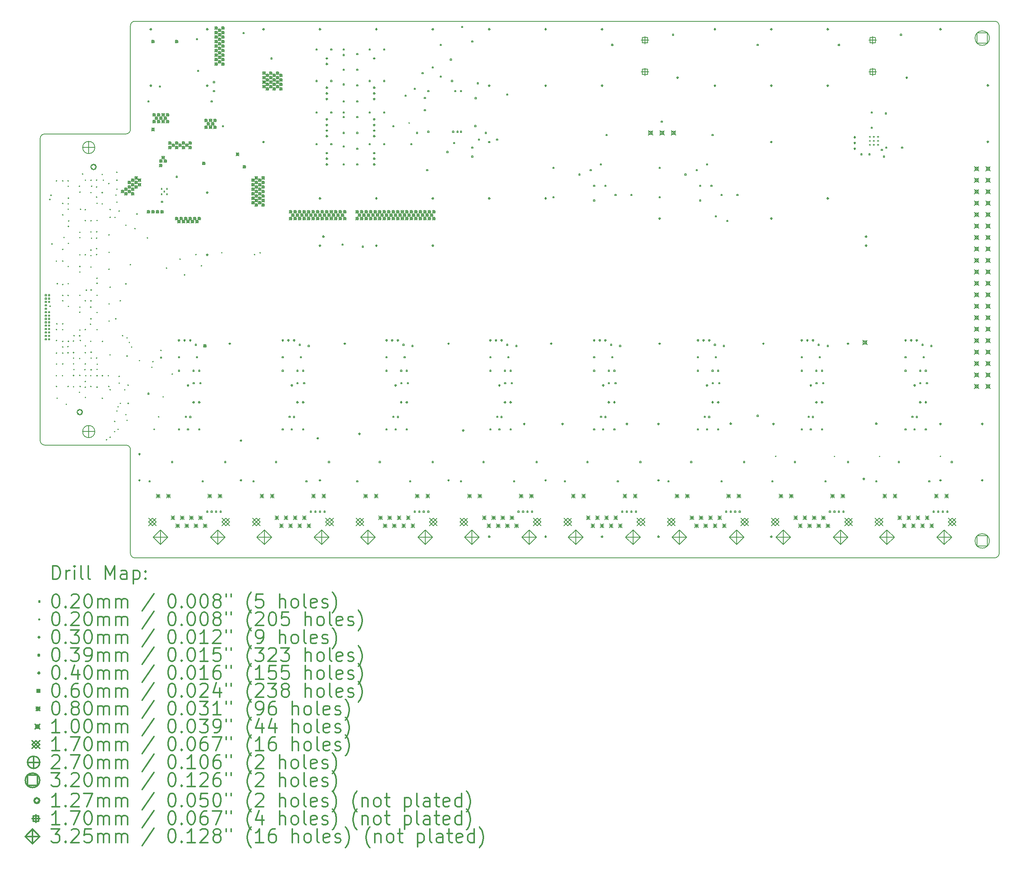
<source format=gbr>
%FSLAX45Y45*%
G04 Gerber Fmt 4.5, Leading zero omitted, Abs format (unit mm)*
G04 Created by KiCad (PCBNEW (5.0.0-rc2-dev-86-gcd2224b94)) date Fri Apr 27 13:43:15 2018*
%MOMM*%
%LPD*%
G01*
G04 APERTURE LIST*
%ADD10C,0.200000*%
%ADD11C,0.300000*%
G04 APERTURE END LIST*
D10*
X1900000Y2500000D02*
G75*
G02X2000000Y2400000I0J-100000D01*
G01*
X2000000Y9500000D02*
G75*
G02X1900000Y9400000I-100000J0D01*
G01*
X2000000Y11800000D02*
G75*
G02X2100000Y11900000I100000J0D01*
G01*
X21150000Y11900000D02*
G75*
G02X21250000Y11800000I0J-100000D01*
G01*
X21250000Y100000D02*
G75*
G02X21150000Y0I-100000J0D01*
G01*
X2100000Y0D02*
G75*
G02X2000000Y100000I0J100000D01*
G01*
X100000Y2500000D02*
G75*
G02X0Y2600000I0J100000D01*
G01*
X0Y9300000D02*
G75*
G02X100000Y9400000I100000J0D01*
G01*
X21250000Y100000D02*
X21250000Y11800000D01*
X2100000Y0D02*
X21150000Y0D01*
X2000000Y2400000D02*
X2000000Y100000D01*
X2000000Y9500000D02*
X2000000Y11800000D01*
X2100000Y11900000D02*
X21150000Y11900000D01*
X1900000Y2500000D02*
X100000Y2500000D01*
X100000Y9400000D02*
X1900000Y9400000D01*
X0Y2600000D02*
X0Y9300000D01*
D10*
X2680000Y8195000D02*
X2700000Y8175000D01*
X2700000Y8195000D02*
X2680000Y8175000D01*
X2680000Y8075000D02*
X2700000Y8055000D01*
X2700000Y8075000D02*
X2680000Y8055000D01*
X2740000Y8135000D02*
X2760000Y8115000D01*
X2760000Y8135000D02*
X2740000Y8115000D01*
X2800000Y8195000D02*
X2820000Y8175000D01*
X2820000Y8195000D02*
X2800000Y8175000D01*
X2800000Y8075000D02*
X2820000Y8055000D01*
X2820000Y8075000D02*
X2800000Y8055000D01*
X224482Y7945678D02*
G75*
G03X224482Y7945678I-10160J0D01*
G01*
X230160Y5580000D02*
G75*
G03X230160Y5580000I-10160J0D01*
G01*
X250160Y8040000D02*
G75*
G03X250160Y8040000I-10160J0D01*
G01*
X270160Y6960000D02*
G75*
G03X270160Y6960000I-10160J0D01*
G01*
X370160Y8360000D02*
G75*
G03X370160Y8360000I-10160J0D01*
G01*
X370160Y6580000D02*
G75*
G03X370160Y6580000I-10160J0D01*
G01*
X370160Y5060000D02*
G75*
G03X370160Y5060000I-10160J0D01*
G01*
X370160Y4820000D02*
G75*
G03X370160Y4820000I-10160J0D01*
G01*
X370160Y4540000D02*
G75*
G03X370160Y4540000I-10160J0D01*
G01*
X370160Y4040000D02*
G75*
G03X370160Y4040000I-10160J0D01*
G01*
X370160Y3800000D02*
G75*
G03X370160Y3800000I-10160J0D01*
G01*
X371915Y4298245D02*
G75*
G03X371915Y4298245I-10160J0D01*
G01*
X380160Y5190000D02*
G75*
G03X380160Y5190000I-10160J0D01*
G01*
X385079Y3540000D02*
G75*
G03X385079Y3540000I-10160J0D01*
G01*
X390160Y6080000D02*
G75*
G03X390160Y6080000I-10160J0D01*
G01*
X505079Y4039216D02*
G75*
G03X505079Y4039216I-10160J0D01*
G01*
X510160Y8360000D02*
G75*
G03X510160Y8360000I-10160J0D01*
G01*
X510160Y7860000D02*
G75*
G03X510160Y7860000I-10160J0D01*
G01*
X510160Y7605081D02*
G75*
G03X510160Y7605081I-10160J0D01*
G01*
X510160Y6840000D02*
G75*
G03X510160Y6840000I-10160J0D01*
G01*
X510160Y6580000D02*
G75*
G03X510160Y6580000I-10160J0D01*
G01*
X510160Y6060000D02*
G75*
G03X510160Y6060000I-10160J0D01*
G01*
X510160Y5820000D02*
G75*
G03X510160Y5820000I-10160J0D01*
G01*
X510160Y5700000D02*
G75*
G03X510160Y5700000I-10160J0D01*
G01*
X510160Y5190000D02*
G75*
G03X510160Y5190000I-10160J0D01*
G01*
X510160Y5060000D02*
G75*
G03X510160Y5060000I-10160J0D01*
G01*
X510160Y4800000D02*
G75*
G03X510160Y4800000I-10160J0D01*
G01*
X510160Y4675000D02*
G75*
G03X510160Y4675000I-10160J0D01*
G01*
X510160Y4540000D02*
G75*
G03X510160Y4540000I-10160J0D01*
G01*
X510160Y4300000D02*
G75*
G03X510160Y4300000I-10160J0D01*
G01*
X538421Y7103002D02*
G75*
G03X538421Y7103002I-10160J0D01*
G01*
X590160Y3405081D02*
G75*
G03X590160Y3405081I-10160J0D01*
G01*
X625168Y4684588D02*
G75*
G03X625168Y4684588I-10160J0D01*
G01*
X627419Y4547401D02*
G75*
G03X627419Y4547401I-10160J0D01*
G01*
X630160Y8360000D02*
G75*
G03X630160Y8360000I-10160J0D01*
G01*
X630160Y8240000D02*
G75*
G03X630160Y8240000I-10160J0D01*
G01*
X630160Y7850000D02*
G75*
G03X630160Y7850000I-10160J0D01*
G01*
X630160Y7730000D02*
G75*
G03X630160Y7730000I-10160J0D01*
G01*
X630160Y6460000D02*
G75*
G03X630160Y6460000I-10160J0D01*
G01*
X630160Y6080000D02*
G75*
G03X630160Y6080000I-10160J0D01*
G01*
X630160Y5820000D02*
G75*
G03X630160Y5820000I-10160J0D01*
G01*
X630160Y3800000D02*
G75*
G03X630160Y3800000I-10160J0D01*
G01*
X635160Y7975000D02*
G75*
G03X635160Y7975000I-10160J0D01*
G01*
X635160Y7350000D02*
G75*
G03X635160Y7350000I-10160J0D01*
G01*
X635160Y6975000D02*
G75*
G03X635160Y6975000I-10160J0D01*
G01*
X635160Y5575000D02*
G75*
G03X635160Y5575000I-10160J0D01*
G01*
X635160Y4800000D02*
G75*
G03X635160Y4800000I-10160J0D01*
G01*
X642461Y7468459D02*
G75*
G03X642461Y7468459I-10160J0D01*
G01*
X748517Y4808135D02*
G75*
G03X748517Y4808135I-10160J0D01*
G01*
X749116Y4300904D02*
G75*
G03X749116Y4300904I-10160J0D01*
G01*
X749199Y3792974D02*
G75*
G03X749199Y3792974I-10160J0D01*
G01*
X749200Y4043025D02*
G75*
G03X749200Y4043025I-10160J0D01*
G01*
X749340Y4550909D02*
G75*
G03X749340Y4550909I-10160J0D01*
G01*
X749944Y4428604D02*
G75*
G03X749944Y4428604I-10160J0D01*
G01*
X758405Y4176755D02*
G75*
G03X758405Y4176755I-10160J0D01*
G01*
X760160Y4925000D02*
G75*
G03X760160Y4925000I-10160J0D01*
G01*
X880160Y8240000D02*
G75*
G03X880160Y8240000I-10160J0D01*
G01*
X880162Y3670000D02*
G75*
G03X880162Y3670000I-10160J0D01*
G01*
X885079Y4420000D02*
G75*
G03X885079Y4420000I-10160J0D01*
G01*
X885160Y4925000D02*
G75*
G03X885160Y4925000I-10160J0D01*
G01*
X886233Y4046077D02*
G75*
G03X886233Y4046077I-10160J0D01*
G01*
X887076Y5448243D02*
G75*
G03X887076Y5448243I-10160J0D01*
G01*
X888160Y6338448D02*
G75*
G03X888160Y6338448I-10160J0D01*
G01*
X890159Y5050000D02*
G75*
G03X890159Y5050000I-10160J0D01*
G01*
X890160Y8110000D02*
G75*
G03X890160Y8110000I-10160J0D01*
G01*
X890160Y7220000D02*
G75*
G03X890160Y7220000I-10160J0D01*
G01*
X890160Y7100000D02*
G75*
G03X890160Y7100000I-10160J0D01*
G01*
X890160Y6720000D02*
G75*
G03X890160Y6720000I-10160J0D01*
G01*
X890160Y6460000D02*
G75*
G03X890160Y6460000I-10160J0D01*
G01*
X890160Y5820000D02*
G75*
G03X890160Y5820000I-10160J0D01*
G01*
X890160Y5560000D02*
G75*
G03X890160Y5560000I-10160J0D01*
G01*
X895241Y3800000D02*
G75*
G03X895241Y3800000I-10160J0D01*
G01*
X900160Y4820000D02*
G75*
G03X900160Y4820000I-10160J0D01*
G01*
X902571Y7728002D02*
G75*
G03X902571Y7728002I-10160J0D01*
G01*
X950160Y8510000D02*
G75*
G03X950160Y8510000I-10160J0D01*
G01*
X1001361Y4171522D02*
G75*
G03X1001361Y4171522I-10160J0D01*
G01*
X1010160Y7720000D02*
G75*
G03X1010160Y7720000I-10160J0D01*
G01*
X1010160Y7480000D02*
G75*
G03X1010160Y7480000I-10160J0D01*
G01*
X1010160Y6720000D02*
G75*
G03X1010160Y6720000I-10160J0D01*
G01*
X1010160Y5700000D02*
G75*
G03X1010160Y5700000I-10160J0D01*
G01*
X1010160Y5060000D02*
G75*
G03X1010160Y5060000I-10160J0D01*
G01*
X1010160Y4700000D02*
G75*
G03X1010160Y4700000I-10160J0D01*
G01*
X1010160Y4550000D02*
G75*
G03X1010160Y4550000I-10160J0D01*
G01*
X1010160Y4300000D02*
G75*
G03X1010160Y4300000I-10160J0D01*
G01*
X1010160Y3910805D02*
G75*
G03X1010160Y3910805I-10160J0D01*
G01*
X1010160Y3781854D02*
G75*
G03X1010160Y3781854I-10160J0D01*
G01*
X1011904Y8373466D02*
G75*
G03X1011904Y8373466I-10160J0D01*
G01*
X1012670Y3554815D02*
G75*
G03X1012670Y3554815I-10160J0D01*
G01*
X1020160Y4039999D02*
G75*
G03X1020160Y4039999I-10160J0D01*
G01*
X1033299Y5936739D02*
G75*
G03X1033299Y5936739I-10160J0D01*
G01*
X1123430Y5180000D02*
G75*
G03X1123430Y5180000I-10160J0D01*
G01*
X1130160Y5560000D02*
G75*
G03X1130160Y5560000I-10160J0D01*
G01*
X1130160Y4800000D02*
G75*
G03X1130160Y4800000I-10160J0D01*
G01*
X1130160Y4038108D02*
G75*
G03X1130160Y4038108I-10160J0D01*
G01*
X1132081Y3800000D02*
G75*
G03X1132081Y3800000I-10160J0D01*
G01*
X1135160Y8100000D02*
G75*
G03X1135160Y8100000I-10160J0D01*
G01*
X1135160Y7475000D02*
G75*
G03X1135160Y7475000I-10160J0D01*
G01*
X1135160Y7225000D02*
G75*
G03X1135160Y7225000I-10160J0D01*
G01*
X1135160Y6825000D02*
G75*
G03X1135160Y6825000I-10160J0D01*
G01*
X1135160Y6700000D02*
G75*
G03X1135160Y6700000I-10160J0D01*
G01*
X1135160Y6450000D02*
G75*
G03X1135160Y6450000I-10160J0D01*
G01*
X1135160Y5700000D02*
G75*
G03X1135160Y5700000I-10160J0D01*
G01*
X1135160Y5300000D02*
G75*
G03X1135160Y5300000I-10160J0D01*
G01*
X1137976Y8372433D02*
G75*
G03X1137976Y8372433I-10160J0D01*
G01*
X1138870Y5939572D02*
G75*
G03X1138870Y5939572I-10160J0D01*
G01*
X1140160Y4560000D02*
G75*
G03X1140160Y4560000I-10160J0D01*
G01*
X1140160Y4430000D02*
G75*
G03X1140160Y4430000I-10160J0D01*
G01*
X1140160Y4170002D02*
G75*
G03X1140160Y4170002I-10160J0D01*
G01*
X1148904Y7086256D02*
G75*
G03X1148904Y7086256I-10160J0D01*
G01*
X1150160Y8240000D02*
G75*
G03X1150160Y8240000I-10160J0D01*
G01*
X1260160Y8375000D02*
G75*
G03X1260160Y8375000I-10160J0D01*
G01*
X1260160Y8225003D02*
G75*
G03X1260160Y8225003I-10160J0D01*
G01*
X1260160Y8000000D02*
G75*
G03X1260160Y8000000I-10160J0D01*
G01*
X1260160Y7089839D02*
G75*
G03X1260160Y7089839I-10160J0D01*
G01*
X1260160Y6855081D02*
G75*
G03X1260160Y6855081I-10160J0D01*
G01*
X1260160Y6725000D02*
G75*
G03X1260160Y6725000I-10160J0D01*
G01*
X1260160Y4430081D02*
G75*
G03X1260160Y4430081I-10160J0D01*
G01*
X1264685Y7227263D02*
G75*
G03X1264685Y7227263I-10160J0D01*
G01*
X1270160Y7860000D02*
G75*
G03X1270160Y7860000I-10160J0D01*
G01*
X1270160Y7480000D02*
G75*
G03X1270160Y7480000I-10160J0D01*
G01*
X1270160Y6200000D02*
G75*
G03X1270160Y6200000I-10160J0D01*
G01*
X1270160Y5820000D02*
G75*
G03X1270160Y5820000I-10160J0D01*
G01*
X1270160Y5440000D02*
G75*
G03X1270160Y5440000I-10160J0D01*
G01*
X1270160Y5060000D02*
G75*
G03X1270160Y5060000I-10160J0D01*
G01*
X1270160Y4180000D02*
G75*
G03X1270160Y4180000I-10160J0D01*
G01*
X1270160Y4040000D02*
G75*
G03X1270160Y4040000I-10160J0D01*
G01*
X1270160Y3785081D02*
G75*
G03X1270160Y3785081I-10160J0D01*
G01*
X1271584Y6088427D02*
G75*
G03X1271584Y6088427I-10160J0D01*
G01*
X1276977Y4293304D02*
G75*
G03X1276977Y4293304I-10160J0D01*
G01*
X1385160Y8100000D02*
G75*
G03X1385160Y8100000I-10160J0D01*
G01*
X1385160Y7850000D02*
G75*
G03X1385160Y7850000I-10160J0D01*
G01*
X1385162Y8500000D02*
G75*
G03X1385162Y8500000I-10160J0D01*
G01*
X1388405Y3538245D02*
G75*
G03X1388405Y3538245I-10160J0D01*
G01*
X1390160Y4800000D02*
G75*
G03X1390160Y4800000I-10160J0D01*
G01*
X1390160Y4039039D02*
G75*
G03X1390160Y4039039I-10160J0D01*
G01*
X1410160Y8375000D02*
G75*
G03X1410160Y8375000I-10160J0D01*
G01*
X1478764Y2618606D02*
G75*
G03X1478764Y2618606I-10160J0D01*
G01*
X1520160Y4040000D02*
G75*
G03X1520160Y4040000I-10160J0D01*
G01*
X1530160Y8300000D02*
G75*
G03X1530160Y8300000I-10160J0D01*
G01*
X1530160Y3800000D02*
G75*
G03X1530160Y3800000I-10160J0D01*
G01*
X1535160Y6400000D02*
G75*
G03X1535160Y6400000I-10160J0D01*
G01*
X1535160Y5630880D02*
G75*
G03X1535160Y5630880I-10160J0D01*
G01*
X1535160Y5250000D02*
G75*
G03X1535160Y5250000I-10160J0D01*
G01*
X1535162Y7160059D02*
G75*
G03X1535162Y7160059I-10160J0D01*
G01*
X1536915Y6775555D02*
G75*
G03X1536915Y6775555I-10160J0D01*
G01*
X1560160Y7725000D02*
G75*
G03X1560160Y7725000I-10160J0D01*
G01*
X1560160Y7550000D02*
G75*
G03X1560160Y7550000I-10160J0D01*
G01*
X1560160Y6000000D02*
G75*
G03X1560160Y6000000I-10160J0D01*
G01*
X1560160Y4500000D02*
G75*
G03X1560160Y4500000I-10160J0D01*
G01*
X1560160Y2675000D02*
G75*
G03X1560160Y2675000I-10160J0D01*
G01*
X1561178Y3727625D02*
G75*
G03X1561178Y3727625I-10160J0D01*
G01*
X1660160Y3024999D02*
G75*
G03X1660160Y3024999I-10160J0D01*
G01*
X1660160Y2800000D02*
G75*
G03X1660160Y2800000I-10160J0D01*
G01*
X1667863Y7550000D02*
G75*
G03X1667863Y7550000I-10160J0D01*
G01*
X1684360Y5300800D02*
G75*
G03X1684360Y5300800I-10160J0D01*
G01*
X1689660Y8045500D02*
G75*
G03X1689660Y8045500I-10160J0D01*
G01*
X1710160Y8550000D02*
G75*
G03X1710160Y8550000I-10160J0D01*
G01*
X1710160Y8375000D02*
G75*
G03X1710160Y8375000I-10160J0D01*
G01*
X1710160Y8175000D02*
G75*
G03X1710160Y8175000I-10160J0D01*
G01*
X1710160Y7885961D02*
G75*
G03X1710160Y7885961I-10160J0D01*
G01*
X1710160Y3254096D02*
G75*
G03X1710160Y3254096I-10160J0D01*
G01*
X1735160Y3350000D02*
G75*
G03X1735160Y3350000I-10160J0D01*
G01*
X1735160Y2850000D02*
G75*
G03X1735160Y2850000I-10160J0D01*
G01*
X1760160Y7690400D02*
G75*
G03X1760160Y7690400I-10160J0D01*
G01*
X1760160Y4025000D02*
G75*
G03X1760160Y4025000I-10160J0D01*
G01*
X1760160Y3875000D02*
G75*
G03X1760160Y3875000I-10160J0D01*
G01*
X1785160Y5700000D02*
G75*
G03X1785160Y5700000I-10160J0D01*
G01*
X1785160Y3425000D02*
G75*
G03X1785160Y3425000I-10160J0D01*
G01*
X1835160Y4925000D02*
G75*
G03X1835160Y4925000I-10160J0D01*
G01*
X1885174Y3725000D02*
G75*
G03X1885174Y3725000I-10160J0D01*
G01*
X1910160Y7375000D02*
G75*
G03X1910160Y7375000I-10160J0D01*
G01*
X1910160Y6075000D02*
G75*
G03X1910160Y6075000I-10160J0D01*
G01*
X1910160Y3175000D02*
G75*
G03X1910160Y3175000I-10160J0D01*
G01*
X1935160Y4475000D02*
G75*
G03X1935160Y4475000I-10160J0D01*
G01*
X1935160Y4875000D02*
G75*
G03X1935160Y4875000I-10160J0D01*
G01*
X1935160Y3050000D02*
G75*
G03X1935160Y3050000I-10160J0D01*
G01*
X1960160Y3830000D02*
G75*
G03X1960160Y3830000I-10160J0D01*
G01*
X1960160Y3424999D02*
G75*
G03X1960160Y3424999I-10160J0D01*
G01*
X1985160Y4775000D02*
G75*
G03X1985160Y4775000I-10160J0D01*
G01*
X2010160Y6500000D02*
G75*
G03X2010160Y6500000I-10160J0D01*
G01*
X2035160Y4675000D02*
G75*
G03X2035160Y4675000I-10160J0D01*
G01*
X2110160Y7300000D02*
G75*
G03X2110160Y7300000I-10160J0D01*
G01*
X2156277Y7625000D02*
G75*
G03X2156277Y7625000I-10160J0D01*
G01*
X2210158Y4375000D02*
G75*
G03X2210158Y4375000I-10160J0D01*
G01*
X2385160Y7094120D02*
G75*
G03X2385160Y7094120I-10160J0D01*
G01*
X2485160Y4225000D02*
G75*
G03X2485160Y4225000I-10160J0D01*
G01*
X2510160Y4350000D02*
G75*
G03X2510160Y4350000I-10160J0D01*
G01*
X2535160Y2850000D02*
G75*
G03X2535160Y2850000I-10160J0D01*
G01*
X2635160Y3125000D02*
G75*
G03X2635160Y3125000I-10160J0D01*
G01*
X2685160Y4600000D02*
G75*
G03X2685160Y4600000I-10160J0D01*
G01*
X2735160Y3569520D02*
G75*
G03X2735160Y3569520I-10160J0D01*
G01*
X2810160Y6425000D02*
G75*
G03X2810160Y6425000I-10160J0D01*
G01*
X2935160Y4075000D02*
G75*
G03X2935160Y4075000I-10160J0D01*
G01*
X3110159Y6625000D02*
G75*
G03X3110159Y6625000I-10160J0D01*
G01*
X3210160Y6275000D02*
G75*
G03X3210160Y6275000I-10160J0D01*
G01*
X3460162Y6725000D02*
G75*
G03X3460162Y6725000I-10160J0D01*
G01*
X3585158Y6475000D02*
G75*
G03X3585158Y6475000I-10160J0D01*
G01*
X4035160Y6764039D02*
G75*
G03X4035160Y6764039I-10160J0D01*
G01*
X4760160Y6725000D02*
G75*
G03X4760160Y6725000I-10160J0D01*
G01*
X4885160Y6764039D02*
G75*
G03X4885160Y6764039I-10160J0D01*
G01*
X8185160Y9640400D02*
G75*
G03X8185160Y9640400I-10160J0D01*
G01*
X16310160Y2250000D02*
G75*
G03X16310160Y2250000I-10160J0D01*
G01*
X17610160Y2250000D02*
G75*
G03X17610160Y2250000I-10160J0D01*
G01*
X18610160Y2250000D02*
G75*
G03X18610160Y2250000I-10160J0D01*
G01*
X19960160Y2250000D02*
G75*
G03X19960160Y2250000I-10160J0D01*
G01*
X18385000Y9355000D02*
X18385000Y9325000D01*
X18370000Y9340000D02*
X18400000Y9340000D01*
X18385000Y9265000D02*
X18385000Y9235000D01*
X18370000Y9250000D02*
X18400000Y9250000D01*
X18385000Y9175000D02*
X18385000Y9145000D01*
X18370000Y9160000D02*
X18400000Y9160000D01*
X18475000Y9355000D02*
X18475000Y9325000D01*
X18460000Y9340000D02*
X18490000Y9340000D01*
X18475000Y9265000D02*
X18475000Y9235000D01*
X18460000Y9250000D02*
X18490000Y9250000D01*
X18475000Y9175000D02*
X18475000Y9145000D01*
X18460000Y9160000D02*
X18490000Y9160000D01*
X18565000Y9355000D02*
X18565000Y9325000D01*
X18550000Y9340000D02*
X18580000Y9340000D01*
X18565000Y9265000D02*
X18565000Y9235000D01*
X18550000Y9250000D02*
X18580000Y9250000D01*
X18565000Y9175000D02*
X18565000Y9145000D01*
X18550000Y9160000D02*
X18580000Y9160000D01*
X138916Y5811084D02*
X138916Y5838916D01*
X111084Y5838916D01*
X111084Y5811084D01*
X138916Y5811084D01*
X138916Y5736084D02*
X138916Y5763916D01*
X111084Y5763916D01*
X111084Y5736084D01*
X138916Y5736084D01*
X138916Y5661084D02*
X138916Y5688916D01*
X111084Y5688916D01*
X111084Y5661084D01*
X138916Y5661084D01*
X138916Y5586084D02*
X138916Y5613916D01*
X111084Y5613916D01*
X111084Y5586084D01*
X138916Y5586084D01*
X138916Y5511084D02*
X138916Y5538916D01*
X111084Y5538916D01*
X111084Y5511084D01*
X138916Y5511084D01*
X138916Y5436084D02*
X138916Y5463916D01*
X111084Y5463916D01*
X111084Y5436084D01*
X138916Y5436084D01*
X138916Y5361084D02*
X138916Y5388916D01*
X111084Y5388916D01*
X111084Y5361084D01*
X138916Y5361084D01*
X138916Y5286084D02*
X138916Y5313916D01*
X111084Y5313916D01*
X111084Y5286084D01*
X138916Y5286084D01*
X138916Y5211084D02*
X138916Y5238916D01*
X111084Y5238916D01*
X111084Y5211084D01*
X138916Y5211084D01*
X138916Y5136084D02*
X138916Y5163916D01*
X111084Y5163916D01*
X111084Y5136084D01*
X138916Y5136084D01*
X138916Y5061084D02*
X138916Y5088916D01*
X111084Y5088916D01*
X111084Y5061084D01*
X138916Y5061084D01*
X138916Y4986084D02*
X138916Y5013916D01*
X111084Y5013916D01*
X111084Y4986084D01*
X138916Y4986084D01*
X138916Y4911084D02*
X138916Y4938916D01*
X111084Y4938916D01*
X111084Y4911084D01*
X138916Y4911084D01*
X138916Y4836084D02*
X138916Y4863916D01*
X111084Y4863916D01*
X111084Y4836084D01*
X138916Y4836084D01*
X213916Y5811084D02*
X213916Y5838916D01*
X186084Y5838916D01*
X186084Y5811084D01*
X213916Y5811084D01*
X213916Y5736084D02*
X213916Y5763916D01*
X186084Y5763916D01*
X186084Y5736084D01*
X213916Y5736084D01*
X213916Y5661084D02*
X213916Y5688916D01*
X186084Y5688916D01*
X186084Y5661084D01*
X213916Y5661084D01*
X213916Y5436084D02*
X213916Y5463916D01*
X186084Y5463916D01*
X186084Y5436084D01*
X213916Y5436084D01*
X213916Y5361084D02*
X213916Y5388916D01*
X186084Y5388916D01*
X186084Y5361084D01*
X213916Y5361084D01*
X213916Y5286084D02*
X213916Y5313916D01*
X186084Y5313916D01*
X186084Y5286084D01*
X213916Y5286084D01*
X213916Y5211084D02*
X213916Y5238916D01*
X186084Y5238916D01*
X186084Y5211084D01*
X213916Y5211084D01*
X213916Y5136084D02*
X213916Y5163916D01*
X186084Y5163916D01*
X186084Y5136084D01*
X213916Y5136084D01*
X213916Y5061084D02*
X213916Y5088916D01*
X186084Y5088916D01*
X186084Y5061084D01*
X213916Y5061084D01*
X213916Y4986084D02*
X213916Y5013916D01*
X186084Y5013916D01*
X186084Y4986084D01*
X213916Y4986084D01*
X213916Y4911084D02*
X213916Y4938916D01*
X186084Y4938916D01*
X186084Y4911084D01*
X213916Y4911084D01*
X213916Y4836084D02*
X213916Y4863916D01*
X186084Y4863916D01*
X186084Y4836084D01*
X213916Y4836084D01*
X2413916Y10111084D02*
X2413916Y10138916D01*
X2386084Y10138916D01*
X2386084Y10111084D01*
X2413916Y10111084D01*
X2413916Y3626084D02*
X2413916Y3653916D01*
X2386084Y3653916D01*
X2386084Y3626084D01*
X2413916Y3626084D01*
X2438916Y1686084D02*
X2438916Y1713916D01*
X2411084Y1713916D01*
X2411084Y1686084D01*
X2438916Y1686084D01*
X2663916Y10436084D02*
X2663916Y10463916D01*
X2636084Y10463916D01*
X2636084Y10436084D01*
X2663916Y10436084D01*
X2693916Y4426084D02*
X2693916Y4453916D01*
X2666084Y4453916D01*
X2666084Y4426084D01*
X2693916Y4426084D01*
X2714221Y7884741D02*
X2714221Y7912573D01*
X2686389Y7912573D01*
X2686389Y7884741D01*
X2714221Y7884741D01*
X2938916Y2111084D02*
X2938916Y2138916D01*
X2911084Y2138916D01*
X2911084Y2111084D01*
X2938916Y2111084D01*
X3038916Y8436084D02*
X3038916Y8463916D01*
X3011084Y8463916D01*
X3011084Y8436084D01*
X3038916Y8436084D01*
X3088916Y4436084D02*
X3088916Y4463916D01*
X3061084Y4463916D01*
X3061084Y4436084D01*
X3088916Y4436084D01*
X3088916Y4136084D02*
X3088916Y4163916D01*
X3061084Y4163916D01*
X3061084Y4136084D01*
X3088916Y4136084D01*
X3088916Y2836084D02*
X3088916Y2863916D01*
X3061084Y2863916D01*
X3061084Y2836084D01*
X3088916Y2836084D01*
X3241174Y3113820D02*
X3241174Y3141652D01*
X3213342Y3141652D01*
X3213342Y3113820D01*
X3241174Y3113820D01*
X3288916Y2836084D02*
X3288916Y2863916D01*
X3261084Y2863916D01*
X3261084Y2836084D01*
X3288916Y2836084D01*
X3338916Y3111084D02*
X3338916Y3138916D01*
X3311084Y3138916D01*
X3311084Y3111084D01*
X3338916Y3111084D01*
X3413916Y4136084D02*
X3413916Y4163916D01*
X3386084Y4163916D01*
X3386084Y4136084D01*
X3413916Y4136084D01*
X3416465Y3860801D02*
X3416465Y3888633D01*
X3388633Y3888633D01*
X3388633Y3860801D01*
X3416465Y3860801D01*
X3463916Y4711084D02*
X3463916Y4738916D01*
X3436084Y4738916D01*
X3436084Y4711084D01*
X3463916Y4711084D01*
X3488916Y11486084D02*
X3488916Y11513916D01*
X3461084Y11513916D01*
X3461084Y11486084D01*
X3488916Y11486084D01*
X3488916Y4436084D02*
X3488916Y4463916D01*
X3461084Y4463916D01*
X3461084Y4436084D01*
X3488916Y4436084D01*
X3513916Y10786084D02*
X3513916Y10813916D01*
X3486084Y10813916D01*
X3486084Y10786084D01*
X3513916Y10786084D01*
X3538916Y4136084D02*
X3538916Y4163916D01*
X3511084Y4163916D01*
X3511084Y4136084D01*
X3538916Y4136084D01*
X3538916Y2836084D02*
X3538916Y2863916D01*
X3511084Y2863916D01*
X3511084Y2836084D01*
X3538916Y2836084D01*
X3563916Y3861084D02*
X3563916Y3888916D01*
X3536084Y3888916D01*
X3536084Y3861084D01*
X3563916Y3861084D01*
X3613916Y1686084D02*
X3613916Y1713916D01*
X3586084Y1713916D01*
X3586084Y1686084D01*
X3613916Y1686084D01*
X3713916Y1011084D02*
X3713916Y1038916D01*
X3686084Y1038916D01*
X3686084Y1011084D01*
X3713916Y1011084D01*
X3813916Y10111084D02*
X3813916Y10138916D01*
X3786084Y10138916D01*
X3786084Y10111084D01*
X3813916Y10111084D01*
X3815026Y1011084D02*
X3815026Y1038916D01*
X3787194Y1038916D01*
X3787194Y1011084D01*
X3815026Y1011084D01*
X3863916Y10536084D02*
X3863916Y10563916D01*
X3836084Y10563916D01*
X3836084Y10536084D01*
X3863916Y10536084D01*
X3863916Y10336084D02*
X3863916Y10363916D01*
X3836084Y10363916D01*
X3836084Y10336084D01*
X3863916Y10336084D01*
X3912806Y1011084D02*
X3912806Y1038916D01*
X3884974Y1038916D01*
X3884974Y1011084D01*
X3912806Y1011084D01*
X4013916Y1011084D02*
X4013916Y1038916D01*
X3986084Y1038916D01*
X3986084Y1011084D01*
X4013916Y1011084D01*
X4063916Y9561084D02*
X4063916Y9588916D01*
X4036084Y9588916D01*
X4036084Y9561084D01*
X4063916Y9561084D01*
X4113916Y2111084D02*
X4113916Y2138916D01*
X4086084Y2138916D01*
X4086084Y2111084D01*
X4113916Y2111084D01*
X4523916Y11626084D02*
X4523916Y11653916D01*
X4496084Y11653916D01*
X4496084Y11626084D01*
X4523916Y11626084D01*
X4738916Y1686084D02*
X4738916Y1713916D01*
X4711084Y1713916D01*
X4711084Y1686084D01*
X4738916Y1686084D01*
X5138916Y11061084D02*
X5138916Y11088916D01*
X5111084Y11088916D01*
X5111084Y11061084D01*
X5138916Y11061084D01*
X5238916Y2111084D02*
X5238916Y2138916D01*
X5211084Y2138916D01*
X5211084Y2111084D01*
X5238916Y2111084D01*
X5388916Y4436084D02*
X5388916Y4463916D01*
X5361084Y4463916D01*
X5361084Y4436084D01*
X5388916Y4436084D01*
X5388916Y4136084D02*
X5388916Y4163916D01*
X5361084Y4163916D01*
X5361084Y4136084D01*
X5388916Y4136084D01*
X5388916Y2836084D02*
X5388916Y2863916D01*
X5361084Y2863916D01*
X5361084Y2836084D01*
X5388916Y2836084D01*
X5541174Y3113820D02*
X5541174Y3141652D01*
X5513342Y3141652D01*
X5513342Y3113820D01*
X5541174Y3113820D01*
X5588916Y2836084D02*
X5588916Y2863916D01*
X5561084Y2863916D01*
X5561084Y2836084D01*
X5588916Y2836084D01*
X5638916Y3111084D02*
X5638916Y3138916D01*
X5611084Y3138916D01*
X5611084Y3111084D01*
X5638916Y3111084D01*
X5713916Y4136084D02*
X5713916Y4163916D01*
X5686084Y4163916D01*
X5686084Y4136084D01*
X5713916Y4136084D01*
X5716465Y3860801D02*
X5716465Y3888633D01*
X5688633Y3888633D01*
X5688633Y3860801D01*
X5716465Y3860801D01*
X5763916Y4711084D02*
X5763916Y4738916D01*
X5736084Y4738916D01*
X5736084Y4711084D01*
X5763916Y4711084D01*
X5788916Y4436084D02*
X5788916Y4463916D01*
X5761084Y4463916D01*
X5761084Y4436084D01*
X5788916Y4436084D01*
X5838916Y4136084D02*
X5838916Y4163916D01*
X5811084Y4163916D01*
X5811084Y4136084D01*
X5838916Y4136084D01*
X5838916Y2836084D02*
X5838916Y2863916D01*
X5811084Y2863916D01*
X5811084Y2836084D01*
X5838916Y2836084D01*
X5863916Y3861084D02*
X5863916Y3888916D01*
X5836084Y3888916D01*
X5836084Y3861084D01*
X5863916Y3861084D01*
X5913916Y1686084D02*
X5913916Y1713916D01*
X5886084Y1713916D01*
X5886084Y1686084D01*
X5913916Y1686084D01*
X5963916Y4686084D02*
X5963916Y4713916D01*
X5936084Y4713916D01*
X5936084Y4686084D01*
X5963916Y4686084D01*
X6013916Y1011084D02*
X6013916Y1038916D01*
X5986084Y1038916D01*
X5986084Y1011084D01*
X6013916Y1011084D01*
X6115026Y1011084D02*
X6115026Y1038916D01*
X6087194Y1038916D01*
X6087194Y1011084D01*
X6115026Y1011084D01*
X6138916Y11261084D02*
X6138916Y11288916D01*
X6111084Y11288916D01*
X6111084Y11261084D01*
X6138916Y11261084D01*
X6138916Y10561084D02*
X6138916Y10588916D01*
X6111084Y10588916D01*
X6111084Y10561084D01*
X6138916Y10561084D01*
X6138916Y9861084D02*
X6138916Y9888916D01*
X6111084Y9888916D01*
X6111084Y9861084D01*
X6138916Y9861084D01*
X6138916Y9161084D02*
X6138916Y9188916D01*
X6111084Y9188916D01*
X6111084Y9161084D01*
X6138916Y9161084D01*
X6212806Y1011084D02*
X6212806Y1038916D01*
X6184974Y1038916D01*
X6184974Y1011084D01*
X6212806Y1011084D01*
X6313916Y1011084D02*
X6313916Y1038916D01*
X6286084Y1038916D01*
X6286084Y1011084D01*
X6313916Y1011084D01*
X6413916Y2111084D02*
X6413916Y2138916D01*
X6386084Y2138916D01*
X6386084Y2111084D01*
X6413916Y2111084D01*
X6463916Y11261084D02*
X6463916Y11288916D01*
X6436084Y11288916D01*
X6436084Y11261084D01*
X6463916Y11261084D01*
X6463916Y10561084D02*
X6463916Y10588916D01*
X6436084Y10588916D01*
X6436084Y10561084D01*
X6463916Y10561084D01*
X6463916Y9861084D02*
X6463916Y9888916D01*
X6436084Y9888916D01*
X6436084Y9861084D01*
X6463916Y9861084D01*
X6463916Y9161084D02*
X6463916Y9188916D01*
X6436084Y9188916D01*
X6436084Y9161084D01*
X6463916Y9161084D01*
X6713916Y6936084D02*
X6713916Y6963916D01*
X6686084Y6963916D01*
X6686084Y6936084D01*
X6713916Y6936084D01*
X6738916Y11261084D02*
X6738916Y11288916D01*
X6711084Y11288916D01*
X6711084Y11261084D01*
X6738916Y11261084D01*
X6738916Y11136084D02*
X6738916Y11163916D01*
X6711084Y11163916D01*
X6711084Y11136084D01*
X6738916Y11136084D01*
X6738916Y10811084D02*
X6738916Y10838916D01*
X6711084Y10838916D01*
X6711084Y10811084D01*
X6738916Y10811084D01*
X6738916Y10486084D02*
X6738916Y10513916D01*
X6711084Y10513916D01*
X6711084Y10486084D01*
X6738916Y10486084D01*
X6738916Y10111084D02*
X6738916Y10138916D01*
X6711084Y10138916D01*
X6711084Y10111084D01*
X6738916Y10111084D01*
X6738916Y9761084D02*
X6738916Y9788916D01*
X6711084Y9788916D01*
X6711084Y9761084D01*
X6738916Y9761084D01*
X6738916Y9411084D02*
X6738916Y9438916D01*
X6711084Y9438916D01*
X6711084Y9411084D01*
X6738916Y9411084D01*
X6738916Y9111084D02*
X6738916Y9138916D01*
X6711084Y9138916D01*
X6711084Y9111084D01*
X6738916Y9111084D01*
X6738916Y8711084D02*
X6738916Y8738916D01*
X6711084Y8738916D01*
X6711084Y8711084D01*
X6738916Y8711084D01*
X6740945Y9864465D02*
X6740945Y9892297D01*
X6713113Y9892297D01*
X6713113Y9864465D01*
X6740945Y9864465D01*
X7038916Y11161084D02*
X7038916Y11188916D01*
X7011084Y11188916D01*
X7011084Y11161084D01*
X7038916Y11161084D01*
X7038916Y10811084D02*
X7038916Y10838916D01*
X7011084Y10838916D01*
X7011084Y10811084D01*
X7038916Y10811084D01*
X7038916Y10461084D02*
X7038916Y10488916D01*
X7011084Y10488916D01*
X7011084Y10461084D01*
X7038916Y10461084D01*
X7038916Y10111084D02*
X7038916Y10138916D01*
X7011084Y10138916D01*
X7011084Y10111084D01*
X7038916Y10111084D01*
X7038916Y9761084D02*
X7038916Y9788916D01*
X7011084Y9788916D01*
X7011084Y9761084D01*
X7038916Y9761084D01*
X7038916Y9411084D02*
X7038916Y9438916D01*
X7011084Y9438916D01*
X7011084Y9411084D01*
X7038916Y9411084D01*
X7038916Y9061084D02*
X7038916Y9088916D01*
X7011084Y9088916D01*
X7011084Y9061084D01*
X7038916Y9061084D01*
X7038916Y8711084D02*
X7038916Y8738916D01*
X7011084Y8738916D01*
X7011084Y8711084D01*
X7038916Y8711084D01*
X7038916Y1686084D02*
X7038916Y1713916D01*
X7011084Y1713916D01*
X7011084Y1686084D01*
X7038916Y1686084D01*
X7163916Y6886084D02*
X7163916Y6913916D01*
X7136084Y6913916D01*
X7136084Y6886084D01*
X7163916Y6886084D01*
X7313916Y11261084D02*
X7313916Y11288916D01*
X7286084Y11288916D01*
X7286084Y11261084D01*
X7313916Y11261084D01*
X7313916Y10561084D02*
X7313916Y10588916D01*
X7286084Y10588916D01*
X7286084Y10561084D01*
X7313916Y10561084D01*
X7313916Y9861084D02*
X7313916Y9888916D01*
X7286084Y9888916D01*
X7286084Y9861084D01*
X7313916Y9861084D01*
X7313916Y9161084D02*
X7313916Y9188916D01*
X7286084Y9188916D01*
X7286084Y9161084D01*
X7313916Y9161084D01*
X7538916Y2111084D02*
X7538916Y2138916D01*
X7511084Y2138916D01*
X7511084Y2111084D01*
X7538916Y2111084D01*
X7638916Y11261084D02*
X7638916Y11288916D01*
X7611084Y11288916D01*
X7611084Y11261084D01*
X7638916Y11261084D01*
X7638916Y10561084D02*
X7638916Y10588916D01*
X7611084Y10588916D01*
X7611084Y10561084D01*
X7638916Y10561084D01*
X7638916Y9861084D02*
X7638916Y9888916D01*
X7611084Y9888916D01*
X7611084Y9861084D01*
X7638916Y9861084D01*
X7638916Y9161084D02*
X7638916Y9188916D01*
X7611084Y9188916D01*
X7611084Y9161084D01*
X7638916Y9161084D01*
X7688916Y4436084D02*
X7688916Y4463916D01*
X7661084Y4463916D01*
X7661084Y4436084D01*
X7688916Y4436084D01*
X7688916Y4136084D02*
X7688916Y4163916D01*
X7661084Y4163916D01*
X7661084Y4136084D01*
X7688916Y4136084D01*
X7688916Y2836084D02*
X7688916Y2863916D01*
X7661084Y2863916D01*
X7661084Y2836084D01*
X7688916Y2836084D01*
X7838916Y9561084D02*
X7838916Y9588916D01*
X7811084Y9588916D01*
X7811084Y9561084D01*
X7838916Y9561084D01*
X7841174Y3113820D02*
X7841174Y3141652D01*
X7813342Y3141652D01*
X7813342Y3113820D01*
X7841174Y3113820D01*
X7888916Y2836084D02*
X7888916Y2863916D01*
X7861084Y2863916D01*
X7861084Y2836084D01*
X7888916Y2836084D01*
X7938916Y3111084D02*
X7938916Y3138916D01*
X7911084Y3138916D01*
X7911084Y3111084D01*
X7938916Y3111084D01*
X8013916Y4136084D02*
X8013916Y4163916D01*
X7986084Y4163916D01*
X7986084Y4136084D01*
X8013916Y4136084D01*
X8016465Y3860801D02*
X8016465Y3888633D01*
X7988633Y3888633D01*
X7988633Y3860801D01*
X8016465Y3860801D01*
X8063916Y4711084D02*
X8063916Y4738916D01*
X8036084Y4738916D01*
X8036084Y4711084D01*
X8063916Y4711084D01*
X8088916Y4436084D02*
X8088916Y4463916D01*
X8061084Y4463916D01*
X8061084Y4436084D01*
X8088916Y4436084D01*
X8113916Y10236084D02*
X8113916Y10263916D01*
X8086084Y10263916D01*
X8086084Y10236084D01*
X8113916Y10236084D01*
X8138916Y4136084D02*
X8138916Y4163916D01*
X8111084Y4163916D01*
X8111084Y4136084D01*
X8138916Y4136084D01*
X8138916Y2836084D02*
X8138916Y2863916D01*
X8111084Y2863916D01*
X8111084Y2836084D01*
X8138916Y2836084D01*
X8163916Y3861084D02*
X8163916Y3888916D01*
X8136084Y3888916D01*
X8136084Y3861084D01*
X8163916Y3861084D01*
X8213916Y1686084D02*
X8213916Y1713916D01*
X8186084Y1713916D01*
X8186084Y1686084D01*
X8213916Y1686084D01*
X8238916Y9161084D02*
X8238916Y9188916D01*
X8211084Y9188916D01*
X8211084Y9161084D01*
X8238916Y9161084D01*
X8263916Y4686084D02*
X8263916Y4713916D01*
X8236084Y4713916D01*
X8236084Y4686084D01*
X8263916Y4686084D01*
X8313916Y10386084D02*
X8313916Y10413916D01*
X8286084Y10413916D01*
X8286084Y10386084D01*
X8313916Y10386084D01*
X8313916Y1011084D02*
X8313916Y1038916D01*
X8286084Y1038916D01*
X8286084Y1011084D01*
X8313916Y1011084D01*
X8363916Y9411084D02*
X8363916Y9438916D01*
X8336084Y9438916D01*
X8336084Y9411084D01*
X8363916Y9411084D01*
X8415026Y1011084D02*
X8415026Y1038916D01*
X8387194Y1038916D01*
X8387194Y1011084D01*
X8415026Y1011084D01*
X8488916Y10736084D02*
X8488916Y10763916D01*
X8461084Y10763916D01*
X8461084Y10736084D01*
X8488916Y10736084D01*
X8512806Y1011084D02*
X8512806Y1038916D01*
X8484974Y1038916D01*
X8484974Y1011084D01*
X8512806Y1011084D01*
X8538916Y10186084D02*
X8538916Y10213916D01*
X8511084Y10213916D01*
X8511084Y10186084D01*
X8538916Y10186084D01*
X8538916Y9911084D02*
X8538916Y9938916D01*
X8511084Y9938916D01*
X8511084Y9911084D01*
X8538916Y9911084D01*
X8588916Y8586084D02*
X8588916Y8613916D01*
X8561084Y8613916D01*
X8561084Y8586084D01*
X8588916Y8586084D01*
X8613916Y10336084D02*
X8613916Y10363916D01*
X8586084Y10363916D01*
X8586084Y10336084D01*
X8613916Y10336084D01*
X8613916Y9436084D02*
X8613916Y9463916D01*
X8586084Y9463916D01*
X8586084Y9436084D01*
X8613916Y9436084D01*
X8613916Y1011084D02*
X8613916Y1038916D01*
X8586084Y1038916D01*
X8586084Y1011084D01*
X8613916Y1011084D01*
X8713916Y10861084D02*
X8713916Y10888916D01*
X8686084Y10888916D01*
X8686084Y10861084D01*
X8713916Y10861084D01*
X8713916Y2111084D02*
X8713916Y2138916D01*
X8686084Y2138916D01*
X8686084Y2111084D01*
X8713916Y2111084D01*
X8888916Y11361084D02*
X8888916Y11388916D01*
X8861084Y11388916D01*
X8861084Y11361084D01*
X8888916Y11361084D01*
X8888916Y10661084D02*
X8888916Y10688916D01*
X8861084Y10688916D01*
X8861084Y10661084D01*
X8888916Y10661084D01*
X9038916Y8986084D02*
X9038916Y9013916D01*
X9011084Y9013916D01*
X9011084Y8986084D01*
X9038916Y8986084D01*
X9113916Y11036084D02*
X9113916Y11063916D01*
X9086084Y11063916D01*
X9086084Y11036084D01*
X9113916Y11036084D01*
X9138916Y10561084D02*
X9138916Y10588916D01*
X9111084Y10588916D01*
X9111084Y10561084D01*
X9138916Y10561084D01*
X9163916Y9436084D02*
X9163916Y9463916D01*
X9136084Y9463916D01*
X9136084Y9436084D01*
X9163916Y9436084D01*
X9188916Y9186084D02*
X9188916Y9213916D01*
X9161084Y9213916D01*
X9161084Y9186084D01*
X9188916Y9186084D01*
X9213916Y10336084D02*
X9213916Y10363916D01*
X9186084Y10363916D01*
X9186084Y10336084D01*
X9213916Y10336084D01*
X9263916Y9436084D02*
X9263916Y9463916D01*
X9236084Y9463916D01*
X9236084Y9436084D01*
X9263916Y9436084D01*
X9338916Y10336084D02*
X9338916Y10363916D01*
X9311084Y10363916D01*
X9311084Y10336084D01*
X9338916Y10336084D01*
X9338916Y9436084D02*
X9338916Y9463916D01*
X9311084Y9463916D01*
X9311084Y9436084D01*
X9338916Y9436084D01*
X9338916Y1686084D02*
X9338916Y1713916D01*
X9311084Y1713916D01*
X9311084Y1686084D01*
X9338916Y1686084D01*
X9363916Y11761084D02*
X9363916Y11788916D01*
X9336084Y11788916D01*
X9336084Y11761084D01*
X9363916Y11761084D01*
X9588916Y11436084D02*
X9588916Y11463916D01*
X9561084Y11463916D01*
X9561084Y11436084D01*
X9588916Y11436084D01*
X9588916Y9086084D02*
X9588916Y9113916D01*
X9561084Y9113916D01*
X9561084Y9086084D01*
X9588916Y9086084D01*
X9588916Y8886084D02*
X9588916Y8913916D01*
X9561084Y8913916D01*
X9561084Y8886084D01*
X9588916Y8886084D01*
X9655946Y9562035D02*
X9655946Y9589867D01*
X9628114Y9589867D01*
X9628114Y9562035D01*
X9655946Y9562035D01*
X9663916Y10180064D02*
X9663916Y10207896D01*
X9636084Y10207896D01*
X9636084Y10180064D01*
X9663916Y10180064D01*
X9713916Y10511084D02*
X9713916Y10538916D01*
X9686084Y10538916D01*
X9686084Y10511084D01*
X9713916Y10511084D01*
X9738916Y9261084D02*
X9738916Y9288916D01*
X9711084Y9288916D01*
X9711084Y9261084D01*
X9738916Y9261084D01*
X9838916Y2111084D02*
X9838916Y2138916D01*
X9811084Y2138916D01*
X9811084Y2111084D01*
X9838916Y2111084D01*
X9888916Y9411084D02*
X9888916Y9438916D01*
X9861084Y9438916D01*
X9861084Y9411084D01*
X9888916Y9411084D01*
X9988916Y4436084D02*
X9988916Y4463916D01*
X9961084Y4463916D01*
X9961084Y4436084D01*
X9988916Y4436084D01*
X9988916Y4136084D02*
X9988916Y4163916D01*
X9961084Y4163916D01*
X9961084Y4136084D01*
X9988916Y4136084D01*
X9988916Y2836084D02*
X9988916Y2863916D01*
X9961084Y2863916D01*
X9961084Y2836084D01*
X9988916Y2836084D01*
X10138916Y9261084D02*
X10138916Y9288916D01*
X10111084Y9288916D01*
X10111084Y9261084D01*
X10138916Y9261084D01*
X10141174Y3113820D02*
X10141174Y3141652D01*
X10113342Y3141652D01*
X10113342Y3113820D01*
X10141174Y3113820D01*
X10188916Y2836084D02*
X10188916Y2863916D01*
X10161084Y2863916D01*
X10161084Y2836084D01*
X10188916Y2836084D01*
X10238916Y3111084D02*
X10238916Y3138916D01*
X10211084Y3138916D01*
X10211084Y3111084D01*
X10238916Y3111084D01*
X10313916Y4136084D02*
X10313916Y4163916D01*
X10286084Y4163916D01*
X10286084Y4136084D01*
X10313916Y4136084D01*
X10316465Y3860801D02*
X10316465Y3888633D01*
X10288633Y3888633D01*
X10288633Y3860801D01*
X10316465Y3860801D01*
X10363916Y10261084D02*
X10363916Y10288916D01*
X10336084Y10288916D01*
X10336084Y10261084D01*
X10363916Y10261084D01*
X10363916Y4711084D02*
X10363916Y4738916D01*
X10336084Y4738916D01*
X10336084Y4711084D01*
X10363916Y4711084D01*
X10388916Y4436084D02*
X10388916Y4463916D01*
X10361084Y4463916D01*
X10361084Y4436084D01*
X10388916Y4436084D01*
X10438916Y4136084D02*
X10438916Y4163916D01*
X10411084Y4163916D01*
X10411084Y4136084D01*
X10438916Y4136084D01*
X10438916Y2836084D02*
X10438916Y2863916D01*
X10411084Y2863916D01*
X10411084Y2836084D01*
X10438916Y2836084D01*
X10463916Y3861084D02*
X10463916Y3888916D01*
X10436084Y3888916D01*
X10436084Y3861084D01*
X10463916Y3861084D01*
X10513916Y1686084D02*
X10513916Y1713916D01*
X10486084Y1713916D01*
X10486084Y1686084D01*
X10513916Y1686084D01*
X10563916Y4686084D02*
X10563916Y4713916D01*
X10536084Y4713916D01*
X10536084Y4686084D01*
X10563916Y4686084D01*
X10613916Y1011084D02*
X10613916Y1038916D01*
X10586084Y1038916D01*
X10586084Y1011084D01*
X10613916Y1011084D01*
X10715026Y1011084D02*
X10715026Y1038916D01*
X10687194Y1038916D01*
X10687194Y1011084D01*
X10715026Y1011084D01*
X10812806Y1011084D02*
X10812806Y1038916D01*
X10784974Y1038916D01*
X10784974Y1011084D01*
X10812806Y1011084D01*
X10913916Y1011084D02*
X10913916Y1038916D01*
X10886084Y1038916D01*
X10886084Y1011084D01*
X10913916Y1011084D01*
X11013916Y2111084D02*
X11013916Y2138916D01*
X10986084Y2138916D01*
X10986084Y2111084D01*
X11013916Y2111084D01*
X11388916Y8636084D02*
X11388916Y8663916D01*
X11361084Y8663916D01*
X11361084Y8636084D01*
X11388916Y8636084D01*
X11388916Y7986084D02*
X11388916Y8013916D01*
X11361084Y8013916D01*
X11361084Y7986084D01*
X11388916Y7986084D01*
X11638916Y1686084D02*
X11638916Y1713916D01*
X11611084Y1713916D01*
X11611084Y1686084D01*
X11638916Y1686084D01*
X11963916Y8486084D02*
X11963916Y8513916D01*
X11936084Y8513916D01*
X11936084Y8486084D01*
X11963916Y8486084D01*
X12138916Y2111084D02*
X12138916Y2138916D01*
X12111084Y2138916D01*
X12111084Y2111084D01*
X12138916Y2111084D01*
X12213916Y8586084D02*
X12213916Y8613916D01*
X12186084Y8613916D01*
X12186084Y8586084D01*
X12213916Y8586084D01*
X12288916Y8236084D02*
X12288916Y8263916D01*
X12261084Y8263916D01*
X12261084Y8236084D01*
X12288916Y8236084D01*
X12288916Y7911084D02*
X12288916Y7938916D01*
X12261084Y7938916D01*
X12261084Y7911084D01*
X12288916Y7911084D01*
X12288916Y4436084D02*
X12288916Y4463916D01*
X12261084Y4463916D01*
X12261084Y4436084D01*
X12288916Y4436084D01*
X12288916Y4136084D02*
X12288916Y4163916D01*
X12261084Y4163916D01*
X12261084Y4136084D01*
X12288916Y4136084D01*
X12288916Y2836084D02*
X12288916Y2863916D01*
X12261084Y2863916D01*
X12261084Y2836084D01*
X12288916Y2836084D01*
X12438916Y8711084D02*
X12438916Y8738916D01*
X12411084Y8738916D01*
X12411084Y8711084D01*
X12438916Y8711084D01*
X12441174Y3113820D02*
X12441174Y3141652D01*
X12413342Y3141652D01*
X12413342Y3113820D01*
X12441174Y3113820D01*
X12488916Y2836084D02*
X12488916Y2863916D01*
X12461084Y2863916D01*
X12461084Y2836084D01*
X12488916Y2836084D01*
X12538916Y8236084D02*
X12538916Y8263916D01*
X12511084Y8263916D01*
X12511084Y8236084D01*
X12538916Y8236084D01*
X12538916Y3111084D02*
X12538916Y3138916D01*
X12511084Y3138916D01*
X12511084Y3111084D01*
X12538916Y3111084D01*
X12563916Y9361084D02*
X12563916Y9388916D01*
X12536084Y9388916D01*
X12536084Y9361084D01*
X12563916Y9361084D01*
X12613916Y4136084D02*
X12613916Y4163916D01*
X12586084Y4163916D01*
X12586084Y4136084D01*
X12613916Y4136084D01*
X12616465Y3860801D02*
X12616465Y3888633D01*
X12588633Y3888633D01*
X12588633Y3860801D01*
X12616465Y3860801D01*
X12663916Y4711084D02*
X12663916Y4738916D01*
X12636084Y4738916D01*
X12636084Y4711084D01*
X12663916Y4711084D01*
X12688916Y4436084D02*
X12688916Y4463916D01*
X12661084Y4463916D01*
X12661084Y4436084D01*
X12688916Y4436084D01*
X12738916Y4136084D02*
X12738916Y4163916D01*
X12711084Y4163916D01*
X12711084Y4136084D01*
X12738916Y4136084D01*
X12738916Y2836084D02*
X12738916Y2863916D01*
X12711084Y2863916D01*
X12711084Y2836084D01*
X12738916Y2836084D01*
X12763916Y8036084D02*
X12763916Y8063916D01*
X12736084Y8063916D01*
X12736084Y8036084D01*
X12763916Y8036084D01*
X12763916Y3861084D02*
X12763916Y3888916D01*
X12736084Y3888916D01*
X12736084Y3861084D01*
X12763916Y3861084D01*
X12813916Y1686084D02*
X12813916Y1713916D01*
X12786084Y1713916D01*
X12786084Y1686084D01*
X12813916Y1686084D01*
X12863916Y4686084D02*
X12863916Y4713916D01*
X12836084Y4713916D01*
X12836084Y4686084D01*
X12863916Y4686084D01*
X12913916Y1011084D02*
X12913916Y1038916D01*
X12886084Y1038916D01*
X12886084Y1011084D01*
X12913916Y1011084D01*
X13015026Y1011084D02*
X13015026Y1038916D01*
X12987194Y1038916D01*
X12987194Y1011084D01*
X13015026Y1011084D01*
X13112806Y1011084D02*
X13112806Y1038916D01*
X13084974Y1038916D01*
X13084974Y1011084D01*
X13112806Y1011084D01*
X13113916Y8036084D02*
X13113916Y8063916D01*
X13086084Y8063916D01*
X13086084Y8036084D01*
X13113916Y8036084D01*
X13213916Y1011084D02*
X13213916Y1038916D01*
X13186084Y1038916D01*
X13186084Y1011084D01*
X13213916Y1011084D01*
X13313916Y2111084D02*
X13313916Y2138916D01*
X13286084Y2138916D01*
X13286084Y2111084D01*
X13313916Y2111084D01*
X13738916Y8636084D02*
X13738916Y8663916D01*
X13711084Y8663916D01*
X13711084Y8636084D01*
X13738916Y8636084D01*
X13738916Y7986084D02*
X13738916Y8013916D01*
X13711084Y8013916D01*
X13711084Y7986084D01*
X13738916Y7986084D01*
X13788916Y9661084D02*
X13788916Y9688916D01*
X13761084Y9688916D01*
X13761084Y9661084D01*
X13788916Y9661084D01*
X13938916Y1686084D02*
X13938916Y1713916D01*
X13911084Y1713916D01*
X13911084Y1686084D01*
X13938916Y1686084D01*
X14038916Y11586084D02*
X14038916Y11613916D01*
X14011084Y11613916D01*
X14011084Y11586084D01*
X14038916Y11586084D01*
X14313916Y8486084D02*
X14313916Y8513916D01*
X14286084Y8513916D01*
X14286084Y8486084D01*
X14313916Y8486084D01*
X14438916Y2111084D02*
X14438916Y2138916D01*
X14411084Y2138916D01*
X14411084Y2111084D01*
X14438916Y2111084D01*
X14563916Y8586084D02*
X14563916Y8613916D01*
X14536084Y8613916D01*
X14536084Y8586084D01*
X14563916Y8586084D01*
X14588916Y4436084D02*
X14588916Y4463916D01*
X14561084Y4463916D01*
X14561084Y4436084D01*
X14588916Y4436084D01*
X14588916Y4136084D02*
X14588916Y4163916D01*
X14561084Y4163916D01*
X14561084Y4136084D01*
X14588916Y4136084D01*
X14588916Y2836084D02*
X14588916Y2863916D01*
X14561084Y2863916D01*
X14561084Y2836084D01*
X14588916Y2836084D01*
X14638916Y8236084D02*
X14638916Y8263916D01*
X14611084Y8263916D01*
X14611084Y8236084D01*
X14638916Y8236084D01*
X14638916Y7911084D02*
X14638916Y7938916D01*
X14611084Y7938916D01*
X14611084Y7911084D01*
X14638916Y7911084D01*
X14741174Y3113820D02*
X14741174Y3141652D01*
X14713342Y3141652D01*
X14713342Y3113820D01*
X14741174Y3113820D01*
X14788916Y8711084D02*
X14788916Y8738916D01*
X14761084Y8738916D01*
X14761084Y8711084D01*
X14788916Y8711084D01*
X14788916Y2836084D02*
X14788916Y2863916D01*
X14761084Y2863916D01*
X14761084Y2836084D01*
X14788916Y2836084D01*
X14838916Y3111084D02*
X14838916Y3138916D01*
X14811084Y3138916D01*
X14811084Y3111084D01*
X14838916Y3111084D01*
X14888916Y8236084D02*
X14888916Y8263916D01*
X14861084Y8263916D01*
X14861084Y8236084D01*
X14888916Y8236084D01*
X14913916Y9361084D02*
X14913916Y9388916D01*
X14886084Y9388916D01*
X14886084Y9361084D01*
X14913916Y9361084D01*
X14913916Y4136084D02*
X14913916Y4163916D01*
X14886084Y4163916D01*
X14886084Y4136084D01*
X14913916Y4136084D01*
X14916465Y3860801D02*
X14916465Y3888633D01*
X14888633Y3888633D01*
X14888633Y3860801D01*
X14916465Y3860801D01*
X14963916Y4711084D02*
X14963916Y4738916D01*
X14936084Y4738916D01*
X14936084Y4711084D01*
X14963916Y4711084D01*
X14988916Y7561084D02*
X14988916Y7588916D01*
X14961084Y7588916D01*
X14961084Y7561084D01*
X14988916Y7561084D01*
X14988916Y4436084D02*
X14988916Y4463916D01*
X14961084Y4463916D01*
X14961084Y4436084D01*
X14988916Y4436084D01*
X15038916Y4136084D02*
X15038916Y4163916D01*
X15011084Y4163916D01*
X15011084Y4136084D01*
X15038916Y4136084D01*
X15038916Y2836084D02*
X15038916Y2863916D01*
X15011084Y2863916D01*
X15011084Y2836084D01*
X15038916Y2836084D01*
X15063916Y3861084D02*
X15063916Y3888916D01*
X15036084Y3888916D01*
X15036084Y3861084D01*
X15063916Y3861084D01*
X15113916Y8036084D02*
X15113916Y8063916D01*
X15086084Y8063916D01*
X15086084Y8036084D01*
X15113916Y8036084D01*
X15113916Y1686084D02*
X15113916Y1713916D01*
X15086084Y1713916D01*
X15086084Y1686084D01*
X15113916Y1686084D01*
X15163916Y4686084D02*
X15163916Y4713916D01*
X15136084Y4713916D01*
X15136084Y4686084D01*
X15163916Y4686084D01*
X15213916Y1011084D02*
X15213916Y1038916D01*
X15186084Y1038916D01*
X15186084Y1011084D01*
X15213916Y1011084D01*
X15238916Y7461084D02*
X15238916Y7488916D01*
X15211084Y7488916D01*
X15211084Y7461084D01*
X15238916Y7461084D01*
X15315026Y1011084D02*
X15315026Y1038916D01*
X15287194Y1038916D01*
X15287194Y1011084D01*
X15315026Y1011084D01*
X15412806Y1011084D02*
X15412806Y1038916D01*
X15384974Y1038916D01*
X15384974Y1011084D01*
X15412806Y1011084D01*
X15463916Y8036084D02*
X15463916Y8063916D01*
X15436084Y8063916D01*
X15436084Y8036084D01*
X15463916Y8036084D01*
X15513916Y1011084D02*
X15513916Y1038916D01*
X15486084Y1038916D01*
X15486084Y1011084D01*
X15513916Y1011084D01*
X15613916Y2111084D02*
X15613916Y2138916D01*
X15586084Y2138916D01*
X15586084Y2111084D01*
X15613916Y2111084D01*
X15913916Y11361084D02*
X15913916Y11388916D01*
X15886084Y11388916D01*
X15886084Y11361084D01*
X15913916Y11361084D01*
X15913916Y3136084D02*
X15913916Y3163916D01*
X15886084Y3163916D01*
X15886084Y3136084D01*
X15913916Y3136084D01*
X16238916Y1686084D02*
X16238916Y1713916D01*
X16211084Y1713916D01*
X16211084Y1686084D01*
X16238916Y1686084D01*
X16738916Y2111084D02*
X16738916Y2138916D01*
X16711084Y2138916D01*
X16711084Y2111084D01*
X16738916Y2111084D01*
X16888916Y4436084D02*
X16888916Y4463916D01*
X16861084Y4463916D01*
X16861084Y4436084D01*
X16888916Y4436084D01*
X16888916Y4136084D02*
X16888916Y4163916D01*
X16861084Y4163916D01*
X16861084Y4136084D01*
X16888916Y4136084D01*
X16888916Y2836084D02*
X16888916Y2863916D01*
X16861084Y2863916D01*
X16861084Y2836084D01*
X16888916Y2836084D01*
X17041174Y3113820D02*
X17041174Y3141652D01*
X17013342Y3141652D01*
X17013342Y3113820D01*
X17041174Y3113820D01*
X17088916Y2836084D02*
X17088916Y2863916D01*
X17061084Y2863916D01*
X17061084Y2836084D01*
X17088916Y2836084D01*
X17138916Y3111084D02*
X17138916Y3138916D01*
X17111084Y3138916D01*
X17111084Y3111084D01*
X17138916Y3111084D01*
X17213916Y4136084D02*
X17213916Y4163916D01*
X17186084Y4163916D01*
X17186084Y4136084D01*
X17213916Y4136084D01*
X17216465Y3860801D02*
X17216465Y3888633D01*
X17188633Y3888633D01*
X17188633Y3860801D01*
X17216465Y3860801D01*
X17263916Y4711084D02*
X17263916Y4738916D01*
X17236084Y4738916D01*
X17236084Y4711084D01*
X17263916Y4711084D01*
X17288916Y4436084D02*
X17288916Y4463916D01*
X17261084Y4463916D01*
X17261084Y4436084D01*
X17288916Y4436084D01*
X17338916Y4136084D02*
X17338916Y4163916D01*
X17311084Y4163916D01*
X17311084Y4136084D01*
X17338916Y4136084D01*
X17338916Y2836084D02*
X17338916Y2863916D01*
X17311084Y2863916D01*
X17311084Y2836084D01*
X17338916Y2836084D01*
X17363916Y3861084D02*
X17363916Y3888916D01*
X17336084Y3888916D01*
X17336084Y3861084D01*
X17363916Y3861084D01*
X17413916Y1686084D02*
X17413916Y1713916D01*
X17386084Y1713916D01*
X17386084Y1686084D01*
X17413916Y1686084D01*
X17463916Y4686084D02*
X17463916Y4713916D01*
X17436084Y4713916D01*
X17436084Y4686084D01*
X17463916Y4686084D01*
X17513916Y1011084D02*
X17513916Y1038916D01*
X17486084Y1038916D01*
X17486084Y1011084D01*
X17513916Y1011084D01*
X17615026Y1011084D02*
X17615026Y1038916D01*
X17587194Y1038916D01*
X17587194Y1011084D01*
X17615026Y1011084D01*
X17712806Y1011084D02*
X17712806Y1038916D01*
X17684974Y1038916D01*
X17684974Y1011084D01*
X17712806Y1011084D01*
X17813916Y1011084D02*
X17813916Y1038916D01*
X17786084Y1038916D01*
X17786084Y1011084D01*
X17813916Y1011084D01*
X17913916Y2111084D02*
X17913916Y2138916D01*
X17886084Y2138916D01*
X17886084Y2111084D01*
X17913916Y2111084D01*
X18213916Y8936084D02*
X18213916Y8963916D01*
X18186084Y8963916D01*
X18186084Y8936084D01*
X18213916Y8936084D01*
X18388916Y8936084D02*
X18388916Y8963916D01*
X18361084Y8963916D01*
X18361084Y8936084D01*
X18388916Y8936084D01*
X18437850Y9522108D02*
X18437850Y9549940D01*
X18410018Y9549940D01*
X18410018Y9522108D01*
X18437850Y9522108D01*
X18438916Y9861084D02*
X18438916Y9888916D01*
X18411084Y9888916D01*
X18411084Y9861084D01*
X18438916Y9861084D01*
X18538916Y1686084D02*
X18538916Y1713916D01*
X18511084Y1713916D01*
X18511084Y1686084D01*
X18538916Y1686084D01*
X18663916Y9036084D02*
X18663916Y9063916D01*
X18636084Y9063916D01*
X18636084Y9036084D01*
X18663916Y9036084D01*
X18713916Y8886084D02*
X18713916Y8913916D01*
X18686084Y8913916D01*
X18686084Y8886084D01*
X18713916Y8886084D01*
X18753916Y9841084D02*
X18753916Y9868916D01*
X18726084Y9868916D01*
X18726084Y9841084D01*
X18753916Y9841084D01*
X18763916Y9086084D02*
X18763916Y9113916D01*
X18736084Y9113916D01*
X18736084Y9086084D01*
X18763916Y9086084D01*
X19038916Y2111084D02*
X19038916Y2138916D01*
X19011084Y2138916D01*
X19011084Y2111084D01*
X19038916Y2111084D01*
X19088916Y11586084D02*
X19088916Y11613916D01*
X19061084Y11613916D01*
X19061084Y11586084D01*
X19088916Y11586084D01*
X19113916Y9086084D02*
X19113916Y9113916D01*
X19086084Y9113916D01*
X19086084Y9086084D01*
X19113916Y9086084D01*
X19188916Y4436084D02*
X19188916Y4463916D01*
X19161084Y4463916D01*
X19161084Y4436084D01*
X19188916Y4436084D01*
X19188916Y4136084D02*
X19188916Y4163916D01*
X19161084Y4163916D01*
X19161084Y4136084D01*
X19188916Y4136084D01*
X19188916Y2836084D02*
X19188916Y2863916D01*
X19161084Y2863916D01*
X19161084Y2836084D01*
X19188916Y2836084D01*
X19341174Y3113820D02*
X19341174Y3141652D01*
X19313342Y3141652D01*
X19313342Y3113820D01*
X19341174Y3113820D01*
X19388916Y2836084D02*
X19388916Y2863916D01*
X19361084Y2863916D01*
X19361084Y2836084D01*
X19388916Y2836084D01*
X19438916Y3111084D02*
X19438916Y3138916D01*
X19411084Y3138916D01*
X19411084Y3111084D01*
X19438916Y3111084D01*
X19513916Y4136084D02*
X19513916Y4163916D01*
X19486084Y4163916D01*
X19486084Y4136084D01*
X19513916Y4136084D01*
X19516465Y3860801D02*
X19516465Y3888633D01*
X19488633Y3888633D01*
X19488633Y3860801D01*
X19516465Y3860801D01*
X19563916Y4711084D02*
X19563916Y4738916D01*
X19536084Y4738916D01*
X19536084Y4711084D01*
X19563916Y4711084D01*
X19588916Y4436084D02*
X19588916Y4463916D01*
X19561084Y4463916D01*
X19561084Y4436084D01*
X19588916Y4436084D01*
X19638916Y4136084D02*
X19638916Y4163916D01*
X19611084Y4163916D01*
X19611084Y4136084D01*
X19638916Y4136084D01*
X19638916Y2836084D02*
X19638916Y2863916D01*
X19611084Y2863916D01*
X19611084Y2836084D01*
X19638916Y2836084D01*
X19663916Y3861084D02*
X19663916Y3888916D01*
X19636084Y3888916D01*
X19636084Y3861084D01*
X19663916Y3861084D01*
X19713916Y1686084D02*
X19713916Y1713916D01*
X19686084Y1713916D01*
X19686084Y1686084D01*
X19713916Y1686084D01*
X19763916Y4686084D02*
X19763916Y4713916D01*
X19736084Y4713916D01*
X19736084Y4686084D01*
X19763916Y4686084D01*
X19813916Y1011084D02*
X19813916Y1038916D01*
X19786084Y1038916D01*
X19786084Y1011084D01*
X19813916Y1011084D01*
X19915026Y1011084D02*
X19915026Y1038916D01*
X19887194Y1038916D01*
X19887194Y1011084D01*
X19915026Y1011084D01*
X20012806Y1011084D02*
X20012806Y1038916D01*
X19984974Y1038916D01*
X19984974Y1011084D01*
X20012806Y1011084D01*
X20113916Y1011084D02*
X20113916Y1038916D01*
X20086084Y1038916D01*
X20086084Y1011084D01*
X20113916Y1011084D01*
X20213916Y2111084D02*
X20213916Y2138916D01*
X20186084Y2138916D01*
X20186084Y2111084D01*
X20213916Y2111084D01*
X10175000Y3805000D02*
X10195000Y3825000D01*
X10175000Y3845000D01*
X10155000Y3825000D01*
X10175000Y3805000D01*
X10100000Y4805000D02*
X10120000Y4825000D01*
X10100000Y4845000D01*
X10080000Y4825000D01*
X10100000Y4805000D01*
X17450000Y7950000D02*
X17470000Y7970000D01*
X17450000Y7990000D01*
X17430000Y7970000D01*
X17450000Y7950000D01*
X14900000Y3430000D02*
X14920000Y3450000D01*
X14900000Y3470000D01*
X14880000Y3450000D01*
X14900000Y3430000D01*
X18050000Y9305000D02*
X18070000Y9325000D01*
X18050000Y9345000D01*
X18030000Y9325000D01*
X18050000Y9305000D01*
X13700000Y1700000D02*
X13720000Y1720000D01*
X13700000Y1740000D01*
X13680000Y1720000D01*
X13700000Y1700000D01*
X6350000Y10930000D02*
X6370000Y10950000D01*
X6350000Y10970000D01*
X6330000Y10950000D01*
X6350000Y10930000D01*
X7400000Y8705000D02*
X7420000Y8725000D01*
X7400000Y8745000D01*
X7380000Y8725000D01*
X7400000Y8705000D01*
X9975000Y4805000D02*
X9995000Y4825000D01*
X9975000Y4845000D01*
X9955000Y4825000D01*
X9975000Y4805000D01*
X3200000Y4805000D02*
X3220000Y4825000D01*
X3200000Y4845000D01*
X3180000Y4825000D01*
X3200000Y4805000D01*
X13700000Y450000D02*
X13720000Y470000D01*
X13700000Y490000D01*
X13680000Y470000D01*
X13700000Y450000D01*
X4450000Y2580000D02*
X4470000Y2600000D01*
X4450000Y2620000D01*
X4430000Y2600000D01*
X4450000Y2580000D01*
X6150000Y2630000D02*
X6170000Y2650000D01*
X6150000Y2670000D01*
X6130000Y2650000D01*
X6150000Y2630000D01*
X5500000Y4805000D02*
X5520000Y4825000D01*
X5500000Y4845000D01*
X5480000Y4825000D01*
X5500000Y4805000D01*
X7450000Y11700000D02*
X7470000Y11720000D01*
X7450000Y11740000D01*
X7430000Y11720000D01*
X7450000Y11700000D01*
X6200000Y6905000D02*
X6220000Y6925000D01*
X6200000Y6945000D01*
X6180000Y6925000D01*
X6200000Y6905000D01*
X6275000Y7105000D02*
X6295000Y7125000D01*
X6275000Y7145000D01*
X6255000Y7125000D01*
X6275000Y7105000D01*
X19375000Y3805000D02*
X19395000Y3825000D01*
X19375000Y3845000D01*
X19355000Y3825000D01*
X19375000Y3805000D01*
X7400000Y9455000D02*
X7420000Y9475000D01*
X7400000Y9495000D01*
X7380000Y9475000D01*
X7400000Y9455000D01*
X12475000Y3805000D02*
X12495000Y3825000D01*
X12475000Y3845000D01*
X12455000Y3825000D01*
X12475000Y3805000D01*
X19950000Y1700000D02*
X19970000Y1720000D01*
X19950000Y1740000D01*
X19930000Y1720000D01*
X19950000Y1700000D01*
X12400000Y4805000D02*
X12420000Y4825000D01*
X12400000Y4845000D01*
X12380000Y4825000D01*
X12400000Y4805000D01*
X19500000Y3430000D02*
X19520000Y3450000D01*
X19500000Y3470000D01*
X19480000Y3450000D01*
X19500000Y3430000D01*
X13000000Y2950000D02*
X13020000Y2970000D01*
X13000000Y2990000D01*
X12980000Y2970000D01*
X13000000Y2950000D01*
X17125000Y4805000D02*
X17145000Y4825000D01*
X17125000Y4845000D01*
X17105000Y4825000D01*
X17125000Y4805000D01*
X6350000Y9455000D02*
X6370000Y9475000D01*
X6350000Y9495000D01*
X6330000Y9475000D01*
X6350000Y9455000D01*
X13725000Y7505000D02*
X13745000Y7525000D01*
X13725000Y7545000D01*
X13705000Y7525000D01*
X13725000Y7505000D01*
X9950000Y9200000D02*
X9970000Y9220000D01*
X9950000Y9240000D01*
X9930000Y9220000D01*
X9950000Y9200000D01*
X6750000Y4730000D02*
X6770000Y4750000D01*
X6750000Y4770000D01*
X6730000Y4750000D01*
X6750000Y4730000D01*
X12525000Y4805000D02*
X12545000Y4825000D01*
X12525000Y4845000D01*
X12505000Y4825000D01*
X12525000Y4805000D01*
X21000000Y9205000D02*
X21020000Y9225000D01*
X21000000Y9245000D01*
X20980000Y9225000D01*
X21000000Y9205000D01*
X7925000Y4805000D02*
X7945000Y4825000D01*
X7925000Y4845000D01*
X7905000Y4825000D01*
X7925000Y4805000D01*
X4950000Y9200000D02*
X4970000Y9220000D01*
X4950000Y9240000D01*
X4930000Y9220000D01*
X4950000Y9200000D01*
X20875000Y2950000D02*
X20895000Y2970000D01*
X20875000Y2990000D01*
X20855000Y2970000D01*
X20875000Y2950000D01*
X12675000Y11355000D02*
X12695000Y11375000D01*
X12675000Y11395000D01*
X12655000Y11375000D01*
X12675000Y11355000D01*
X17000000Y4805000D02*
X17020000Y4825000D01*
X17000000Y4845000D01*
X16980000Y4825000D01*
X17000000Y4805000D01*
X12600000Y3430000D02*
X12620000Y3450000D01*
X12600000Y3470000D01*
X12580000Y3450000D01*
X12600000Y3430000D01*
X11575000Y2950000D02*
X11595000Y2970000D01*
X11575000Y2990000D01*
X11555000Y2970000D01*
X11575000Y2950000D01*
X15025000Y3430000D02*
X15045000Y3450000D01*
X15025000Y3470000D01*
X15005000Y3450000D01*
X15025000Y3430000D01*
X3400000Y3430000D02*
X3420000Y3450000D01*
X3400000Y3470000D01*
X3380000Y3450000D01*
X3400000Y3430000D01*
X5700000Y3430000D02*
X5720000Y3450000D01*
X5700000Y3470000D01*
X5680000Y3450000D01*
X5700000Y3430000D01*
X18250000Y1730000D02*
X18270000Y1750000D01*
X18250000Y1770000D01*
X18230000Y1750000D01*
X18250000Y1730000D01*
X17900000Y4730000D02*
X17920000Y4750000D01*
X17900000Y4770000D01*
X17880000Y4750000D01*
X17900000Y4730000D01*
X5575000Y3805000D02*
X5595000Y3825000D01*
X5575000Y3845000D01*
X5555000Y3825000D01*
X5575000Y3805000D01*
X10425000Y3430000D02*
X10445000Y3450000D01*
X10425000Y3470000D01*
X10405000Y3450000D01*
X10425000Y3430000D01*
X7400000Y9580000D02*
X7420000Y9600000D01*
X7400000Y9620000D01*
X7380000Y9600000D01*
X7400000Y9580000D01*
X18300000Y6905000D02*
X18320000Y6925000D01*
X18300000Y6945000D01*
X18280000Y6925000D01*
X18300000Y6905000D01*
X7400000Y9705000D02*
X7420000Y9725000D01*
X7400000Y9745000D01*
X7380000Y9725000D01*
X7400000Y9705000D01*
X11325000Y4730000D02*
X11345000Y4750000D01*
X11325000Y4770000D01*
X11305000Y4750000D01*
X11325000Y4730000D01*
X12725000Y3430000D02*
X12745000Y3450000D01*
X12725000Y3470000D01*
X12705000Y3450000D01*
X12725000Y3430000D01*
X8700000Y6905000D02*
X8720000Y6925000D01*
X8700000Y6945000D01*
X8680000Y6925000D01*
X8700000Y6905000D01*
X8000000Y3430000D02*
X8020000Y3450000D01*
X8000000Y3470000D01*
X7980000Y3450000D01*
X8000000Y3430000D01*
X12450000Y11700000D02*
X12470000Y11720000D01*
X12450000Y11740000D01*
X12430000Y11720000D01*
X12450000Y11700000D01*
X17075000Y3805000D02*
X17095000Y3825000D01*
X17075000Y3845000D01*
X17055000Y3825000D01*
X17075000Y3805000D01*
X14825000Y4805000D02*
X14845000Y4825000D01*
X14825000Y4845000D01*
X14805000Y4825000D01*
X14825000Y4805000D01*
X12275000Y4805000D02*
X12295000Y4825000D01*
X12275000Y4845000D01*
X12255000Y4825000D01*
X12275000Y4805000D01*
X11200000Y11700000D02*
X11220000Y11720000D01*
X11200000Y11740000D01*
X11180000Y11720000D01*
X11200000Y11700000D01*
X19200000Y10630000D02*
X19220000Y10650000D01*
X19200000Y10670000D01*
X19180000Y10650000D01*
X19200000Y10630000D01*
X18525000Y2955000D02*
X18545000Y2975000D01*
X18525000Y2995000D01*
X18505000Y2975000D01*
X18525000Y2955000D01*
X9950000Y11700000D02*
X9970000Y11720000D01*
X9950000Y11740000D01*
X9930000Y11720000D01*
X9950000Y11700000D01*
X3075000Y4805000D02*
X3095000Y4825000D01*
X3075000Y4845000D01*
X3055000Y4825000D01*
X3075000Y4805000D01*
X16250000Y2950000D02*
X16270000Y2970000D01*
X16250000Y2990000D01*
X16230000Y2970000D01*
X16250000Y2950000D01*
X5625000Y4805000D02*
X5645000Y4825000D01*
X5625000Y4845000D01*
X5605000Y4825000D01*
X5625000Y4805000D01*
X9050000Y4730000D02*
X9070000Y4750000D01*
X9050000Y4770000D01*
X9030000Y4750000D01*
X9050000Y4730000D01*
X6350000Y11055000D02*
X6370000Y11075000D01*
X6350000Y11095000D01*
X6330000Y11075000D01*
X6350000Y11055000D01*
X11200000Y450000D02*
X11220000Y470000D01*
X11200000Y490000D01*
X11180000Y470000D01*
X11200000Y450000D01*
X5375000Y4805000D02*
X5395000Y4825000D01*
X5375000Y4845000D01*
X5355000Y4825000D01*
X5375000Y4805000D01*
X9050000Y1700000D02*
X9070000Y1720000D01*
X9050000Y1740000D01*
X9030000Y1720000D01*
X9050000Y1700000D01*
X3525000Y3430000D02*
X3545000Y3450000D01*
X3525000Y3470000D01*
X3505000Y3450000D01*
X3525000Y3430000D01*
X16200000Y11700000D02*
X16220000Y11720000D01*
X16200000Y11740000D01*
X16180000Y11720000D01*
X16200000Y11700000D01*
X7075000Y2730000D02*
X7095000Y2750000D01*
X7075000Y2770000D01*
X7055000Y2750000D01*
X7075000Y2730000D01*
X14950000Y11700000D02*
X14970000Y11720000D01*
X14950000Y11740000D01*
X14930000Y11720000D01*
X14950000Y11700000D01*
X9375000Y2805000D02*
X9395000Y2825000D01*
X9375000Y2845000D01*
X9355000Y2825000D01*
X9375000Y2805000D01*
X9950000Y7950000D02*
X9970000Y7970000D01*
X9950000Y7990000D01*
X9930000Y7970000D01*
X9950000Y7950000D01*
X17450000Y10450000D02*
X17470000Y10470000D01*
X17450000Y10490000D01*
X17430000Y10470000D01*
X17450000Y10450000D01*
X7400000Y10405000D02*
X7420000Y10425000D01*
X7400000Y10445000D01*
X7380000Y10425000D01*
X7400000Y10405000D01*
X19300000Y4805000D02*
X19320000Y4825000D01*
X19300000Y4845000D01*
X19280000Y4825000D01*
X19300000Y4805000D01*
X17200000Y3430000D02*
X17220000Y3450000D01*
X17200000Y3470000D01*
X17180000Y3450000D01*
X17200000Y3430000D01*
X6350000Y9330000D02*
X6370000Y9350000D01*
X6350000Y9370000D01*
X6330000Y9350000D01*
X6350000Y9330000D01*
X16200000Y10450000D02*
X16220000Y10470000D01*
X16200000Y10490000D01*
X16180000Y10470000D01*
X16200000Y10450000D01*
X7875000Y3805000D02*
X7895000Y3825000D01*
X7875000Y3845000D01*
X7855000Y3825000D01*
X7875000Y3805000D01*
X21000000Y10455000D02*
X21020000Y10475000D01*
X21000000Y10495000D01*
X20980000Y10475000D01*
X21000000Y10455000D01*
X6350000Y9705000D02*
X6370000Y9725000D01*
X6350000Y9745000D01*
X6330000Y9725000D01*
X6350000Y9705000D01*
X19175000Y4805000D02*
X19195000Y4825000D01*
X19175000Y4845000D01*
X19155000Y4825000D01*
X19175000Y4805000D01*
X13700000Y2950000D02*
X13720000Y2970000D01*
X13700000Y2990000D01*
X13680000Y2970000D01*
X13700000Y2950000D01*
X6350000Y8830000D02*
X6370000Y8850000D01*
X6350000Y8870000D01*
X6330000Y8850000D01*
X6350000Y8830000D01*
X19625000Y3430000D02*
X19645000Y3450000D01*
X19625000Y3470000D01*
X19605000Y3450000D01*
X19625000Y3430000D01*
X3700000Y10450000D02*
X3720000Y10470000D01*
X3700000Y10490000D01*
X3680000Y10470000D01*
X3700000Y10450000D01*
X20875000Y1700000D02*
X20895000Y1720000D01*
X20875000Y1740000D01*
X20855000Y1720000D01*
X20875000Y1700000D01*
X18050000Y9180000D02*
X18070000Y9200000D01*
X18050000Y9220000D01*
X18030000Y9200000D01*
X18050000Y9180000D01*
X8700000Y11700000D02*
X8720000Y11720000D01*
X8700000Y11740000D01*
X8680000Y11720000D01*
X8700000Y11700000D01*
X7400000Y9330000D02*
X7420000Y9350000D01*
X7400000Y9370000D01*
X7380000Y9350000D01*
X7400000Y9330000D01*
X16200000Y450000D02*
X16220000Y470000D01*
X16200000Y490000D01*
X16180000Y470000D01*
X16200000Y450000D01*
X8125000Y3430000D02*
X8145000Y3450000D01*
X8125000Y3470000D01*
X8105000Y3450000D01*
X8125000Y3430000D01*
X18050000Y9055000D02*
X18070000Y9075000D01*
X18050000Y9095000D01*
X18030000Y9075000D01*
X18050000Y9055000D01*
X16875000Y4805000D02*
X16895000Y4825000D01*
X16875000Y4845000D01*
X16855000Y4825000D01*
X16875000Y4805000D01*
X2450000Y11700000D02*
X2470000Y11720000D01*
X2450000Y11740000D01*
X2430000Y11720000D01*
X2450000Y11700000D01*
X4200000Y4730000D02*
X4220000Y4750000D01*
X4200000Y4770000D01*
X4180000Y4750000D01*
X4200000Y4730000D01*
X3275000Y3805000D02*
X3295000Y3825000D01*
X3275000Y3845000D01*
X3255000Y3825000D01*
X3275000Y3805000D01*
X6350000Y10155000D02*
X6370000Y10175000D01*
X6350000Y10195000D01*
X6330000Y10175000D01*
X6350000Y10155000D01*
X7675000Y4805000D02*
X7695000Y4825000D01*
X7675000Y4845000D01*
X7655000Y4825000D01*
X7675000Y4805000D01*
X17325000Y3430000D02*
X17345000Y3450000D01*
X17325000Y3470000D01*
X17305000Y3450000D01*
X17325000Y3430000D01*
X15300000Y2955000D02*
X15320000Y2975000D01*
X15300000Y2995000D01*
X15280000Y2975000D01*
X15300000Y2955000D01*
X19950000Y2950000D02*
X19970000Y2970000D01*
X19950000Y2990000D01*
X19930000Y2970000D01*
X19950000Y2950000D01*
X7400000Y11055000D02*
X7420000Y11075000D01*
X7400000Y11095000D01*
X7380000Y11075000D01*
X7400000Y11055000D01*
X7400000Y8830000D02*
X7420000Y8850000D01*
X7400000Y8870000D01*
X7380000Y8850000D01*
X7400000Y8830000D01*
X16200000Y7505000D02*
X16220000Y7525000D01*
X16200000Y7545000D01*
X16180000Y7525000D01*
X16200000Y7505000D01*
X13725000Y4730000D02*
X13745000Y4750000D01*
X13725000Y4770000D01*
X13705000Y4750000D01*
X13725000Y4730000D01*
X2200000Y1700000D02*
X2220000Y1720000D01*
X2200000Y1740000D01*
X2180000Y1720000D01*
X2200000Y1700000D01*
X11200000Y1700000D02*
X11220000Y1720000D01*
X11200000Y1740000D01*
X11180000Y1720000D01*
X11200000Y1700000D01*
X6350000Y9580000D02*
X6370000Y9600000D01*
X6350000Y9620000D01*
X6330000Y9600000D01*
X6350000Y9580000D01*
X10725000Y2950000D02*
X10745000Y2970000D01*
X10725000Y2990000D01*
X10705000Y2970000D01*
X10725000Y2950000D01*
X6200000Y1700000D02*
X6220000Y1720000D01*
X6200000Y1740000D01*
X6180000Y1720000D01*
X6200000Y1700000D01*
X19425000Y4805000D02*
X19445000Y4825000D01*
X19425000Y4845000D01*
X19405000Y4825000D01*
X19425000Y4805000D01*
X9950000Y450000D02*
X9970000Y470000D01*
X9950000Y490000D01*
X9930000Y470000D01*
X9950000Y450000D01*
X14575000Y4805000D02*
X14595000Y4825000D01*
X14575000Y4845000D01*
X14555000Y4825000D01*
X14575000Y4805000D01*
X7400000Y10280000D02*
X7420000Y10300000D01*
X7400000Y10320000D01*
X7380000Y10300000D01*
X7400000Y10280000D01*
X5825000Y3430000D02*
X5845000Y3450000D01*
X5825000Y3470000D01*
X5805000Y3450000D01*
X5825000Y3430000D01*
X16200000Y9200000D02*
X16220000Y9220000D01*
X16200000Y9240000D01*
X16180000Y9220000D01*
X16200000Y9200000D01*
X11200000Y10450000D02*
X11220000Y10470000D01*
X11200000Y10490000D01*
X11180000Y10470000D01*
X11200000Y10450000D01*
X7450000Y6905000D02*
X7470000Y6925000D01*
X7450000Y6945000D01*
X7430000Y6925000D01*
X7450000Y6905000D01*
X6200000Y11700000D02*
X6220000Y11720000D01*
X6200000Y11740000D01*
X6180000Y11720000D01*
X6200000Y11700000D01*
X10300000Y3430000D02*
X10320000Y3450000D01*
X10300000Y3470000D01*
X10280000Y3450000D01*
X10300000Y3430000D01*
X12450000Y450000D02*
X12470000Y470000D01*
X12450000Y490000D01*
X12430000Y470000D01*
X12450000Y450000D01*
X4950000Y11700000D02*
X4970000Y11720000D01*
X4950000Y11740000D01*
X4930000Y11720000D01*
X4950000Y11700000D01*
X18300000Y7105000D02*
X18320000Y7125000D01*
X18300000Y7145000D01*
X18280000Y7125000D01*
X18300000Y7105000D01*
X6350000Y8955000D02*
X6370000Y8975000D01*
X6350000Y8995000D01*
X6330000Y8975000D01*
X6350000Y8955000D01*
X6350000Y8705000D02*
X6370000Y8725000D01*
X6350000Y8745000D01*
X6330000Y8725000D01*
X6350000Y8705000D01*
X3325000Y4805000D02*
X3345000Y4825000D01*
X3325000Y4845000D01*
X3305000Y4825000D01*
X3325000Y4805000D01*
X11200000Y7950000D02*
X11220000Y7970000D01*
X11200000Y7990000D01*
X11180000Y7970000D01*
X11200000Y7950000D01*
X7450000Y7950000D02*
X7470000Y7970000D01*
X7450000Y7990000D01*
X7430000Y7970000D01*
X7450000Y7950000D01*
X17700000Y11355000D02*
X17720000Y11375000D01*
X17700000Y11395000D01*
X17680000Y11375000D01*
X17700000Y11355000D01*
X2200000Y2280000D02*
X2220000Y2300000D01*
X2200000Y2320000D01*
X2180000Y2300000D01*
X2200000Y2280000D01*
X3700000Y11700000D02*
X3720000Y11720000D01*
X3700000Y11740000D01*
X3680000Y11720000D01*
X3700000Y11700000D01*
X6200000Y7950000D02*
X6220000Y7970000D01*
X6200000Y7990000D01*
X6180000Y7970000D01*
X6200000Y7950000D01*
X3700000Y8080000D02*
X3720000Y8100000D01*
X3700000Y8120000D01*
X3680000Y8100000D01*
X3700000Y8080000D01*
X14950000Y10450000D02*
X14970000Y10470000D01*
X14950000Y10490000D01*
X14930000Y10470000D01*
X14950000Y10450000D01*
X12450000Y10450000D02*
X12470000Y10470000D01*
X12450000Y10490000D01*
X12430000Y10470000D01*
X12450000Y10450000D01*
X16025000Y4730000D02*
X16045000Y4750000D01*
X16025000Y4770000D01*
X16005000Y4750000D01*
X16025000Y4730000D01*
X9950000Y10450000D02*
X9970000Y10470000D01*
X9950000Y10490000D01*
X9930000Y10470000D01*
X9950000Y10450000D01*
X8700000Y7950000D02*
X8720000Y7970000D01*
X8700000Y7990000D01*
X8680000Y7970000D01*
X8700000Y7950000D01*
X14700000Y4805000D02*
X14720000Y4825000D01*
X14700000Y4845000D01*
X14680000Y4825000D01*
X14700000Y4805000D01*
X6350000Y10280000D02*
X6370000Y10300000D01*
X6350000Y10320000D01*
X6330000Y10300000D01*
X6350000Y10280000D01*
X17450000Y11700000D02*
X17470000Y11720000D01*
X17450000Y11740000D01*
X17430000Y11720000D01*
X17450000Y11700000D01*
X14775000Y3805000D02*
X14795000Y3825000D01*
X14775000Y3845000D01*
X14755000Y3825000D01*
X14775000Y3805000D01*
X2450000Y10450000D02*
X2470000Y10470000D01*
X2450000Y10490000D01*
X2430000Y10470000D01*
X2450000Y10450000D01*
X10225000Y4805000D02*
X10245000Y4825000D01*
X10225000Y4845000D01*
X10205000Y4825000D01*
X10225000Y4805000D01*
X7400000Y10155000D02*
X7420000Y10175000D01*
X7400000Y10195000D01*
X7380000Y10175000D01*
X7400000Y10155000D01*
X4450000Y1700000D02*
X4470000Y1720000D01*
X4450000Y1740000D01*
X4430000Y1720000D01*
X4450000Y1700000D01*
X19950000Y11700000D02*
X19970000Y11720000D01*
X19950000Y11740000D01*
X19930000Y11720000D01*
X19950000Y11700000D01*
X6350000Y10405000D02*
X6370000Y10425000D01*
X6350000Y10445000D01*
X6330000Y10425000D01*
X6350000Y10405000D01*
X7800000Y4805000D02*
X7820000Y4825000D01*
X7800000Y4845000D01*
X7780000Y4825000D01*
X7800000Y4805000D01*
X14125000Y10630000D02*
X14145000Y10650000D01*
X14125000Y10670000D01*
X14105000Y10650000D01*
X14125000Y10630000D01*
X7400000Y8955000D02*
X7420000Y8975000D01*
X7400000Y8995000D01*
X7380000Y8975000D01*
X7400000Y8955000D01*
X3700000Y6700000D02*
X3720000Y6720000D01*
X3700000Y6740000D01*
X3680000Y6720000D01*
X3700000Y6700000D01*
X1795395Y8156530D02*
X1855395Y8096530D01*
X1855395Y8156530D02*
X1795395Y8096530D01*
X1855395Y8126530D02*
G75*
G03X1855395Y8126530I-30000J0D01*
G01*
X1870000Y8205000D02*
X1930000Y8145000D01*
X1930000Y8205000D02*
X1870000Y8145000D01*
X1930000Y8175000D02*
G75*
G03X1930000Y8175000I-30000J0D01*
G01*
X1870000Y8105000D02*
X1930000Y8045000D01*
X1930000Y8105000D02*
X1870000Y8045000D01*
X1930000Y8075000D02*
G75*
G03X1930000Y8075000I-30000J0D01*
G01*
X1945000Y8355000D02*
X2005000Y8295000D01*
X2005000Y8355000D02*
X1945000Y8295000D01*
X2005000Y8325000D02*
G75*
G03X2005000Y8325000I-30000J0D01*
G01*
X1945000Y8255000D02*
X2005000Y8195000D01*
X2005000Y8255000D02*
X1945000Y8195000D01*
X2005000Y8225000D02*
G75*
G03X2005000Y8225000I-30000J0D01*
G01*
X1945000Y8155000D02*
X2005000Y8095000D01*
X2005000Y8155000D02*
X1945000Y8095000D01*
X2005000Y8125000D02*
G75*
G03X2005000Y8125000I-30000J0D01*
G01*
X2020000Y8405000D02*
X2080000Y8345000D01*
X2080000Y8405000D02*
X2020000Y8345000D01*
X2080000Y8375000D02*
G75*
G03X2080000Y8375000I-30000J0D01*
G01*
X2020000Y8305000D02*
X2080000Y8245000D01*
X2080000Y8305000D02*
X2020000Y8245000D01*
X2080000Y8275000D02*
G75*
G03X2080000Y8275000I-30000J0D01*
G01*
X2020000Y8205000D02*
X2080000Y8145000D01*
X2080000Y8205000D02*
X2020000Y8145000D01*
X2080000Y8175000D02*
G75*
G03X2080000Y8175000I-30000J0D01*
G01*
X2020000Y8105000D02*
X2080000Y8045000D01*
X2080000Y8105000D02*
X2020000Y8045000D01*
X2080000Y8075000D02*
G75*
G03X2080000Y8075000I-30000J0D01*
G01*
X2095000Y8455000D02*
X2155000Y8395000D01*
X2155000Y8455000D02*
X2095000Y8395000D01*
X2155000Y8425000D02*
G75*
G03X2155000Y8425000I-30000J0D01*
G01*
X2095000Y8355000D02*
X2155000Y8295000D01*
X2155000Y8355000D02*
X2095000Y8295000D01*
X2155000Y8325000D02*
G75*
G03X2155000Y8325000I-30000J0D01*
G01*
X2095000Y8255000D02*
X2155000Y8195000D01*
X2155000Y8255000D02*
X2095000Y8195000D01*
X2155000Y8225000D02*
G75*
G03X2155000Y8225000I-30000J0D01*
G01*
X2170000Y8405000D02*
X2230000Y8345000D01*
X2230000Y8405000D02*
X2170000Y8345000D01*
X2230000Y8375000D02*
G75*
G03X2230000Y8375000I-30000J0D01*
G01*
X2170000Y8305000D02*
X2230000Y8245000D01*
X2230000Y8305000D02*
X2170000Y8245000D01*
X2230000Y8275000D02*
G75*
G03X2230000Y8275000I-30000J0D01*
G01*
X2370000Y7705000D02*
X2430000Y7645000D01*
X2430000Y7705000D02*
X2370000Y7645000D01*
X2430000Y7675000D02*
G75*
G03X2430000Y7675000I-30000J0D01*
G01*
X2470000Y11480000D02*
X2530000Y11420000D01*
X2530000Y11480000D02*
X2470000Y11420000D01*
X2530000Y11450000D02*
G75*
G03X2530000Y11450000I-30000J0D01*
G01*
X2470000Y9530000D02*
X2530000Y9470000D01*
X2530000Y9530000D02*
X2470000Y9470000D01*
X2530000Y9500000D02*
G75*
G03X2530000Y9500000I-30000J0D01*
G01*
X2470000Y7705000D02*
X2530000Y7645000D01*
X2530000Y7705000D02*
X2470000Y7645000D01*
X2530000Y7675000D02*
G75*
G03X2530000Y7675000I-30000J0D01*
G01*
X2495000Y9855000D02*
X2555000Y9795000D01*
X2555000Y9855000D02*
X2495000Y9795000D01*
X2555000Y9825000D02*
G75*
G03X2555000Y9825000I-30000J0D01*
G01*
X2495000Y9705000D02*
X2555000Y9645000D01*
X2555000Y9705000D02*
X2495000Y9645000D01*
X2555000Y9675000D02*
G75*
G03X2555000Y9675000I-30000J0D01*
G01*
X2545000Y9780000D02*
X2605000Y9720000D01*
X2605000Y9780000D02*
X2545000Y9720000D01*
X2605000Y9750000D02*
G75*
G03X2605000Y9750000I-30000J0D01*
G01*
X2570000Y7705000D02*
X2630000Y7645000D01*
X2630000Y7705000D02*
X2570000Y7645000D01*
X2630000Y7675000D02*
G75*
G03X2630000Y7675000I-30000J0D01*
G01*
X2595000Y9855000D02*
X2655000Y9795000D01*
X2655000Y9855000D02*
X2595000Y9795000D01*
X2655000Y9825000D02*
G75*
G03X2655000Y9825000I-30000J0D01*
G01*
X2595000Y9705000D02*
X2655000Y9645000D01*
X2655000Y9705000D02*
X2595000Y9645000D01*
X2655000Y9675000D02*
G75*
G03X2655000Y9675000I-30000J0D01*
G01*
X2642795Y8732205D02*
X2702795Y8672205D01*
X2702795Y8732205D02*
X2642795Y8672205D01*
X2702795Y8702205D02*
G75*
G03X2702795Y8702205I-30000J0D01*
G01*
X2645000Y9780000D02*
X2705000Y9720000D01*
X2705000Y9780000D02*
X2645000Y9720000D01*
X2705000Y9750000D02*
G75*
G03X2705000Y9750000I-30000J0D01*
G01*
X2645000Y8830000D02*
X2705000Y8770000D01*
X2705000Y8830000D02*
X2645000Y8770000D01*
X2705000Y8800000D02*
G75*
G03X2705000Y8800000I-30000J0D01*
G01*
X2670000Y7705000D02*
X2730000Y7645000D01*
X2730000Y7705000D02*
X2670000Y7645000D01*
X2730000Y7675000D02*
G75*
G03X2730000Y7675000I-30000J0D01*
G01*
X2695000Y9855000D02*
X2755000Y9795000D01*
X2755000Y9855000D02*
X2695000Y9795000D01*
X2755000Y9825000D02*
G75*
G03X2755000Y9825000I-30000J0D01*
G01*
X2695000Y9705000D02*
X2755000Y9645000D01*
X2755000Y9705000D02*
X2695000Y9645000D01*
X2755000Y9675000D02*
G75*
G03X2755000Y9675000I-30000J0D01*
G01*
X2695000Y8905000D02*
X2755000Y8845000D01*
X2755000Y8905000D02*
X2695000Y8845000D01*
X2755000Y8875000D02*
G75*
G03X2755000Y8875000I-30000J0D01*
G01*
X2745000Y9780000D02*
X2805000Y9720000D01*
X2805000Y9780000D02*
X2745000Y9720000D01*
X2805000Y9750000D02*
G75*
G03X2805000Y9750000I-30000J0D01*
G01*
X2745000Y8830000D02*
X2805000Y8770000D01*
X2805000Y8830000D02*
X2745000Y8770000D01*
X2805000Y8800000D02*
G75*
G03X2805000Y8800000I-30000J0D01*
G01*
X2795000Y9855000D02*
X2855000Y9795000D01*
X2855000Y9855000D02*
X2795000Y9795000D01*
X2855000Y9825000D02*
G75*
G03X2855000Y9825000I-30000J0D01*
G01*
X2795000Y9705000D02*
X2855000Y9645000D01*
X2855000Y9705000D02*
X2795000Y9645000D01*
X2855000Y9675000D02*
G75*
G03X2855000Y9675000I-30000J0D01*
G01*
X2845000Y9230000D02*
X2905000Y9170000D01*
X2905000Y9230000D02*
X2845000Y9170000D01*
X2905000Y9200000D02*
G75*
G03X2905000Y9200000I-30000J0D01*
G01*
X2845000Y9130000D02*
X2905000Y9070000D01*
X2905000Y9130000D02*
X2845000Y9070000D01*
X2905000Y9100000D02*
G75*
G03X2905000Y9100000I-30000J0D01*
G01*
X2920000Y9180000D02*
X2980000Y9120000D01*
X2980000Y9180000D02*
X2920000Y9120000D01*
X2980000Y9150000D02*
G75*
G03X2980000Y9150000I-30000J0D01*
G01*
X2995000Y11480000D02*
X3055000Y11420000D01*
X3055000Y11480000D02*
X2995000Y11420000D01*
X3055000Y11450000D02*
G75*
G03X3055000Y11450000I-30000J0D01*
G01*
X2995000Y9230000D02*
X3055000Y9170000D01*
X3055000Y9230000D02*
X2995000Y9170000D01*
X3055000Y9200000D02*
G75*
G03X3055000Y9200000I-30000J0D01*
G01*
X2995000Y9130000D02*
X3055000Y9070000D01*
X3055000Y9130000D02*
X2995000Y9070000D01*
X3055000Y9100000D02*
G75*
G03X3055000Y9100000I-30000J0D01*
G01*
X2995000Y7555000D02*
X3055000Y7495000D01*
X3055000Y7555000D02*
X2995000Y7495000D01*
X3055000Y7525000D02*
G75*
G03X3055000Y7525000I-30000J0D01*
G01*
X3045000Y7488681D02*
X3105000Y7428681D01*
X3105000Y7488681D02*
X3045000Y7428681D01*
X3105000Y7458681D02*
G75*
G03X3105000Y7458681I-30000J0D01*
G01*
X3070000Y9180000D02*
X3130000Y9120000D01*
X3130000Y9180000D02*
X3070000Y9120000D01*
X3130000Y9150000D02*
G75*
G03X3130000Y9150000I-30000J0D01*
G01*
X3095000Y7555000D02*
X3155000Y7495000D01*
X3155000Y7555000D02*
X3095000Y7495000D01*
X3155000Y7525000D02*
G75*
G03X3155000Y7525000I-30000J0D01*
G01*
X3145000Y9230000D02*
X3205000Y9170000D01*
X3205000Y9230000D02*
X3145000Y9170000D01*
X3205000Y9200000D02*
G75*
G03X3205000Y9200000I-30000J0D01*
G01*
X3145000Y9130000D02*
X3205000Y9070000D01*
X3205000Y9130000D02*
X3145000Y9070000D01*
X3205000Y9100000D02*
G75*
G03X3205000Y9100000I-30000J0D01*
G01*
X3145000Y7488681D02*
X3205000Y7428681D01*
X3205000Y7488681D02*
X3145000Y7428681D01*
X3205000Y7458681D02*
G75*
G03X3205000Y7458681I-30000J0D01*
G01*
X3195000Y7555000D02*
X3255000Y7495000D01*
X3255000Y7555000D02*
X3195000Y7495000D01*
X3255000Y7525000D02*
G75*
G03X3255000Y7525000I-30000J0D01*
G01*
X3220000Y9180000D02*
X3280000Y9120000D01*
X3280000Y9180000D02*
X3220000Y9120000D01*
X3280000Y9150000D02*
G75*
G03X3280000Y9150000I-30000J0D01*
G01*
X3245000Y7488681D02*
X3305000Y7428681D01*
X3305000Y7488681D02*
X3245000Y7428681D01*
X3305000Y7458681D02*
G75*
G03X3305000Y7458681I-30000J0D01*
G01*
X3295000Y9230000D02*
X3355000Y9170000D01*
X3355000Y9230000D02*
X3295000Y9170000D01*
X3355000Y9200000D02*
G75*
G03X3355000Y9200000I-30000J0D01*
G01*
X3295000Y9130000D02*
X3355000Y9070000D01*
X3355000Y9130000D02*
X3295000Y9070000D01*
X3355000Y9100000D02*
G75*
G03X3355000Y9100000I-30000J0D01*
G01*
X3295000Y7555000D02*
X3355000Y7495000D01*
X3355000Y7555000D02*
X3295000Y7495000D01*
X3355000Y7525000D02*
G75*
G03X3355000Y7525000I-30000J0D01*
G01*
X3345000Y7488681D02*
X3405000Y7428681D01*
X3405000Y7488681D02*
X3345000Y7428681D01*
X3405000Y7458681D02*
G75*
G03X3405000Y7458681I-30000J0D01*
G01*
X3395000Y7555000D02*
X3455000Y7495000D01*
X3455000Y7555000D02*
X3395000Y7495000D01*
X3455000Y7525000D02*
G75*
G03X3455000Y7525000I-30000J0D01*
G01*
X3445000Y7488681D02*
X3505000Y7428681D01*
X3505000Y7488681D02*
X3445000Y7428681D01*
X3505000Y7458681D02*
G75*
G03X3505000Y7458681I-30000J0D01*
G01*
X3495000Y7555000D02*
X3555000Y7495000D01*
X3555000Y7555000D02*
X3495000Y7495000D01*
X3555000Y7525000D02*
G75*
G03X3555000Y7525000I-30000J0D01*
G01*
X3595000Y8778138D02*
X3655000Y8718138D01*
X3655000Y8778138D02*
X3595000Y8718138D01*
X3655000Y8748138D02*
G75*
G03X3655000Y8748138I-30000J0D01*
G01*
X3620000Y4730000D02*
X3680000Y4670000D01*
X3680000Y4730000D02*
X3620000Y4670000D01*
X3680000Y4700000D02*
G75*
G03X3680000Y4700000I-30000J0D01*
G01*
X3645000Y9730000D02*
X3705000Y9670000D01*
X3705000Y9730000D02*
X3645000Y9670000D01*
X3705000Y9700000D02*
G75*
G03X3705000Y9700000I-30000J0D01*
G01*
X3645000Y9580000D02*
X3705000Y9520000D01*
X3705000Y9580000D02*
X3645000Y9520000D01*
X3705000Y9550000D02*
G75*
G03X3705000Y9550000I-30000J0D01*
G01*
X3695000Y9655000D02*
X3755000Y9595000D01*
X3755000Y9655000D02*
X3695000Y9595000D01*
X3755000Y9625000D02*
G75*
G03X3755000Y9625000I-30000J0D01*
G01*
X3745000Y9730000D02*
X3805000Y9670000D01*
X3805000Y9730000D02*
X3745000Y9670000D01*
X3805000Y9700000D02*
G75*
G03X3805000Y9700000I-30000J0D01*
G01*
X3745000Y9580000D02*
X3805000Y9520000D01*
X3805000Y9580000D02*
X3745000Y9520000D01*
X3805000Y9550000D02*
G75*
G03X3805000Y9550000I-30000J0D01*
G01*
X3795000Y9655000D02*
X3855000Y9595000D01*
X3855000Y9655000D02*
X3795000Y9595000D01*
X3855000Y9625000D02*
G75*
G03X3855000Y9625000I-30000J0D01*
G01*
X3845000Y9730000D02*
X3905000Y9670000D01*
X3905000Y9730000D02*
X3845000Y9670000D01*
X3905000Y9700000D02*
G75*
G03X3905000Y9700000I-30000J0D01*
G01*
X3845000Y9580000D02*
X3905000Y9520000D01*
X3905000Y9580000D02*
X3845000Y9520000D01*
X3905000Y9550000D02*
G75*
G03X3905000Y9550000I-30000J0D01*
G01*
X3870000Y11780000D02*
X3930000Y11720000D01*
X3930000Y11780000D02*
X3870000Y11720000D01*
X3930000Y11750000D02*
G75*
G03X3930000Y11750000I-30000J0D01*
G01*
X3870000Y11680000D02*
X3930000Y11620000D01*
X3930000Y11680000D02*
X3870000Y11620000D01*
X3930000Y11650000D02*
G75*
G03X3930000Y11650000I-30000J0D01*
G01*
X3870000Y11580000D02*
X3930000Y11520000D01*
X3930000Y11580000D02*
X3870000Y11520000D01*
X3930000Y11550000D02*
G75*
G03X3930000Y11550000I-30000J0D01*
G01*
X3870000Y11480000D02*
X3930000Y11420000D01*
X3930000Y11480000D02*
X3870000Y11420000D01*
X3930000Y11450000D02*
G75*
G03X3930000Y11450000I-30000J0D01*
G01*
X3870000Y11380000D02*
X3930000Y11320000D01*
X3930000Y11380000D02*
X3870000Y11320000D01*
X3930000Y11350000D02*
G75*
G03X3930000Y11350000I-30000J0D01*
G01*
X3870000Y11280000D02*
X3930000Y11220000D01*
X3930000Y11280000D02*
X3870000Y11220000D01*
X3930000Y11250000D02*
G75*
G03X3930000Y11250000I-30000J0D01*
G01*
X3870000Y11180000D02*
X3930000Y11120000D01*
X3930000Y11180000D02*
X3870000Y11120000D01*
X3930000Y11150000D02*
G75*
G03X3930000Y11150000I-30000J0D01*
G01*
X3870000Y11080000D02*
X3930000Y11020000D01*
X3930000Y11080000D02*
X3870000Y11020000D01*
X3930000Y11050000D02*
G75*
G03X3930000Y11050000I-30000J0D01*
G01*
X3870000Y10980000D02*
X3930000Y10920000D01*
X3930000Y10980000D02*
X3870000Y10920000D01*
X3930000Y10950000D02*
G75*
G03X3930000Y10950000I-30000J0D01*
G01*
X3945000Y11730000D02*
X4005000Y11670000D01*
X4005000Y11730000D02*
X3945000Y11670000D01*
X4005000Y11700000D02*
G75*
G03X4005000Y11700000I-30000J0D01*
G01*
X3945000Y11630000D02*
X4005000Y11570000D01*
X4005000Y11630000D02*
X3945000Y11570000D01*
X4005000Y11600000D02*
G75*
G03X4005000Y11600000I-30000J0D01*
G01*
X3945000Y11530000D02*
X4005000Y11470000D01*
X4005000Y11530000D02*
X3945000Y11470000D01*
X4005000Y11500000D02*
G75*
G03X4005000Y11500000I-30000J0D01*
G01*
X3945000Y11430000D02*
X4005000Y11370000D01*
X4005000Y11430000D02*
X3945000Y11370000D01*
X4005000Y11400000D02*
G75*
G03X4005000Y11400000I-30000J0D01*
G01*
X3945000Y11330000D02*
X4005000Y11270000D01*
X4005000Y11330000D02*
X3945000Y11270000D01*
X4005000Y11300000D02*
G75*
G03X4005000Y11300000I-30000J0D01*
G01*
X3945000Y11230000D02*
X4005000Y11170000D01*
X4005000Y11230000D02*
X3945000Y11170000D01*
X4005000Y11200000D02*
G75*
G03X4005000Y11200000I-30000J0D01*
G01*
X3945000Y11130000D02*
X4005000Y11070000D01*
X4005000Y11130000D02*
X3945000Y11070000D01*
X4005000Y11100000D02*
G75*
G03X4005000Y11100000I-30000J0D01*
G01*
X3945000Y11030000D02*
X4005000Y10970000D01*
X4005000Y11030000D02*
X3945000Y10970000D01*
X4005000Y11000000D02*
G75*
G03X4005000Y11000000I-30000J0D01*
G01*
X4020000Y11780000D02*
X4080000Y11720000D01*
X4080000Y11780000D02*
X4020000Y11720000D01*
X4080000Y11750000D02*
G75*
G03X4080000Y11750000I-30000J0D01*
G01*
X4020000Y11680000D02*
X4080000Y11620000D01*
X4080000Y11680000D02*
X4020000Y11620000D01*
X4080000Y11650000D02*
G75*
G03X4080000Y11650000I-30000J0D01*
G01*
X4020000Y11580000D02*
X4080000Y11520000D01*
X4080000Y11580000D02*
X4020000Y11520000D01*
X4080000Y11550000D02*
G75*
G03X4080000Y11550000I-30000J0D01*
G01*
X4020000Y11480000D02*
X4080000Y11420000D01*
X4080000Y11480000D02*
X4020000Y11420000D01*
X4080000Y11450000D02*
G75*
G03X4080000Y11450000I-30000J0D01*
G01*
X4020000Y11380000D02*
X4080000Y11320000D01*
X4080000Y11380000D02*
X4020000Y11320000D01*
X4080000Y11350000D02*
G75*
G03X4080000Y11350000I-30000J0D01*
G01*
X4020000Y11280000D02*
X4080000Y11220000D01*
X4080000Y11280000D02*
X4020000Y11220000D01*
X4080000Y11250000D02*
G75*
G03X4080000Y11250000I-30000J0D01*
G01*
X4020000Y11180000D02*
X4080000Y11120000D01*
X4080000Y11180000D02*
X4020000Y11120000D01*
X4080000Y11150000D02*
G75*
G03X4080000Y11150000I-30000J0D01*
G01*
X4020000Y11080000D02*
X4080000Y11020000D01*
X4080000Y11080000D02*
X4020000Y11020000D01*
X4080000Y11050000D02*
G75*
G03X4080000Y11050000I-30000J0D01*
G01*
X4020000Y10980000D02*
X4080000Y10920000D01*
X4080000Y10980000D02*
X4020000Y10920000D01*
X4080000Y10950000D02*
G75*
G03X4080000Y10950000I-30000J0D01*
G01*
X4345000Y8980000D02*
X4405000Y8920000D01*
X4405000Y8980000D02*
X4345000Y8920000D01*
X4405000Y8950000D02*
G75*
G03X4405000Y8950000I-30000J0D01*
G01*
X4495000Y8701799D02*
X4555000Y8641799D01*
X4555000Y8701799D02*
X4495000Y8641799D01*
X4555000Y8671799D02*
G75*
G03X4555000Y8671799I-30000J0D01*
G01*
X4685000Y8405000D02*
X4745000Y8345000D01*
X4745000Y8405000D02*
X4685000Y8345000D01*
X4745000Y8375000D02*
G75*
G03X4745000Y8375000I-30000J0D01*
G01*
X4685000Y8305000D02*
X4745000Y8245000D01*
X4745000Y8305000D02*
X4685000Y8245000D01*
X4745000Y8275000D02*
G75*
G03X4745000Y8275000I-30000J0D01*
G01*
X4685000Y8205000D02*
X4745000Y8145000D01*
X4745000Y8205000D02*
X4685000Y8145000D01*
X4745000Y8175000D02*
G75*
G03X4745000Y8175000I-30000J0D01*
G01*
X4685000Y8105000D02*
X4745000Y8045000D01*
X4745000Y8105000D02*
X4685000Y8045000D01*
X4745000Y8075000D02*
G75*
G03X4745000Y8075000I-30000J0D01*
G01*
X4685000Y8005000D02*
X4745000Y7945000D01*
X4745000Y8005000D02*
X4685000Y7945000D01*
X4745000Y7975000D02*
G75*
G03X4745000Y7975000I-30000J0D01*
G01*
X4685000Y7905000D02*
X4745000Y7845000D01*
X4745000Y7905000D02*
X4685000Y7845000D01*
X4745000Y7875000D02*
G75*
G03X4745000Y7875000I-30000J0D01*
G01*
X4760000Y8455000D02*
X4820000Y8395000D01*
X4820000Y8455000D02*
X4760000Y8395000D01*
X4820000Y8425000D02*
G75*
G03X4820000Y8425000I-30000J0D01*
G01*
X4760000Y8355000D02*
X4820000Y8295000D01*
X4820000Y8355000D02*
X4760000Y8295000D01*
X4820000Y8325000D02*
G75*
G03X4820000Y8325000I-30000J0D01*
G01*
X4760000Y8255000D02*
X4820000Y8195000D01*
X4820000Y8255000D02*
X4760000Y8195000D01*
X4820000Y8225000D02*
G75*
G03X4820000Y8225000I-30000J0D01*
G01*
X4760000Y8155000D02*
X4820000Y8095000D01*
X4820000Y8155000D02*
X4760000Y8095000D01*
X4820000Y8125000D02*
G75*
G03X4820000Y8125000I-30000J0D01*
G01*
X4760000Y8055000D02*
X4820000Y7995000D01*
X4820000Y8055000D02*
X4760000Y7995000D01*
X4820000Y8025000D02*
G75*
G03X4820000Y8025000I-30000J0D01*
G01*
X4760000Y7955000D02*
X4820000Y7895000D01*
X4820000Y7955000D02*
X4760000Y7895000D01*
X4820000Y7925000D02*
G75*
G03X4820000Y7925000I-30000J0D01*
G01*
X4760000Y7855000D02*
X4820000Y7795000D01*
X4820000Y7855000D02*
X4760000Y7795000D01*
X4820000Y7825000D02*
G75*
G03X4820000Y7825000I-30000J0D01*
G01*
X4835000Y8405000D02*
X4895000Y8345000D01*
X4895000Y8405000D02*
X4835000Y8345000D01*
X4895000Y8375000D02*
G75*
G03X4895000Y8375000I-30000J0D01*
G01*
X4835000Y8305000D02*
X4895000Y8245000D01*
X4895000Y8305000D02*
X4835000Y8245000D01*
X4895000Y8275000D02*
G75*
G03X4895000Y8275000I-30000J0D01*
G01*
X4835000Y8205000D02*
X4895000Y8145000D01*
X4895000Y8205000D02*
X4835000Y8145000D01*
X4895000Y8175000D02*
G75*
G03X4895000Y8175000I-30000J0D01*
G01*
X4835000Y8105000D02*
X4895000Y8045000D01*
X4895000Y8105000D02*
X4835000Y8045000D01*
X4895000Y8075000D02*
G75*
G03X4895000Y8075000I-30000J0D01*
G01*
X4835000Y8005000D02*
X4895000Y7945000D01*
X4895000Y8005000D02*
X4835000Y7945000D01*
X4895000Y7975000D02*
G75*
G03X4895000Y7975000I-30000J0D01*
G01*
X4835000Y7905000D02*
X4895000Y7845000D01*
X4895000Y7905000D02*
X4835000Y7845000D01*
X4895000Y7875000D02*
G75*
G03X4895000Y7875000I-30000J0D01*
G01*
X4910000Y8455000D02*
X4970000Y8395000D01*
X4970000Y8455000D02*
X4910000Y8395000D01*
X4970000Y8425000D02*
G75*
G03X4970000Y8425000I-30000J0D01*
G01*
X4910000Y8355000D02*
X4970000Y8295000D01*
X4970000Y8355000D02*
X4910000Y8295000D01*
X4970000Y8325000D02*
G75*
G03X4970000Y8325000I-30000J0D01*
G01*
X4910000Y8255000D02*
X4970000Y8195000D01*
X4970000Y8255000D02*
X4910000Y8195000D01*
X4970000Y8225000D02*
G75*
G03X4970000Y8225000I-30000J0D01*
G01*
X4910000Y8155000D02*
X4970000Y8095000D01*
X4970000Y8155000D02*
X4910000Y8095000D01*
X4970000Y8125000D02*
G75*
G03X4970000Y8125000I-30000J0D01*
G01*
X4910000Y8055000D02*
X4970000Y7995000D01*
X4970000Y8055000D02*
X4910000Y7995000D01*
X4970000Y8025000D02*
G75*
G03X4970000Y8025000I-30000J0D01*
G01*
X4910000Y7955000D02*
X4970000Y7895000D01*
X4970000Y7955000D02*
X4910000Y7895000D01*
X4970000Y7925000D02*
G75*
G03X4970000Y7925000I-30000J0D01*
G01*
X4910000Y7855000D02*
X4970000Y7795000D01*
X4970000Y7855000D02*
X4910000Y7795000D01*
X4970000Y7825000D02*
G75*
G03X4970000Y7825000I-30000J0D01*
G01*
X4930000Y10780000D02*
X4990000Y10720000D01*
X4990000Y10780000D02*
X4930000Y10720000D01*
X4990000Y10750000D02*
G75*
G03X4990000Y10750000I-30000J0D01*
G01*
X4930000Y10680000D02*
X4990000Y10620000D01*
X4990000Y10680000D02*
X4930000Y10620000D01*
X4990000Y10650000D02*
G75*
G03X4990000Y10650000I-30000J0D01*
G01*
X4930000Y10580000D02*
X4990000Y10520000D01*
X4990000Y10580000D02*
X4930000Y10520000D01*
X4990000Y10550000D02*
G75*
G03X4990000Y10550000I-30000J0D01*
G01*
X4930000Y10480000D02*
X4990000Y10420000D01*
X4990000Y10480000D02*
X4930000Y10420000D01*
X4990000Y10450000D02*
G75*
G03X4990000Y10450000I-30000J0D01*
G01*
X5005000Y10730000D02*
X5065000Y10670000D01*
X5065000Y10730000D02*
X5005000Y10670000D01*
X5065000Y10700000D02*
G75*
G03X5065000Y10700000I-30000J0D01*
G01*
X5005000Y10630000D02*
X5065000Y10570000D01*
X5065000Y10630000D02*
X5005000Y10570000D01*
X5065000Y10600000D02*
G75*
G03X5065000Y10600000I-30000J0D01*
G01*
X5005000Y10530000D02*
X5065000Y10470000D01*
X5065000Y10530000D02*
X5005000Y10470000D01*
X5065000Y10500000D02*
G75*
G03X5065000Y10500000I-30000J0D01*
G01*
X5005000Y10430000D02*
X5065000Y10370000D01*
X5065000Y10430000D02*
X5005000Y10370000D01*
X5065000Y10400000D02*
G75*
G03X5065000Y10400000I-30000J0D01*
G01*
X5080000Y10780000D02*
X5140000Y10720000D01*
X5140000Y10780000D02*
X5080000Y10720000D01*
X5140000Y10750000D02*
G75*
G03X5140000Y10750000I-30000J0D01*
G01*
X5080000Y10680000D02*
X5140000Y10620000D01*
X5140000Y10680000D02*
X5080000Y10620000D01*
X5140000Y10650000D02*
G75*
G03X5140000Y10650000I-30000J0D01*
G01*
X5080000Y10580000D02*
X5140000Y10520000D01*
X5140000Y10580000D02*
X5080000Y10520000D01*
X5140000Y10550000D02*
G75*
G03X5140000Y10550000I-30000J0D01*
G01*
X5080000Y10480000D02*
X5140000Y10420000D01*
X5140000Y10480000D02*
X5080000Y10420000D01*
X5140000Y10450000D02*
G75*
G03X5140000Y10450000I-30000J0D01*
G01*
X5155000Y10730000D02*
X5215000Y10670000D01*
X5215000Y10730000D02*
X5155000Y10670000D01*
X5215000Y10700000D02*
G75*
G03X5215000Y10700000I-30000J0D01*
G01*
X5155000Y10630000D02*
X5215000Y10570000D01*
X5215000Y10630000D02*
X5155000Y10570000D01*
X5215000Y10600000D02*
G75*
G03X5215000Y10600000I-30000J0D01*
G01*
X5155000Y10530000D02*
X5215000Y10470000D01*
X5215000Y10530000D02*
X5155000Y10470000D01*
X5215000Y10500000D02*
G75*
G03X5215000Y10500000I-30000J0D01*
G01*
X5155000Y10430000D02*
X5215000Y10370000D01*
X5215000Y10430000D02*
X5155000Y10370000D01*
X5215000Y10400000D02*
G75*
G03X5215000Y10400000I-30000J0D01*
G01*
X5230000Y10780000D02*
X5290000Y10720000D01*
X5290000Y10780000D02*
X5230000Y10720000D01*
X5290000Y10750000D02*
G75*
G03X5290000Y10750000I-30000J0D01*
G01*
X5230000Y10680000D02*
X5290000Y10620000D01*
X5290000Y10680000D02*
X5230000Y10620000D01*
X5290000Y10650000D02*
G75*
G03X5290000Y10650000I-30000J0D01*
G01*
X5230000Y10580000D02*
X5290000Y10520000D01*
X5290000Y10580000D02*
X5230000Y10520000D01*
X5290000Y10550000D02*
G75*
G03X5290000Y10550000I-30000J0D01*
G01*
X5230000Y10480000D02*
X5290000Y10420000D01*
X5290000Y10480000D02*
X5230000Y10420000D01*
X5290000Y10450000D02*
G75*
G03X5290000Y10450000I-30000J0D01*
G01*
X5305000Y10730000D02*
X5365000Y10670000D01*
X5365000Y10730000D02*
X5305000Y10670000D01*
X5365000Y10700000D02*
G75*
G03X5365000Y10700000I-30000J0D01*
G01*
X5305000Y10630000D02*
X5365000Y10570000D01*
X5365000Y10630000D02*
X5305000Y10570000D01*
X5365000Y10600000D02*
G75*
G03X5365000Y10600000I-30000J0D01*
G01*
X5305000Y10530000D02*
X5365000Y10470000D01*
X5365000Y10530000D02*
X5305000Y10470000D01*
X5365000Y10500000D02*
G75*
G03X5365000Y10500000I-30000J0D01*
G01*
X5305000Y10430000D02*
X5365000Y10370000D01*
X5365000Y10430000D02*
X5305000Y10370000D01*
X5365000Y10400000D02*
G75*
G03X5365000Y10400000I-30000J0D01*
G01*
X5520000Y7705000D02*
X5580000Y7645000D01*
X5580000Y7705000D02*
X5520000Y7645000D01*
X5580000Y7675000D02*
G75*
G03X5580000Y7675000I-30000J0D01*
G01*
X5520000Y7555000D02*
X5580000Y7495000D01*
X5580000Y7555000D02*
X5520000Y7495000D01*
X5580000Y7525000D02*
G75*
G03X5580000Y7525000I-30000J0D01*
G01*
X5570000Y7630000D02*
X5630000Y7570000D01*
X5630000Y7630000D02*
X5570000Y7570000D01*
X5630000Y7600000D02*
G75*
G03X5630000Y7600000I-30000J0D01*
G01*
X5620000Y7705000D02*
X5680000Y7645000D01*
X5680000Y7705000D02*
X5620000Y7645000D01*
X5680000Y7675000D02*
G75*
G03X5680000Y7675000I-30000J0D01*
G01*
X5620000Y7555000D02*
X5680000Y7495000D01*
X5680000Y7555000D02*
X5620000Y7495000D01*
X5680000Y7525000D02*
G75*
G03X5680000Y7525000I-30000J0D01*
G01*
X5670000Y7630000D02*
X5730000Y7570000D01*
X5730000Y7630000D02*
X5670000Y7570000D01*
X5730000Y7600000D02*
G75*
G03X5730000Y7600000I-30000J0D01*
G01*
X5720000Y7705000D02*
X5780000Y7645000D01*
X5780000Y7705000D02*
X5720000Y7645000D01*
X5780000Y7675000D02*
G75*
G03X5780000Y7675000I-30000J0D01*
G01*
X5720000Y7555000D02*
X5780000Y7495000D01*
X5780000Y7555000D02*
X5720000Y7495000D01*
X5780000Y7525000D02*
G75*
G03X5780000Y7525000I-30000J0D01*
G01*
X5770000Y7630000D02*
X5830000Y7570000D01*
X5830000Y7630000D02*
X5770000Y7570000D01*
X5830000Y7600000D02*
G75*
G03X5830000Y7600000I-30000J0D01*
G01*
X5820000Y7705000D02*
X5880000Y7645000D01*
X5880000Y7705000D02*
X5820000Y7645000D01*
X5880000Y7675000D02*
G75*
G03X5880000Y7675000I-30000J0D01*
G01*
X5820000Y7555000D02*
X5880000Y7495000D01*
X5880000Y7555000D02*
X5820000Y7495000D01*
X5880000Y7525000D02*
G75*
G03X5880000Y7525000I-30000J0D01*
G01*
X5870000Y7630000D02*
X5930000Y7570000D01*
X5930000Y7630000D02*
X5870000Y7570000D01*
X5930000Y7600000D02*
G75*
G03X5930000Y7600000I-30000J0D01*
G01*
X5920000Y7705000D02*
X5980000Y7645000D01*
X5980000Y7705000D02*
X5920000Y7645000D01*
X5980000Y7675000D02*
G75*
G03X5980000Y7675000I-30000J0D01*
G01*
X5920000Y7555000D02*
X5980000Y7495000D01*
X5980000Y7555000D02*
X5920000Y7495000D01*
X5980000Y7525000D02*
G75*
G03X5980000Y7525000I-30000J0D01*
G01*
X5970000Y7630000D02*
X6030000Y7570000D01*
X6030000Y7630000D02*
X5970000Y7570000D01*
X6030000Y7600000D02*
G75*
G03X6030000Y7600000I-30000J0D01*
G01*
X6020000Y7705000D02*
X6080000Y7645000D01*
X6080000Y7705000D02*
X6020000Y7645000D01*
X6080000Y7675000D02*
G75*
G03X6080000Y7675000I-30000J0D01*
G01*
X6020000Y7555000D02*
X6080000Y7495000D01*
X6080000Y7555000D02*
X6020000Y7495000D01*
X6080000Y7525000D02*
G75*
G03X6080000Y7525000I-30000J0D01*
G01*
X6070000Y7630000D02*
X6130000Y7570000D01*
X6130000Y7630000D02*
X6070000Y7570000D01*
X6130000Y7600000D02*
G75*
G03X6130000Y7600000I-30000J0D01*
G01*
X6120000Y7705000D02*
X6180000Y7645000D01*
X6180000Y7705000D02*
X6120000Y7645000D01*
X6180000Y7675000D02*
G75*
G03X6180000Y7675000I-30000J0D01*
G01*
X6120000Y7555000D02*
X6180000Y7495000D01*
X6180000Y7555000D02*
X6120000Y7495000D01*
X6180000Y7525000D02*
G75*
G03X6180000Y7525000I-30000J0D01*
G01*
X6170000Y7630000D02*
X6230000Y7570000D01*
X6230000Y7630000D02*
X6170000Y7570000D01*
X6230000Y7600000D02*
G75*
G03X6230000Y7600000I-30000J0D01*
G01*
X6220000Y7705000D02*
X6280000Y7645000D01*
X6280000Y7705000D02*
X6220000Y7645000D01*
X6280000Y7675000D02*
G75*
G03X6280000Y7675000I-30000J0D01*
G01*
X6220000Y7555000D02*
X6280000Y7495000D01*
X6280000Y7555000D02*
X6220000Y7495000D01*
X6280000Y7525000D02*
G75*
G03X6280000Y7525000I-30000J0D01*
G01*
X6270000Y7630000D02*
X6330000Y7570000D01*
X6330000Y7630000D02*
X6270000Y7570000D01*
X6330000Y7600000D02*
G75*
G03X6330000Y7600000I-30000J0D01*
G01*
X6320000Y7705000D02*
X6380000Y7645000D01*
X6380000Y7705000D02*
X6320000Y7645000D01*
X6380000Y7675000D02*
G75*
G03X6380000Y7675000I-30000J0D01*
G01*
X6320000Y7555000D02*
X6380000Y7495000D01*
X6380000Y7555000D02*
X6320000Y7495000D01*
X6380000Y7525000D02*
G75*
G03X6380000Y7525000I-30000J0D01*
G01*
X6370000Y7630000D02*
X6430000Y7570000D01*
X6430000Y7630000D02*
X6370000Y7570000D01*
X6430000Y7600000D02*
G75*
G03X6430000Y7600000I-30000J0D01*
G01*
X6420000Y7705000D02*
X6480000Y7645000D01*
X6480000Y7705000D02*
X6420000Y7645000D01*
X6480000Y7675000D02*
G75*
G03X6480000Y7675000I-30000J0D01*
G01*
X6420000Y7555000D02*
X6480000Y7495000D01*
X6480000Y7555000D02*
X6420000Y7495000D01*
X6480000Y7525000D02*
G75*
G03X6480000Y7525000I-30000J0D01*
G01*
X6470000Y7630000D02*
X6530000Y7570000D01*
X6530000Y7630000D02*
X6470000Y7570000D01*
X6530000Y7600000D02*
G75*
G03X6530000Y7600000I-30000J0D01*
G01*
X6520000Y7705000D02*
X6580000Y7645000D01*
X6580000Y7705000D02*
X6520000Y7645000D01*
X6580000Y7675000D02*
G75*
G03X6580000Y7675000I-30000J0D01*
G01*
X6520000Y7555000D02*
X6580000Y7495000D01*
X6580000Y7555000D02*
X6520000Y7495000D01*
X6580000Y7525000D02*
G75*
G03X6580000Y7525000I-30000J0D01*
G01*
X6570000Y7630000D02*
X6630000Y7570000D01*
X6630000Y7630000D02*
X6570000Y7570000D01*
X6630000Y7600000D02*
G75*
G03X6630000Y7600000I-30000J0D01*
G01*
X6620000Y7705000D02*
X6680000Y7645000D01*
X6680000Y7705000D02*
X6620000Y7645000D01*
X6680000Y7675000D02*
G75*
G03X6680000Y7675000I-30000J0D01*
G01*
X6620000Y7555000D02*
X6680000Y7495000D01*
X6680000Y7555000D02*
X6620000Y7495000D01*
X6680000Y7525000D02*
G75*
G03X6680000Y7525000I-30000J0D01*
G01*
X6670000Y7630000D02*
X6730000Y7570000D01*
X6730000Y7630000D02*
X6670000Y7570000D01*
X6730000Y7600000D02*
G75*
G03X6730000Y7600000I-30000J0D01*
G01*
X6720000Y7705000D02*
X6780000Y7645000D01*
X6780000Y7705000D02*
X6720000Y7645000D01*
X6780000Y7675000D02*
G75*
G03X6780000Y7675000I-30000J0D01*
G01*
X6720000Y7555000D02*
X6780000Y7495000D01*
X6780000Y7555000D02*
X6720000Y7495000D01*
X6780000Y7525000D02*
G75*
G03X6780000Y7525000I-30000J0D01*
G01*
X6995000Y7705000D02*
X7055000Y7645000D01*
X7055000Y7705000D02*
X6995000Y7645000D01*
X7055000Y7675000D02*
G75*
G03X7055000Y7675000I-30000J0D01*
G01*
X6995000Y7555000D02*
X7055000Y7495000D01*
X7055000Y7555000D02*
X6995000Y7495000D01*
X7055000Y7525000D02*
G75*
G03X7055000Y7525000I-30000J0D01*
G01*
X7045000Y7630000D02*
X7105000Y7570000D01*
X7105000Y7630000D02*
X7045000Y7570000D01*
X7105000Y7600000D02*
G75*
G03X7105000Y7600000I-30000J0D01*
G01*
X7095000Y7705000D02*
X7155000Y7645000D01*
X7155000Y7705000D02*
X7095000Y7645000D01*
X7155000Y7675000D02*
G75*
G03X7155000Y7675000I-30000J0D01*
G01*
X7095000Y7555000D02*
X7155000Y7495000D01*
X7155000Y7555000D02*
X7095000Y7495000D01*
X7155000Y7525000D02*
G75*
G03X7155000Y7525000I-30000J0D01*
G01*
X7145000Y7630000D02*
X7205000Y7570000D01*
X7205000Y7630000D02*
X7145000Y7570000D01*
X7205000Y7600000D02*
G75*
G03X7205000Y7600000I-30000J0D01*
G01*
X7195000Y7705000D02*
X7255000Y7645000D01*
X7255000Y7705000D02*
X7195000Y7645000D01*
X7255000Y7675000D02*
G75*
G03X7255000Y7675000I-30000J0D01*
G01*
X7195000Y7555000D02*
X7255000Y7495000D01*
X7255000Y7555000D02*
X7195000Y7495000D01*
X7255000Y7525000D02*
G75*
G03X7255000Y7525000I-30000J0D01*
G01*
X7245000Y7630000D02*
X7305000Y7570000D01*
X7305000Y7630000D02*
X7245000Y7570000D01*
X7305000Y7600000D02*
G75*
G03X7305000Y7600000I-30000J0D01*
G01*
X7295000Y7705000D02*
X7355000Y7645000D01*
X7355000Y7705000D02*
X7295000Y7645000D01*
X7355000Y7675000D02*
G75*
G03X7355000Y7675000I-30000J0D01*
G01*
X7295000Y7555000D02*
X7355000Y7495000D01*
X7355000Y7555000D02*
X7295000Y7495000D01*
X7355000Y7525000D02*
G75*
G03X7355000Y7525000I-30000J0D01*
G01*
X7345000Y7630000D02*
X7405000Y7570000D01*
X7405000Y7630000D02*
X7345000Y7570000D01*
X7405000Y7600000D02*
G75*
G03X7405000Y7600000I-30000J0D01*
G01*
X7395000Y7705000D02*
X7455000Y7645000D01*
X7455000Y7705000D02*
X7395000Y7645000D01*
X7455000Y7675000D02*
G75*
G03X7455000Y7675000I-30000J0D01*
G01*
X7395000Y7555000D02*
X7455000Y7495000D01*
X7455000Y7555000D02*
X7395000Y7495000D01*
X7455000Y7525000D02*
G75*
G03X7455000Y7525000I-30000J0D01*
G01*
X7445000Y7630000D02*
X7505000Y7570000D01*
X7505000Y7630000D02*
X7445000Y7570000D01*
X7505000Y7600000D02*
G75*
G03X7505000Y7600000I-30000J0D01*
G01*
X7495000Y7705000D02*
X7555000Y7645000D01*
X7555000Y7705000D02*
X7495000Y7645000D01*
X7555000Y7675000D02*
G75*
G03X7555000Y7675000I-30000J0D01*
G01*
X7495000Y7555000D02*
X7555000Y7495000D01*
X7555000Y7555000D02*
X7495000Y7495000D01*
X7555000Y7525000D02*
G75*
G03X7555000Y7525000I-30000J0D01*
G01*
X7545000Y7630000D02*
X7605000Y7570000D01*
X7605000Y7630000D02*
X7545000Y7570000D01*
X7605000Y7600000D02*
G75*
G03X7605000Y7600000I-30000J0D01*
G01*
X7595000Y7705000D02*
X7655000Y7645000D01*
X7655000Y7705000D02*
X7595000Y7645000D01*
X7655000Y7675000D02*
G75*
G03X7655000Y7675000I-30000J0D01*
G01*
X7595000Y7555000D02*
X7655000Y7495000D01*
X7655000Y7555000D02*
X7595000Y7495000D01*
X7655000Y7525000D02*
G75*
G03X7655000Y7525000I-30000J0D01*
G01*
X7645000Y7630000D02*
X7705000Y7570000D01*
X7705000Y7630000D02*
X7645000Y7570000D01*
X7705000Y7600000D02*
G75*
G03X7705000Y7600000I-30000J0D01*
G01*
X7695000Y7705000D02*
X7755000Y7645000D01*
X7755000Y7705000D02*
X7695000Y7645000D01*
X7755000Y7675000D02*
G75*
G03X7755000Y7675000I-30000J0D01*
G01*
X7695000Y7555000D02*
X7755000Y7495000D01*
X7755000Y7555000D02*
X7695000Y7495000D01*
X7755000Y7525000D02*
G75*
G03X7755000Y7525000I-30000J0D01*
G01*
X7745000Y7630000D02*
X7805000Y7570000D01*
X7805000Y7630000D02*
X7745000Y7570000D01*
X7805000Y7600000D02*
G75*
G03X7805000Y7600000I-30000J0D01*
G01*
X7795000Y7705000D02*
X7855000Y7645000D01*
X7855000Y7705000D02*
X7795000Y7645000D01*
X7855000Y7675000D02*
G75*
G03X7855000Y7675000I-30000J0D01*
G01*
X7795000Y7555000D02*
X7855000Y7495000D01*
X7855000Y7555000D02*
X7795000Y7495000D01*
X7855000Y7525000D02*
G75*
G03X7855000Y7525000I-30000J0D01*
G01*
X7845000Y7630000D02*
X7905000Y7570000D01*
X7905000Y7630000D02*
X7845000Y7570000D01*
X7905000Y7600000D02*
G75*
G03X7905000Y7600000I-30000J0D01*
G01*
X7895000Y7705000D02*
X7955000Y7645000D01*
X7955000Y7705000D02*
X7895000Y7645000D01*
X7955000Y7675000D02*
G75*
G03X7955000Y7675000I-30000J0D01*
G01*
X7895000Y7555000D02*
X7955000Y7495000D01*
X7955000Y7555000D02*
X7895000Y7495000D01*
X7955000Y7525000D02*
G75*
G03X7955000Y7525000I-30000J0D01*
G01*
X7945000Y7630000D02*
X8005000Y7570000D01*
X8005000Y7630000D02*
X7945000Y7570000D01*
X8005000Y7600000D02*
G75*
G03X8005000Y7600000I-30000J0D01*
G01*
X7995000Y7705000D02*
X8055000Y7645000D01*
X8055000Y7705000D02*
X7995000Y7645000D01*
X8055000Y7675000D02*
G75*
G03X8055000Y7675000I-30000J0D01*
G01*
X7995000Y7555000D02*
X8055000Y7495000D01*
X8055000Y7555000D02*
X7995000Y7495000D01*
X8055000Y7525000D02*
G75*
G03X8055000Y7525000I-30000J0D01*
G01*
X8045000Y7630000D02*
X8105000Y7570000D01*
X8105000Y7630000D02*
X8045000Y7570000D01*
X8105000Y7600000D02*
G75*
G03X8105000Y7600000I-30000J0D01*
G01*
X8095000Y7705000D02*
X8155000Y7645000D01*
X8155000Y7705000D02*
X8095000Y7645000D01*
X8155000Y7675000D02*
G75*
G03X8155000Y7675000I-30000J0D01*
G01*
X8095000Y7555000D02*
X8155000Y7495000D01*
X8155000Y7555000D02*
X8095000Y7495000D01*
X8155000Y7525000D02*
G75*
G03X8155000Y7525000I-30000J0D01*
G01*
X8145000Y7630000D02*
X8205000Y7570000D01*
X8205000Y7630000D02*
X8145000Y7570000D01*
X8205000Y7600000D02*
G75*
G03X8205000Y7600000I-30000J0D01*
G01*
X8195000Y7705000D02*
X8255000Y7645000D01*
X8255000Y7705000D02*
X8195000Y7645000D01*
X8255000Y7675000D02*
G75*
G03X8255000Y7675000I-30000J0D01*
G01*
X8195000Y7555000D02*
X8255000Y7495000D01*
X8255000Y7555000D02*
X8195000Y7495000D01*
X8255000Y7525000D02*
G75*
G03X8255000Y7525000I-30000J0D01*
G01*
X8245000Y7630000D02*
X8305000Y7570000D01*
X8305000Y7630000D02*
X8245000Y7570000D01*
X8305000Y7600000D02*
G75*
G03X8305000Y7600000I-30000J0D01*
G01*
X8295000Y7705000D02*
X8355000Y7645000D01*
X8355000Y7705000D02*
X8295000Y7645000D01*
X8355000Y7675000D02*
G75*
G03X8355000Y7675000I-30000J0D01*
G01*
X8295000Y7555000D02*
X8355000Y7495000D01*
X8355000Y7555000D02*
X8295000Y7495000D01*
X8355000Y7525000D02*
G75*
G03X8355000Y7525000I-30000J0D01*
G01*
X8345000Y7630000D02*
X8405000Y7570000D01*
X8405000Y7630000D02*
X8345000Y7570000D01*
X8405000Y7600000D02*
G75*
G03X8405000Y7600000I-30000J0D01*
G01*
X8395000Y7705000D02*
X8455000Y7645000D01*
X8455000Y7705000D02*
X8395000Y7645000D01*
X8455000Y7675000D02*
G75*
G03X8455000Y7675000I-30000J0D01*
G01*
X8395000Y7555000D02*
X8455000Y7495000D01*
X8455000Y7555000D02*
X8395000Y7495000D01*
X8455000Y7525000D02*
G75*
G03X8455000Y7525000I-30000J0D01*
G01*
X8445000Y7630000D02*
X8505000Y7570000D01*
X8505000Y7630000D02*
X8445000Y7570000D01*
X8505000Y7600000D02*
G75*
G03X8505000Y7600000I-30000J0D01*
G01*
X8495000Y7705000D02*
X8555000Y7645000D01*
X8555000Y7705000D02*
X8495000Y7645000D01*
X8555000Y7675000D02*
G75*
G03X8555000Y7675000I-30000J0D01*
G01*
X8495000Y7555000D02*
X8555000Y7495000D01*
X8555000Y7555000D02*
X8495000Y7495000D01*
X8555000Y7525000D02*
G75*
G03X8555000Y7525000I-30000J0D01*
G01*
X8545000Y7630000D02*
X8605000Y7570000D01*
X8605000Y7630000D02*
X8545000Y7570000D01*
X8605000Y7600000D02*
G75*
G03X8605000Y7600000I-30000J0D01*
G01*
X8595000Y7705000D02*
X8655000Y7645000D01*
X8655000Y7705000D02*
X8595000Y7645000D01*
X8655000Y7675000D02*
G75*
G03X8655000Y7675000I-30000J0D01*
G01*
X8595000Y7555000D02*
X8655000Y7495000D01*
X8655000Y7555000D02*
X8595000Y7495000D01*
X8655000Y7525000D02*
G75*
G03X8655000Y7525000I-30000J0D01*
G01*
X8645000Y7630000D02*
X8705000Y7570000D01*
X8705000Y7630000D02*
X8645000Y7570000D01*
X8705000Y7600000D02*
G75*
G03X8705000Y7600000I-30000J0D01*
G01*
X8695000Y7705000D02*
X8755000Y7645000D01*
X8755000Y7705000D02*
X8695000Y7645000D01*
X8755000Y7675000D02*
G75*
G03X8755000Y7675000I-30000J0D01*
G01*
X8695000Y7555000D02*
X8755000Y7495000D01*
X8755000Y7555000D02*
X8695000Y7495000D01*
X8755000Y7525000D02*
G75*
G03X8755000Y7525000I-30000J0D01*
G01*
X16374000Y1411000D02*
X16454000Y1331000D01*
X16454000Y1411000D02*
X16374000Y1331000D01*
X16414000Y1411000D02*
X16414000Y1331000D01*
X16374000Y1371000D02*
X16454000Y1371000D01*
X16603000Y1411000D02*
X16683000Y1331000D01*
X16683000Y1411000D02*
X16603000Y1331000D01*
X16643000Y1411000D02*
X16643000Y1331000D01*
X16603000Y1371000D02*
X16683000Y1371000D01*
X16703000Y929000D02*
X16783000Y849000D01*
X16783000Y929000D02*
X16703000Y849000D01*
X16743000Y929000D02*
X16743000Y849000D01*
X16703000Y889000D02*
X16783000Y889000D01*
X16805000Y751000D02*
X16885000Y671000D01*
X16885000Y751000D02*
X16805000Y671000D01*
X16845000Y751000D02*
X16845000Y671000D01*
X16805000Y711000D02*
X16885000Y711000D01*
X16907000Y929000D02*
X16987000Y849000D01*
X16987000Y929000D02*
X16907000Y849000D01*
X16947000Y929000D02*
X16947000Y849000D01*
X16907000Y889000D02*
X16987000Y889000D01*
X17009000Y751000D02*
X17089000Y671000D01*
X17089000Y751000D02*
X17009000Y671000D01*
X17049000Y751000D02*
X17049000Y671000D01*
X17009000Y711000D02*
X17089000Y711000D01*
X17112000Y929000D02*
X17192000Y849000D01*
X17192000Y929000D02*
X17112000Y849000D01*
X17152000Y929000D02*
X17152000Y849000D01*
X17112000Y889000D02*
X17192000Y889000D01*
X17213000Y751000D02*
X17293000Y671000D01*
X17293000Y751000D02*
X17213000Y671000D01*
X17253000Y751000D02*
X17253000Y671000D01*
X17213000Y711000D02*
X17293000Y711000D01*
X17315000Y929000D02*
X17395000Y849000D01*
X17395000Y929000D02*
X17315000Y849000D01*
X17355000Y929000D02*
X17355000Y849000D01*
X17315000Y889000D02*
X17395000Y889000D01*
X17417000Y751000D02*
X17497000Y671000D01*
X17497000Y751000D02*
X17417000Y671000D01*
X17457000Y751000D02*
X17457000Y671000D01*
X17417000Y711000D02*
X17497000Y711000D01*
X17517000Y1411000D02*
X17597000Y1331000D01*
X17597000Y1411000D02*
X17517000Y1331000D01*
X17557000Y1411000D02*
X17557000Y1331000D01*
X17517000Y1371000D02*
X17597000Y1371000D01*
X17746000Y1411000D02*
X17826000Y1331000D01*
X17826000Y1411000D02*
X17746000Y1331000D01*
X17786000Y1411000D02*
X17786000Y1331000D01*
X17746000Y1371000D02*
X17826000Y1371000D01*
X4874000Y1411000D02*
X4954000Y1331000D01*
X4954000Y1411000D02*
X4874000Y1331000D01*
X4914000Y1411000D02*
X4914000Y1331000D01*
X4874000Y1371000D02*
X4954000Y1371000D01*
X5103000Y1411000D02*
X5183000Y1331000D01*
X5183000Y1411000D02*
X5103000Y1331000D01*
X5143000Y1411000D02*
X5143000Y1331000D01*
X5103000Y1371000D02*
X5183000Y1371000D01*
X5203000Y929000D02*
X5283000Y849000D01*
X5283000Y929000D02*
X5203000Y849000D01*
X5243000Y929000D02*
X5243000Y849000D01*
X5203000Y889000D02*
X5283000Y889000D01*
X5305000Y751000D02*
X5385000Y671000D01*
X5385000Y751000D02*
X5305000Y671000D01*
X5345000Y751000D02*
X5345000Y671000D01*
X5305000Y711000D02*
X5385000Y711000D01*
X5407000Y929000D02*
X5487000Y849000D01*
X5487000Y929000D02*
X5407000Y849000D01*
X5447000Y929000D02*
X5447000Y849000D01*
X5407000Y889000D02*
X5487000Y889000D01*
X5509000Y751000D02*
X5589000Y671000D01*
X5589000Y751000D02*
X5509000Y671000D01*
X5549000Y751000D02*
X5549000Y671000D01*
X5509000Y711000D02*
X5589000Y711000D01*
X5612000Y929000D02*
X5692000Y849000D01*
X5692000Y929000D02*
X5612000Y849000D01*
X5652000Y929000D02*
X5652000Y849000D01*
X5612000Y889000D02*
X5692000Y889000D01*
X5713000Y751000D02*
X5793000Y671000D01*
X5793000Y751000D02*
X5713000Y671000D01*
X5753000Y751000D02*
X5753000Y671000D01*
X5713000Y711000D02*
X5793000Y711000D01*
X5815000Y929000D02*
X5895000Y849000D01*
X5895000Y929000D02*
X5815000Y849000D01*
X5855000Y929000D02*
X5855000Y849000D01*
X5815000Y889000D02*
X5895000Y889000D01*
X5917000Y751000D02*
X5997000Y671000D01*
X5997000Y751000D02*
X5917000Y671000D01*
X5957000Y751000D02*
X5957000Y671000D01*
X5917000Y711000D02*
X5997000Y711000D01*
X6017000Y1411000D02*
X6097000Y1331000D01*
X6097000Y1411000D02*
X6017000Y1331000D01*
X6057000Y1411000D02*
X6057000Y1331000D01*
X6017000Y1371000D02*
X6097000Y1371000D01*
X6246000Y1411000D02*
X6326000Y1331000D01*
X6326000Y1411000D02*
X6246000Y1331000D01*
X6286000Y1411000D02*
X6286000Y1331000D01*
X6246000Y1371000D02*
X6326000Y1371000D01*
X7174000Y1411000D02*
X7254000Y1331000D01*
X7254000Y1411000D02*
X7174000Y1331000D01*
X7214000Y1411000D02*
X7214000Y1331000D01*
X7174000Y1371000D02*
X7254000Y1371000D01*
X7403000Y1411000D02*
X7483000Y1331000D01*
X7483000Y1411000D02*
X7403000Y1331000D01*
X7443000Y1411000D02*
X7443000Y1331000D01*
X7403000Y1371000D02*
X7483000Y1371000D01*
X7503000Y929000D02*
X7583000Y849000D01*
X7583000Y929000D02*
X7503000Y849000D01*
X7543000Y929000D02*
X7543000Y849000D01*
X7503000Y889000D02*
X7583000Y889000D01*
X7605000Y751000D02*
X7685000Y671000D01*
X7685000Y751000D02*
X7605000Y671000D01*
X7645000Y751000D02*
X7645000Y671000D01*
X7605000Y711000D02*
X7685000Y711000D01*
X7707000Y929000D02*
X7787000Y849000D01*
X7787000Y929000D02*
X7707000Y849000D01*
X7747000Y929000D02*
X7747000Y849000D01*
X7707000Y889000D02*
X7787000Y889000D01*
X7809000Y751000D02*
X7889000Y671000D01*
X7889000Y751000D02*
X7809000Y671000D01*
X7849000Y751000D02*
X7849000Y671000D01*
X7809000Y711000D02*
X7889000Y711000D01*
X7912000Y929000D02*
X7992000Y849000D01*
X7992000Y929000D02*
X7912000Y849000D01*
X7952000Y929000D02*
X7952000Y849000D01*
X7912000Y889000D02*
X7992000Y889000D01*
X8013000Y751000D02*
X8093000Y671000D01*
X8093000Y751000D02*
X8013000Y671000D01*
X8053000Y751000D02*
X8053000Y671000D01*
X8013000Y711000D02*
X8093000Y711000D01*
X8115000Y929000D02*
X8195000Y849000D01*
X8195000Y929000D02*
X8115000Y849000D01*
X8155000Y929000D02*
X8155000Y849000D01*
X8115000Y889000D02*
X8195000Y889000D01*
X8217000Y751000D02*
X8297000Y671000D01*
X8297000Y751000D02*
X8217000Y671000D01*
X8257000Y751000D02*
X8257000Y671000D01*
X8217000Y711000D02*
X8297000Y711000D01*
X8317000Y1411000D02*
X8397000Y1331000D01*
X8397000Y1411000D02*
X8317000Y1331000D01*
X8357000Y1411000D02*
X8357000Y1331000D01*
X8317000Y1371000D02*
X8397000Y1371000D01*
X8546000Y1411000D02*
X8626000Y1331000D01*
X8626000Y1411000D02*
X8546000Y1331000D01*
X8586000Y1411000D02*
X8586000Y1331000D01*
X8546000Y1371000D02*
X8626000Y1371000D01*
X14074000Y1411000D02*
X14154000Y1331000D01*
X14154000Y1411000D02*
X14074000Y1331000D01*
X14114000Y1411000D02*
X14114000Y1331000D01*
X14074000Y1371000D02*
X14154000Y1371000D01*
X14303000Y1411000D02*
X14383000Y1331000D01*
X14383000Y1411000D02*
X14303000Y1331000D01*
X14343000Y1411000D02*
X14343000Y1331000D01*
X14303000Y1371000D02*
X14383000Y1371000D01*
X14403000Y929000D02*
X14483000Y849000D01*
X14483000Y929000D02*
X14403000Y849000D01*
X14443000Y929000D02*
X14443000Y849000D01*
X14403000Y889000D02*
X14483000Y889000D01*
X14505000Y751000D02*
X14585000Y671000D01*
X14585000Y751000D02*
X14505000Y671000D01*
X14545000Y751000D02*
X14545000Y671000D01*
X14505000Y711000D02*
X14585000Y711000D01*
X14607000Y929000D02*
X14687000Y849000D01*
X14687000Y929000D02*
X14607000Y849000D01*
X14647000Y929000D02*
X14647000Y849000D01*
X14607000Y889000D02*
X14687000Y889000D01*
X14709000Y751000D02*
X14789000Y671000D01*
X14789000Y751000D02*
X14709000Y671000D01*
X14749000Y751000D02*
X14749000Y671000D01*
X14709000Y711000D02*
X14789000Y711000D01*
X14812000Y929000D02*
X14892000Y849000D01*
X14892000Y929000D02*
X14812000Y849000D01*
X14852000Y929000D02*
X14852000Y849000D01*
X14812000Y889000D02*
X14892000Y889000D01*
X14913000Y751000D02*
X14993000Y671000D01*
X14993000Y751000D02*
X14913000Y671000D01*
X14953000Y751000D02*
X14953000Y671000D01*
X14913000Y711000D02*
X14993000Y711000D01*
X15015000Y929000D02*
X15095000Y849000D01*
X15095000Y929000D02*
X15015000Y849000D01*
X15055000Y929000D02*
X15055000Y849000D01*
X15015000Y889000D02*
X15095000Y889000D01*
X15117000Y751000D02*
X15197000Y671000D01*
X15197000Y751000D02*
X15117000Y671000D01*
X15157000Y751000D02*
X15157000Y671000D01*
X15117000Y711000D02*
X15197000Y711000D01*
X15217000Y1411000D02*
X15297000Y1331000D01*
X15297000Y1411000D02*
X15217000Y1331000D01*
X15257000Y1411000D02*
X15257000Y1331000D01*
X15217000Y1371000D02*
X15297000Y1371000D01*
X15446000Y1411000D02*
X15526000Y1331000D01*
X15526000Y1411000D02*
X15446000Y1331000D01*
X15486000Y1411000D02*
X15486000Y1331000D01*
X15446000Y1371000D02*
X15526000Y1371000D01*
X9474000Y1411000D02*
X9554000Y1331000D01*
X9554000Y1411000D02*
X9474000Y1331000D01*
X9514000Y1411000D02*
X9514000Y1331000D01*
X9474000Y1371000D02*
X9554000Y1371000D01*
X9703000Y1411000D02*
X9783000Y1331000D01*
X9783000Y1411000D02*
X9703000Y1331000D01*
X9743000Y1411000D02*
X9743000Y1331000D01*
X9703000Y1371000D02*
X9783000Y1371000D01*
X9803000Y929000D02*
X9883000Y849000D01*
X9883000Y929000D02*
X9803000Y849000D01*
X9843000Y929000D02*
X9843000Y849000D01*
X9803000Y889000D02*
X9883000Y889000D01*
X9905000Y751000D02*
X9985000Y671000D01*
X9985000Y751000D02*
X9905000Y671000D01*
X9945000Y751000D02*
X9945000Y671000D01*
X9905000Y711000D02*
X9985000Y711000D01*
X10007000Y929000D02*
X10087000Y849000D01*
X10087000Y929000D02*
X10007000Y849000D01*
X10047000Y929000D02*
X10047000Y849000D01*
X10007000Y889000D02*
X10087000Y889000D01*
X10109000Y751000D02*
X10189000Y671000D01*
X10189000Y751000D02*
X10109000Y671000D01*
X10149000Y751000D02*
X10149000Y671000D01*
X10109000Y711000D02*
X10189000Y711000D01*
X10212000Y929000D02*
X10292000Y849000D01*
X10292000Y929000D02*
X10212000Y849000D01*
X10252000Y929000D02*
X10252000Y849000D01*
X10212000Y889000D02*
X10292000Y889000D01*
X10313000Y751000D02*
X10393000Y671000D01*
X10393000Y751000D02*
X10313000Y671000D01*
X10353000Y751000D02*
X10353000Y671000D01*
X10313000Y711000D02*
X10393000Y711000D01*
X10415000Y929000D02*
X10495000Y849000D01*
X10495000Y929000D02*
X10415000Y849000D01*
X10455000Y929000D02*
X10455000Y849000D01*
X10415000Y889000D02*
X10495000Y889000D01*
X10517000Y751000D02*
X10597000Y671000D01*
X10597000Y751000D02*
X10517000Y671000D01*
X10557000Y751000D02*
X10557000Y671000D01*
X10517000Y711000D02*
X10597000Y711000D01*
X10617000Y1411000D02*
X10697000Y1331000D01*
X10697000Y1411000D02*
X10617000Y1331000D01*
X10657000Y1411000D02*
X10657000Y1331000D01*
X10617000Y1371000D02*
X10697000Y1371000D01*
X10846000Y1411000D02*
X10926000Y1331000D01*
X10926000Y1411000D02*
X10846000Y1331000D01*
X10886000Y1411000D02*
X10886000Y1331000D01*
X10846000Y1371000D02*
X10926000Y1371000D01*
X18674000Y1411000D02*
X18754000Y1331000D01*
X18754000Y1411000D02*
X18674000Y1331000D01*
X18714000Y1411000D02*
X18714000Y1331000D01*
X18674000Y1371000D02*
X18754000Y1371000D01*
X18903000Y1411000D02*
X18983000Y1331000D01*
X18983000Y1411000D02*
X18903000Y1331000D01*
X18943000Y1411000D02*
X18943000Y1331000D01*
X18903000Y1371000D02*
X18983000Y1371000D01*
X19003000Y929000D02*
X19083000Y849000D01*
X19083000Y929000D02*
X19003000Y849000D01*
X19043000Y929000D02*
X19043000Y849000D01*
X19003000Y889000D02*
X19083000Y889000D01*
X19105000Y751000D02*
X19185000Y671000D01*
X19185000Y751000D02*
X19105000Y671000D01*
X19145000Y751000D02*
X19145000Y671000D01*
X19105000Y711000D02*
X19185000Y711000D01*
X19207000Y929000D02*
X19287000Y849000D01*
X19287000Y929000D02*
X19207000Y849000D01*
X19247000Y929000D02*
X19247000Y849000D01*
X19207000Y889000D02*
X19287000Y889000D01*
X19309000Y751000D02*
X19389000Y671000D01*
X19389000Y751000D02*
X19309000Y671000D01*
X19349000Y751000D02*
X19349000Y671000D01*
X19309000Y711000D02*
X19389000Y711000D01*
X19412000Y929000D02*
X19492000Y849000D01*
X19492000Y929000D02*
X19412000Y849000D01*
X19452000Y929000D02*
X19452000Y849000D01*
X19412000Y889000D02*
X19492000Y889000D01*
X19513000Y751000D02*
X19593000Y671000D01*
X19593000Y751000D02*
X19513000Y671000D01*
X19553000Y751000D02*
X19553000Y671000D01*
X19513000Y711000D02*
X19593000Y711000D01*
X19615000Y929000D02*
X19695000Y849000D01*
X19695000Y929000D02*
X19615000Y849000D01*
X19655000Y929000D02*
X19655000Y849000D01*
X19615000Y889000D02*
X19695000Y889000D01*
X19717000Y751000D02*
X19797000Y671000D01*
X19797000Y751000D02*
X19717000Y671000D01*
X19757000Y751000D02*
X19757000Y671000D01*
X19717000Y711000D02*
X19797000Y711000D01*
X19817000Y1411000D02*
X19897000Y1331000D01*
X19897000Y1411000D02*
X19817000Y1331000D01*
X19857000Y1411000D02*
X19857000Y1331000D01*
X19817000Y1371000D02*
X19897000Y1371000D01*
X20046000Y1411000D02*
X20126000Y1331000D01*
X20126000Y1411000D02*
X20046000Y1331000D01*
X20086000Y1411000D02*
X20086000Y1331000D01*
X20046000Y1371000D02*
X20126000Y1371000D01*
X11774000Y1411000D02*
X11854000Y1331000D01*
X11854000Y1411000D02*
X11774000Y1331000D01*
X11814000Y1411000D02*
X11814000Y1331000D01*
X11774000Y1371000D02*
X11854000Y1371000D01*
X12003000Y1411000D02*
X12083000Y1331000D01*
X12083000Y1411000D02*
X12003000Y1331000D01*
X12043000Y1411000D02*
X12043000Y1331000D01*
X12003000Y1371000D02*
X12083000Y1371000D01*
X12103000Y929000D02*
X12183000Y849000D01*
X12183000Y929000D02*
X12103000Y849000D01*
X12143000Y929000D02*
X12143000Y849000D01*
X12103000Y889000D02*
X12183000Y889000D01*
X12205000Y751000D02*
X12285000Y671000D01*
X12285000Y751000D02*
X12205000Y671000D01*
X12245000Y751000D02*
X12245000Y671000D01*
X12205000Y711000D02*
X12285000Y711000D01*
X12307000Y929000D02*
X12387000Y849000D01*
X12387000Y929000D02*
X12307000Y849000D01*
X12347000Y929000D02*
X12347000Y849000D01*
X12307000Y889000D02*
X12387000Y889000D01*
X12409000Y751000D02*
X12489000Y671000D01*
X12489000Y751000D02*
X12409000Y671000D01*
X12449000Y751000D02*
X12449000Y671000D01*
X12409000Y711000D02*
X12489000Y711000D01*
X12512000Y929000D02*
X12592000Y849000D01*
X12592000Y929000D02*
X12512000Y849000D01*
X12552000Y929000D02*
X12552000Y849000D01*
X12512000Y889000D02*
X12592000Y889000D01*
X12613000Y751000D02*
X12693000Y671000D01*
X12693000Y751000D02*
X12613000Y671000D01*
X12653000Y751000D02*
X12653000Y671000D01*
X12613000Y711000D02*
X12693000Y711000D01*
X12715000Y929000D02*
X12795000Y849000D01*
X12795000Y929000D02*
X12715000Y849000D01*
X12755000Y929000D02*
X12755000Y849000D01*
X12715000Y889000D02*
X12795000Y889000D01*
X12817000Y751000D02*
X12897000Y671000D01*
X12897000Y751000D02*
X12817000Y671000D01*
X12857000Y751000D02*
X12857000Y671000D01*
X12817000Y711000D02*
X12897000Y711000D01*
X12917000Y1411000D02*
X12997000Y1331000D01*
X12997000Y1411000D02*
X12917000Y1331000D01*
X12957000Y1411000D02*
X12957000Y1331000D01*
X12917000Y1371000D02*
X12997000Y1371000D01*
X13146000Y1411000D02*
X13226000Y1331000D01*
X13226000Y1411000D02*
X13146000Y1331000D01*
X13186000Y1411000D02*
X13186000Y1331000D01*
X13146000Y1371000D02*
X13226000Y1371000D01*
X2574000Y1411000D02*
X2654000Y1331000D01*
X2654000Y1411000D02*
X2574000Y1331000D01*
X2614000Y1411000D02*
X2614000Y1331000D01*
X2574000Y1371000D02*
X2654000Y1371000D01*
X2803000Y1411000D02*
X2883000Y1331000D01*
X2883000Y1411000D02*
X2803000Y1331000D01*
X2843000Y1411000D02*
X2843000Y1331000D01*
X2803000Y1371000D02*
X2883000Y1371000D01*
X2903000Y929000D02*
X2983000Y849000D01*
X2983000Y929000D02*
X2903000Y849000D01*
X2943000Y929000D02*
X2943000Y849000D01*
X2903000Y889000D02*
X2983000Y889000D01*
X3005000Y751000D02*
X3085000Y671000D01*
X3085000Y751000D02*
X3005000Y671000D01*
X3045000Y751000D02*
X3045000Y671000D01*
X3005000Y711000D02*
X3085000Y711000D01*
X3107000Y929000D02*
X3187000Y849000D01*
X3187000Y929000D02*
X3107000Y849000D01*
X3147000Y929000D02*
X3147000Y849000D01*
X3107000Y889000D02*
X3187000Y889000D01*
X3209000Y751000D02*
X3289000Y671000D01*
X3289000Y751000D02*
X3209000Y671000D01*
X3249000Y751000D02*
X3249000Y671000D01*
X3209000Y711000D02*
X3289000Y711000D01*
X3312000Y929000D02*
X3392000Y849000D01*
X3392000Y929000D02*
X3312000Y849000D01*
X3352000Y929000D02*
X3352000Y849000D01*
X3312000Y889000D02*
X3392000Y889000D01*
X3413000Y751000D02*
X3493000Y671000D01*
X3493000Y751000D02*
X3413000Y671000D01*
X3453000Y751000D02*
X3453000Y671000D01*
X3413000Y711000D02*
X3493000Y711000D01*
X3515000Y929000D02*
X3595000Y849000D01*
X3595000Y929000D02*
X3515000Y849000D01*
X3555000Y929000D02*
X3555000Y849000D01*
X3515000Y889000D02*
X3595000Y889000D01*
X3617000Y751000D02*
X3697000Y671000D01*
X3697000Y751000D02*
X3617000Y671000D01*
X3657000Y751000D02*
X3657000Y671000D01*
X3617000Y711000D02*
X3697000Y711000D01*
X3717000Y1411000D02*
X3797000Y1331000D01*
X3797000Y1411000D02*
X3717000Y1331000D01*
X3757000Y1411000D02*
X3757000Y1331000D01*
X3717000Y1371000D02*
X3797000Y1371000D01*
X3946000Y1411000D02*
X4026000Y1331000D01*
X4026000Y1411000D02*
X3946000Y1331000D01*
X3986000Y1411000D02*
X3986000Y1331000D01*
X3946000Y1371000D02*
X4026000Y1371000D01*
X18225000Y4825000D02*
X18325000Y4725000D01*
X18325000Y4825000D02*
X18225000Y4725000D01*
X18310356Y4739644D02*
X18310356Y4810356D01*
X18239644Y4810356D01*
X18239644Y4739644D01*
X18310356Y4739644D01*
X20700000Y8676000D02*
X20800000Y8576000D01*
X20800000Y8676000D02*
X20700000Y8576000D01*
X20785356Y8590644D02*
X20785356Y8661356D01*
X20714644Y8661356D01*
X20714644Y8590644D01*
X20785356Y8590644D01*
X20700000Y8422000D02*
X20800000Y8322000D01*
X20800000Y8422000D02*
X20700000Y8322000D01*
X20785356Y8336644D02*
X20785356Y8407356D01*
X20714644Y8407356D01*
X20714644Y8336644D01*
X20785356Y8336644D01*
X20700000Y8168000D02*
X20800000Y8068000D01*
X20800000Y8168000D02*
X20700000Y8068000D01*
X20785356Y8082644D02*
X20785356Y8153356D01*
X20714644Y8153356D01*
X20714644Y8082644D01*
X20785356Y8082644D01*
X20700000Y7914000D02*
X20800000Y7814000D01*
X20800000Y7914000D02*
X20700000Y7814000D01*
X20785356Y7828644D02*
X20785356Y7899356D01*
X20714644Y7899356D01*
X20714644Y7828644D01*
X20785356Y7828644D01*
X20700000Y7660000D02*
X20800000Y7560000D01*
X20800000Y7660000D02*
X20700000Y7560000D01*
X20785356Y7574644D02*
X20785356Y7645356D01*
X20714644Y7645356D01*
X20714644Y7574644D01*
X20785356Y7574644D01*
X20700000Y7406000D02*
X20800000Y7306000D01*
X20800000Y7406000D02*
X20700000Y7306000D01*
X20785356Y7320644D02*
X20785356Y7391356D01*
X20714644Y7391356D01*
X20714644Y7320644D01*
X20785356Y7320644D01*
X20700000Y7152000D02*
X20800000Y7052000D01*
X20800000Y7152000D02*
X20700000Y7052000D01*
X20785356Y7066644D02*
X20785356Y7137356D01*
X20714644Y7137356D01*
X20714644Y7066644D01*
X20785356Y7066644D01*
X20700000Y6898000D02*
X20800000Y6798000D01*
X20800000Y6898000D02*
X20700000Y6798000D01*
X20785356Y6812644D02*
X20785356Y6883356D01*
X20714644Y6883356D01*
X20714644Y6812644D01*
X20785356Y6812644D01*
X20700000Y6644000D02*
X20800000Y6544000D01*
X20800000Y6644000D02*
X20700000Y6544000D01*
X20785356Y6558644D02*
X20785356Y6629356D01*
X20714644Y6629356D01*
X20714644Y6558644D01*
X20785356Y6558644D01*
X20700000Y6390000D02*
X20800000Y6290000D01*
X20800000Y6390000D02*
X20700000Y6290000D01*
X20785356Y6304644D02*
X20785356Y6375356D01*
X20714644Y6375356D01*
X20714644Y6304644D01*
X20785356Y6304644D01*
X20700000Y6136000D02*
X20800000Y6036000D01*
X20800000Y6136000D02*
X20700000Y6036000D01*
X20785356Y6050644D02*
X20785356Y6121356D01*
X20714644Y6121356D01*
X20714644Y6050644D01*
X20785356Y6050644D01*
X20700000Y5882000D02*
X20800000Y5782000D01*
X20800000Y5882000D02*
X20700000Y5782000D01*
X20785356Y5796644D02*
X20785356Y5867356D01*
X20714644Y5867356D01*
X20714644Y5796644D01*
X20785356Y5796644D01*
X20700000Y5628000D02*
X20800000Y5528000D01*
X20800000Y5628000D02*
X20700000Y5528000D01*
X20785356Y5542644D02*
X20785356Y5613356D01*
X20714644Y5613356D01*
X20714644Y5542644D01*
X20785356Y5542644D01*
X20700000Y5374000D02*
X20800000Y5274000D01*
X20800000Y5374000D02*
X20700000Y5274000D01*
X20785356Y5288644D02*
X20785356Y5359356D01*
X20714644Y5359356D01*
X20714644Y5288644D01*
X20785356Y5288644D01*
X20700000Y5120000D02*
X20800000Y5020000D01*
X20800000Y5120000D02*
X20700000Y5020000D01*
X20785356Y5034644D02*
X20785356Y5105356D01*
X20714644Y5105356D01*
X20714644Y5034644D01*
X20785356Y5034644D01*
X20700000Y4866000D02*
X20800000Y4766000D01*
X20800000Y4866000D02*
X20700000Y4766000D01*
X20785356Y4780644D02*
X20785356Y4851356D01*
X20714644Y4851356D01*
X20714644Y4780644D01*
X20785356Y4780644D01*
X20700000Y4612000D02*
X20800000Y4512000D01*
X20800000Y4612000D02*
X20700000Y4512000D01*
X20785356Y4526644D02*
X20785356Y4597356D01*
X20714644Y4597356D01*
X20714644Y4526644D01*
X20785356Y4526644D01*
X20700000Y4358000D02*
X20800000Y4258000D01*
X20800000Y4358000D02*
X20700000Y4258000D01*
X20785356Y4272644D02*
X20785356Y4343356D01*
X20714644Y4343356D01*
X20714644Y4272644D01*
X20785356Y4272644D01*
X20700000Y4104000D02*
X20800000Y4004000D01*
X20800000Y4104000D02*
X20700000Y4004000D01*
X20785356Y4018644D02*
X20785356Y4089356D01*
X20714644Y4089356D01*
X20714644Y4018644D01*
X20785356Y4018644D01*
X20700000Y3850000D02*
X20800000Y3750000D01*
X20800000Y3850000D02*
X20700000Y3750000D01*
X20785356Y3764644D02*
X20785356Y3835356D01*
X20714644Y3835356D01*
X20714644Y3764644D01*
X20785356Y3764644D01*
X20954000Y8676000D02*
X21054000Y8576000D01*
X21054000Y8676000D02*
X20954000Y8576000D01*
X21039356Y8590644D02*
X21039356Y8661356D01*
X20968644Y8661356D01*
X20968644Y8590644D01*
X21039356Y8590644D01*
X20954000Y8422000D02*
X21054000Y8322000D01*
X21054000Y8422000D02*
X20954000Y8322000D01*
X21039356Y8336644D02*
X21039356Y8407356D01*
X20968644Y8407356D01*
X20968644Y8336644D01*
X21039356Y8336644D01*
X20954000Y8168000D02*
X21054000Y8068000D01*
X21054000Y8168000D02*
X20954000Y8068000D01*
X21039356Y8082644D02*
X21039356Y8153356D01*
X20968644Y8153356D01*
X20968644Y8082644D01*
X21039356Y8082644D01*
X20954000Y7914000D02*
X21054000Y7814000D01*
X21054000Y7914000D02*
X20954000Y7814000D01*
X21039356Y7828644D02*
X21039356Y7899356D01*
X20968644Y7899356D01*
X20968644Y7828644D01*
X21039356Y7828644D01*
X20954000Y7660000D02*
X21054000Y7560000D01*
X21054000Y7660000D02*
X20954000Y7560000D01*
X21039356Y7574644D02*
X21039356Y7645356D01*
X20968644Y7645356D01*
X20968644Y7574644D01*
X21039356Y7574644D01*
X20954000Y7406000D02*
X21054000Y7306000D01*
X21054000Y7406000D02*
X20954000Y7306000D01*
X21039356Y7320644D02*
X21039356Y7391356D01*
X20968644Y7391356D01*
X20968644Y7320644D01*
X21039356Y7320644D01*
X20954000Y7152000D02*
X21054000Y7052000D01*
X21054000Y7152000D02*
X20954000Y7052000D01*
X21039356Y7066644D02*
X21039356Y7137356D01*
X20968644Y7137356D01*
X20968644Y7066644D01*
X21039356Y7066644D01*
X20954000Y6898000D02*
X21054000Y6798000D01*
X21054000Y6898000D02*
X20954000Y6798000D01*
X21039356Y6812644D02*
X21039356Y6883356D01*
X20968644Y6883356D01*
X20968644Y6812644D01*
X21039356Y6812644D01*
X20954000Y6644000D02*
X21054000Y6544000D01*
X21054000Y6644000D02*
X20954000Y6544000D01*
X21039356Y6558644D02*
X21039356Y6629356D01*
X20968644Y6629356D01*
X20968644Y6558644D01*
X21039356Y6558644D01*
X20954000Y6390000D02*
X21054000Y6290000D01*
X21054000Y6390000D02*
X20954000Y6290000D01*
X21039356Y6304644D02*
X21039356Y6375356D01*
X20968644Y6375356D01*
X20968644Y6304644D01*
X21039356Y6304644D01*
X20954000Y6136000D02*
X21054000Y6036000D01*
X21054000Y6136000D02*
X20954000Y6036000D01*
X21039356Y6050644D02*
X21039356Y6121356D01*
X20968644Y6121356D01*
X20968644Y6050644D01*
X21039356Y6050644D01*
X20954000Y5882000D02*
X21054000Y5782000D01*
X21054000Y5882000D02*
X20954000Y5782000D01*
X21039356Y5796644D02*
X21039356Y5867356D01*
X20968644Y5867356D01*
X20968644Y5796644D01*
X21039356Y5796644D01*
X20954000Y5628000D02*
X21054000Y5528000D01*
X21054000Y5628000D02*
X20954000Y5528000D01*
X21039356Y5542644D02*
X21039356Y5613356D01*
X20968644Y5613356D01*
X20968644Y5542644D01*
X21039356Y5542644D01*
X20954000Y5374000D02*
X21054000Y5274000D01*
X21054000Y5374000D02*
X20954000Y5274000D01*
X21039356Y5288644D02*
X21039356Y5359356D01*
X20968644Y5359356D01*
X20968644Y5288644D01*
X21039356Y5288644D01*
X20954000Y5120000D02*
X21054000Y5020000D01*
X21054000Y5120000D02*
X20954000Y5020000D01*
X21039356Y5034644D02*
X21039356Y5105356D01*
X20968644Y5105356D01*
X20968644Y5034644D01*
X21039356Y5034644D01*
X20954000Y4866000D02*
X21054000Y4766000D01*
X21054000Y4866000D02*
X20954000Y4766000D01*
X21039356Y4780644D02*
X21039356Y4851356D01*
X20968644Y4851356D01*
X20968644Y4780644D01*
X21039356Y4780644D01*
X20954000Y4612000D02*
X21054000Y4512000D01*
X21054000Y4612000D02*
X20954000Y4512000D01*
X21039356Y4526644D02*
X21039356Y4597356D01*
X20968644Y4597356D01*
X20968644Y4526644D01*
X21039356Y4526644D01*
X20954000Y4358000D02*
X21054000Y4258000D01*
X21054000Y4358000D02*
X20954000Y4258000D01*
X21039356Y4272644D02*
X21039356Y4343356D01*
X20968644Y4343356D01*
X20968644Y4272644D01*
X21039356Y4272644D01*
X20954000Y4104000D02*
X21054000Y4004000D01*
X21054000Y4104000D02*
X20954000Y4004000D01*
X21039356Y4018644D02*
X21039356Y4089356D01*
X20968644Y4089356D01*
X20968644Y4018644D01*
X21039356Y4018644D01*
X20954000Y3850000D02*
X21054000Y3750000D01*
X21054000Y3850000D02*
X20954000Y3750000D01*
X21039356Y3764644D02*
X21039356Y3835356D01*
X20968644Y3835356D01*
X20968644Y3764644D01*
X21039356Y3764644D01*
X13475000Y9475000D02*
X13575000Y9375000D01*
X13575000Y9475000D02*
X13475000Y9375000D01*
X13560356Y9389644D02*
X13560356Y9460356D01*
X13489644Y9460356D01*
X13489644Y9389644D01*
X13560356Y9389644D01*
X13729000Y9475000D02*
X13829000Y9375000D01*
X13829000Y9475000D02*
X13729000Y9375000D01*
X13814356Y9389644D02*
X13814356Y9460356D01*
X13743644Y9460356D01*
X13743644Y9389644D01*
X13814356Y9389644D01*
X13983000Y9475000D02*
X14083000Y9375000D01*
X14083000Y9475000D02*
X13983000Y9375000D01*
X14068356Y9389644D02*
X14068356Y9460356D01*
X13997644Y9460356D01*
X13997644Y9389644D01*
X14068356Y9389644D01*
X18502500Y885000D02*
X18672500Y715000D01*
X18672500Y885000D02*
X18502500Y715000D01*
X18587500Y715000D02*
X18672500Y800000D01*
X18587500Y885000D01*
X18502500Y800000D01*
X18587500Y715000D01*
X20127500Y885000D02*
X20297500Y715000D01*
X20297500Y885000D02*
X20127500Y715000D01*
X20212500Y715000D02*
X20297500Y800000D01*
X20212500Y885000D01*
X20127500Y800000D01*
X20212500Y715000D01*
X11602500Y885000D02*
X11772500Y715000D01*
X11772500Y885000D02*
X11602500Y715000D01*
X11687500Y715000D02*
X11772500Y800000D01*
X11687500Y885000D01*
X11602500Y800000D01*
X11687500Y715000D01*
X13227500Y885000D02*
X13397500Y715000D01*
X13397500Y885000D02*
X13227500Y715000D01*
X13312500Y715000D02*
X13397500Y800000D01*
X13312500Y885000D01*
X13227500Y800000D01*
X13312500Y715000D01*
X2402500Y885000D02*
X2572500Y715000D01*
X2572500Y885000D02*
X2402500Y715000D01*
X2487500Y715000D02*
X2572500Y800000D01*
X2487500Y885000D01*
X2402500Y800000D01*
X2487500Y715000D01*
X4027500Y885000D02*
X4197500Y715000D01*
X4197500Y885000D02*
X4027500Y715000D01*
X4112500Y715000D02*
X4197500Y800000D01*
X4112500Y885000D01*
X4027500Y800000D01*
X4112500Y715000D01*
X16202500Y885000D02*
X16372500Y715000D01*
X16372500Y885000D02*
X16202500Y715000D01*
X16287500Y715000D02*
X16372500Y800000D01*
X16287500Y885000D01*
X16202500Y800000D01*
X16287500Y715000D01*
X17827500Y885000D02*
X17997500Y715000D01*
X17997500Y885000D02*
X17827500Y715000D01*
X17912500Y715000D02*
X17997500Y800000D01*
X17912500Y885000D01*
X17827500Y800000D01*
X17912500Y715000D01*
X4702500Y885000D02*
X4872500Y715000D01*
X4872500Y885000D02*
X4702500Y715000D01*
X4787500Y715000D02*
X4872500Y800000D01*
X4787500Y885000D01*
X4702500Y800000D01*
X4787500Y715000D01*
X6327500Y885000D02*
X6497500Y715000D01*
X6497500Y885000D02*
X6327500Y715000D01*
X6412500Y715000D02*
X6497500Y800000D01*
X6412500Y885000D01*
X6327500Y800000D01*
X6412500Y715000D01*
X7002500Y885000D02*
X7172500Y715000D01*
X7172500Y885000D02*
X7002500Y715000D01*
X7087500Y715000D02*
X7172500Y800000D01*
X7087500Y885000D01*
X7002500Y800000D01*
X7087500Y715000D01*
X8627500Y885000D02*
X8797500Y715000D01*
X8797500Y885000D02*
X8627500Y715000D01*
X8712500Y715000D02*
X8797500Y800000D01*
X8712500Y885000D01*
X8627500Y800000D01*
X8712500Y715000D01*
X13902500Y885000D02*
X14072500Y715000D01*
X14072500Y885000D02*
X13902500Y715000D01*
X13987500Y715000D02*
X14072500Y800000D01*
X13987500Y885000D01*
X13902500Y800000D01*
X13987500Y715000D01*
X15527500Y885000D02*
X15697500Y715000D01*
X15697500Y885000D02*
X15527500Y715000D01*
X15612500Y715000D02*
X15697500Y800000D01*
X15612500Y885000D01*
X15527500Y800000D01*
X15612500Y715000D01*
X9302500Y885000D02*
X9472500Y715000D01*
X9472500Y885000D02*
X9302500Y715000D01*
X9387500Y715000D02*
X9472500Y800000D01*
X9387500Y885000D01*
X9302500Y800000D01*
X9387500Y715000D01*
X10927500Y885000D02*
X11097500Y715000D01*
X11097500Y885000D02*
X10927500Y715000D01*
X11012500Y715000D02*
X11097500Y800000D01*
X11012500Y885000D01*
X10927500Y800000D01*
X11012500Y715000D01*
X1076000Y2935000D02*
X1076000Y2665000D01*
X941000Y2800000D02*
X1211000Y2800000D01*
X1211000Y2800000D02*
G75*
G03X1211000Y2800000I-135000J0D01*
G01*
X1076000Y9235000D02*
X1076000Y8965000D01*
X941000Y9100000D02*
X1211000Y9100000D01*
X1211000Y9100000D02*
G75*
G03X1211000Y9100000I-135000J0D01*
G01*
X20988138Y261862D02*
X20988138Y488138D01*
X20761862Y488138D01*
X20761862Y261862D01*
X20988138Y261862D01*
X21035000Y375000D02*
G75*
G03X21035000Y375000I-160000J0D01*
G01*
X20988138Y11411862D02*
X20988138Y11638138D01*
X20761862Y11638138D01*
X20761862Y11411862D01*
X20988138Y11411862D01*
X21035000Y11525000D02*
G75*
G03X21035000Y11525000I-160000J0D01*
G01*
X878000Y3167500D02*
X941500Y3231000D01*
X878000Y3294500D01*
X814500Y3231000D01*
X878000Y3167500D01*
X941500Y3231000D02*
G75*
G03X941500Y3231000I-63500J0D01*
G01*
X1183000Y8605500D02*
X1246500Y8669000D01*
X1183000Y8732500D01*
X1119500Y8669000D01*
X1183000Y8605500D01*
X1246500Y8669000D02*
G75*
G03X1246500Y8669000I-63500J0D01*
G01*
X13400000Y11565000D02*
X13400000Y11395000D01*
X13315000Y11480000D02*
X13485000Y11480000D01*
X13460105Y11419895D02*
X13460105Y11540105D01*
X13339895Y11540105D01*
X13339895Y11419895D01*
X13460105Y11419895D01*
X13400000Y10865000D02*
X13400000Y10695000D01*
X13315000Y10780000D02*
X13485000Y10780000D01*
X13460105Y10719895D02*
X13460105Y10840105D01*
X13339895Y10840105D01*
X13339895Y10719895D01*
X13460105Y10719895D01*
X18450000Y11565000D02*
X18450000Y11395000D01*
X18365000Y11480000D02*
X18535000Y11480000D01*
X18510105Y11419895D02*
X18510105Y11540105D01*
X18389895Y11540105D01*
X18389895Y11419895D01*
X18510105Y11419895D01*
X18450000Y10865000D02*
X18450000Y10695000D01*
X18365000Y10780000D02*
X18535000Y10780000D01*
X18510105Y10719895D02*
X18510105Y10840105D01*
X18389895Y10840105D01*
X18389895Y10719895D01*
X18510105Y10719895D01*
X16465000Y619500D02*
X16465000Y294500D01*
X16302500Y457000D02*
X16627500Y457000D01*
X16465000Y294500D02*
X16627500Y457000D01*
X16465000Y619500D01*
X16302500Y457000D01*
X16465000Y294500D01*
X17735000Y619500D02*
X17735000Y294500D01*
X17572500Y457000D02*
X17897500Y457000D01*
X17735000Y294500D02*
X17897500Y457000D01*
X17735000Y619500D01*
X17572500Y457000D01*
X17735000Y294500D01*
X4965000Y619500D02*
X4965000Y294500D01*
X4802500Y457000D02*
X5127500Y457000D01*
X4965000Y294500D02*
X5127500Y457000D01*
X4965000Y619500D01*
X4802500Y457000D01*
X4965000Y294500D01*
X6235000Y619500D02*
X6235000Y294500D01*
X6072500Y457000D02*
X6397500Y457000D01*
X6235000Y294500D02*
X6397500Y457000D01*
X6235000Y619500D01*
X6072500Y457000D01*
X6235000Y294500D01*
X7265000Y619500D02*
X7265000Y294500D01*
X7102500Y457000D02*
X7427500Y457000D01*
X7265000Y294500D02*
X7427500Y457000D01*
X7265000Y619500D01*
X7102500Y457000D01*
X7265000Y294500D01*
X8535000Y619500D02*
X8535000Y294500D01*
X8372500Y457000D02*
X8697500Y457000D01*
X8535000Y294500D02*
X8697500Y457000D01*
X8535000Y619500D01*
X8372500Y457000D01*
X8535000Y294500D01*
X14165000Y619500D02*
X14165000Y294500D01*
X14002500Y457000D02*
X14327500Y457000D01*
X14165000Y294500D02*
X14327500Y457000D01*
X14165000Y619500D01*
X14002500Y457000D01*
X14165000Y294500D01*
X15435000Y619500D02*
X15435000Y294500D01*
X15272500Y457000D02*
X15597500Y457000D01*
X15435000Y294500D02*
X15597500Y457000D01*
X15435000Y619500D01*
X15272500Y457000D01*
X15435000Y294500D01*
X9565000Y619500D02*
X9565000Y294500D01*
X9402500Y457000D02*
X9727500Y457000D01*
X9565000Y294500D02*
X9727500Y457000D01*
X9565000Y619500D01*
X9402500Y457000D01*
X9565000Y294500D01*
X10835000Y619500D02*
X10835000Y294500D01*
X10672500Y457000D02*
X10997500Y457000D01*
X10835000Y294500D02*
X10997500Y457000D01*
X10835000Y619500D01*
X10672500Y457000D01*
X10835000Y294500D01*
X18765000Y619500D02*
X18765000Y294500D01*
X18602500Y457000D02*
X18927500Y457000D01*
X18765000Y294500D02*
X18927500Y457000D01*
X18765000Y619500D01*
X18602500Y457000D01*
X18765000Y294500D01*
X20035000Y619500D02*
X20035000Y294500D01*
X19872500Y457000D02*
X20197500Y457000D01*
X20035000Y294500D02*
X20197500Y457000D01*
X20035000Y619500D01*
X19872500Y457000D01*
X20035000Y294500D01*
X11865000Y619500D02*
X11865000Y294500D01*
X11702500Y457000D02*
X12027500Y457000D01*
X11865000Y294500D02*
X12027500Y457000D01*
X11865000Y619500D01*
X11702500Y457000D01*
X11865000Y294500D01*
X13135000Y619500D02*
X13135000Y294500D01*
X12972500Y457000D02*
X13297500Y457000D01*
X13135000Y294500D02*
X13297500Y457000D01*
X13135000Y619500D01*
X12972500Y457000D01*
X13135000Y294500D01*
X2665000Y619500D02*
X2665000Y294500D01*
X2502500Y457000D02*
X2827500Y457000D01*
X2665000Y294500D02*
X2827500Y457000D01*
X2665000Y619500D01*
X2502500Y457000D01*
X2665000Y294500D01*
X3935000Y619500D02*
X3935000Y294500D01*
X3772500Y457000D02*
X4097500Y457000D01*
X3935000Y294500D02*
X4097500Y457000D01*
X3935000Y619500D01*
X3772500Y457000D01*
X3935000Y294500D01*
D11*
X276428Y-475714D02*
X276428Y-175714D01*
X347857Y-175714D01*
X390714Y-190000D01*
X419286Y-218571D01*
X433571Y-247143D01*
X447857Y-304286D01*
X447857Y-347143D01*
X433571Y-404286D01*
X419286Y-432857D01*
X390714Y-461429D01*
X347857Y-475714D01*
X276428Y-475714D01*
X576428Y-475714D02*
X576428Y-275714D01*
X576428Y-332857D02*
X590714Y-304286D01*
X605000Y-290000D01*
X633571Y-275714D01*
X662143Y-275714D01*
X762143Y-475714D02*
X762143Y-275714D01*
X762143Y-175714D02*
X747857Y-190000D01*
X762143Y-204286D01*
X776428Y-190000D01*
X762143Y-175714D01*
X762143Y-204286D01*
X947857Y-475714D02*
X919286Y-461429D01*
X905000Y-432857D01*
X905000Y-175714D01*
X1105000Y-475714D02*
X1076428Y-461429D01*
X1062143Y-432857D01*
X1062143Y-175714D01*
X1447857Y-475714D02*
X1447857Y-175714D01*
X1547857Y-390000D01*
X1647857Y-175714D01*
X1647857Y-475714D01*
X1919286Y-475714D02*
X1919286Y-318572D01*
X1905000Y-290000D01*
X1876428Y-275714D01*
X1819286Y-275714D01*
X1790714Y-290000D01*
X1919286Y-461429D02*
X1890714Y-475714D01*
X1819286Y-475714D01*
X1790714Y-461429D01*
X1776428Y-432857D01*
X1776428Y-404286D01*
X1790714Y-375714D01*
X1819286Y-361429D01*
X1890714Y-361429D01*
X1919286Y-347143D01*
X2062143Y-275714D02*
X2062143Y-575714D01*
X2062143Y-290000D02*
X2090714Y-275714D01*
X2147857Y-275714D01*
X2176428Y-290000D01*
X2190714Y-304286D01*
X2205000Y-332857D01*
X2205000Y-418571D01*
X2190714Y-447143D01*
X2176428Y-461429D01*
X2147857Y-475714D01*
X2090714Y-475714D01*
X2062143Y-461429D01*
X2333571Y-447143D02*
X2347857Y-461429D01*
X2333571Y-475714D01*
X2319286Y-461429D01*
X2333571Y-447143D01*
X2333571Y-475714D01*
X2333571Y-290000D02*
X2347857Y-304286D01*
X2333571Y-318572D01*
X2319286Y-304286D01*
X2333571Y-290000D01*
X2333571Y-318572D01*
X-30000Y-960000D02*
X-10000Y-980000D01*
X-10000Y-960000D02*
X-30000Y-980000D01*
X333571Y-805714D02*
X362143Y-805714D01*
X390714Y-820000D01*
X405000Y-834286D01*
X419286Y-862857D01*
X433571Y-920000D01*
X433571Y-991429D01*
X419286Y-1048571D01*
X405000Y-1077143D01*
X390714Y-1091429D01*
X362143Y-1105714D01*
X333571Y-1105714D01*
X305000Y-1091429D01*
X290714Y-1077143D01*
X276428Y-1048571D01*
X262143Y-991429D01*
X262143Y-920000D01*
X276428Y-862857D01*
X290714Y-834286D01*
X305000Y-820000D01*
X333571Y-805714D01*
X562143Y-1077143D02*
X576428Y-1091429D01*
X562143Y-1105714D01*
X547857Y-1091429D01*
X562143Y-1077143D01*
X562143Y-1105714D01*
X690714Y-834286D02*
X705000Y-820000D01*
X733571Y-805714D01*
X805000Y-805714D01*
X833571Y-820000D01*
X847857Y-834286D01*
X862143Y-862857D01*
X862143Y-891429D01*
X847857Y-934286D01*
X676428Y-1105714D01*
X862143Y-1105714D01*
X1047857Y-805714D02*
X1076428Y-805714D01*
X1105000Y-820000D01*
X1119286Y-834286D01*
X1133571Y-862857D01*
X1147857Y-920000D01*
X1147857Y-991429D01*
X1133571Y-1048571D01*
X1119286Y-1077143D01*
X1105000Y-1091429D01*
X1076428Y-1105714D01*
X1047857Y-1105714D01*
X1019286Y-1091429D01*
X1005000Y-1077143D01*
X990714Y-1048571D01*
X976428Y-991429D01*
X976428Y-920000D01*
X990714Y-862857D01*
X1005000Y-834286D01*
X1019286Y-820000D01*
X1047857Y-805714D01*
X1276428Y-1105714D02*
X1276428Y-905714D01*
X1276428Y-934286D02*
X1290714Y-920000D01*
X1319286Y-905714D01*
X1362143Y-905714D01*
X1390714Y-920000D01*
X1405000Y-948571D01*
X1405000Y-1105714D01*
X1405000Y-948571D02*
X1419286Y-920000D01*
X1447857Y-905714D01*
X1490714Y-905714D01*
X1519286Y-920000D01*
X1533571Y-948571D01*
X1533571Y-1105714D01*
X1676428Y-1105714D02*
X1676428Y-905714D01*
X1676428Y-934286D02*
X1690714Y-920000D01*
X1719286Y-905714D01*
X1762143Y-905714D01*
X1790714Y-920000D01*
X1805000Y-948571D01*
X1805000Y-1105714D01*
X1805000Y-948571D02*
X1819286Y-920000D01*
X1847857Y-905714D01*
X1890714Y-905714D01*
X1919286Y-920000D01*
X1933571Y-948571D01*
X1933571Y-1105714D01*
X2519286Y-791429D02*
X2262143Y-1177143D01*
X2905000Y-805714D02*
X2933571Y-805714D01*
X2962143Y-820000D01*
X2976428Y-834286D01*
X2990714Y-862857D01*
X3005000Y-920000D01*
X3005000Y-991429D01*
X2990714Y-1048571D01*
X2976428Y-1077143D01*
X2962143Y-1091429D01*
X2933571Y-1105714D01*
X2905000Y-1105714D01*
X2876428Y-1091429D01*
X2862143Y-1077143D01*
X2847857Y-1048571D01*
X2833571Y-991429D01*
X2833571Y-920000D01*
X2847857Y-862857D01*
X2862143Y-834286D01*
X2876428Y-820000D01*
X2905000Y-805714D01*
X3133571Y-1077143D02*
X3147857Y-1091429D01*
X3133571Y-1105714D01*
X3119286Y-1091429D01*
X3133571Y-1077143D01*
X3133571Y-1105714D01*
X3333571Y-805714D02*
X3362143Y-805714D01*
X3390714Y-820000D01*
X3405000Y-834286D01*
X3419286Y-862857D01*
X3433571Y-920000D01*
X3433571Y-991429D01*
X3419286Y-1048571D01*
X3405000Y-1077143D01*
X3390714Y-1091429D01*
X3362143Y-1105714D01*
X3333571Y-1105714D01*
X3305000Y-1091429D01*
X3290714Y-1077143D01*
X3276428Y-1048571D01*
X3262143Y-991429D01*
X3262143Y-920000D01*
X3276428Y-862857D01*
X3290714Y-834286D01*
X3305000Y-820000D01*
X3333571Y-805714D01*
X3619286Y-805714D02*
X3647857Y-805714D01*
X3676428Y-820000D01*
X3690714Y-834286D01*
X3705000Y-862857D01*
X3719286Y-920000D01*
X3719286Y-991429D01*
X3705000Y-1048571D01*
X3690714Y-1077143D01*
X3676428Y-1091429D01*
X3647857Y-1105714D01*
X3619286Y-1105714D01*
X3590714Y-1091429D01*
X3576428Y-1077143D01*
X3562143Y-1048571D01*
X3547857Y-991429D01*
X3547857Y-920000D01*
X3562143Y-862857D01*
X3576428Y-834286D01*
X3590714Y-820000D01*
X3619286Y-805714D01*
X3890714Y-934286D02*
X3862143Y-920000D01*
X3847857Y-905714D01*
X3833571Y-877143D01*
X3833571Y-862857D01*
X3847857Y-834286D01*
X3862143Y-820000D01*
X3890714Y-805714D01*
X3947857Y-805714D01*
X3976428Y-820000D01*
X3990714Y-834286D01*
X4005000Y-862857D01*
X4005000Y-877143D01*
X3990714Y-905714D01*
X3976428Y-920000D01*
X3947857Y-934286D01*
X3890714Y-934286D01*
X3862143Y-948571D01*
X3847857Y-962857D01*
X3833571Y-991429D01*
X3833571Y-1048571D01*
X3847857Y-1077143D01*
X3862143Y-1091429D01*
X3890714Y-1105714D01*
X3947857Y-1105714D01*
X3976428Y-1091429D01*
X3990714Y-1077143D01*
X4005000Y-1048571D01*
X4005000Y-991429D01*
X3990714Y-962857D01*
X3976428Y-948571D01*
X3947857Y-934286D01*
X4119286Y-805714D02*
X4119286Y-862857D01*
X4233571Y-805714D02*
X4233571Y-862857D01*
X4676428Y-1220000D02*
X4662143Y-1205714D01*
X4633571Y-1162857D01*
X4619286Y-1134286D01*
X4605000Y-1091429D01*
X4590714Y-1020000D01*
X4590714Y-962857D01*
X4605000Y-891429D01*
X4619286Y-848571D01*
X4633571Y-820000D01*
X4662143Y-777143D01*
X4676428Y-762857D01*
X4933571Y-805714D02*
X4790714Y-805714D01*
X4776428Y-948571D01*
X4790714Y-934286D01*
X4819286Y-920000D01*
X4890714Y-920000D01*
X4919286Y-934286D01*
X4933571Y-948571D01*
X4947857Y-977143D01*
X4947857Y-1048571D01*
X4933571Y-1077143D01*
X4919286Y-1091429D01*
X4890714Y-1105714D01*
X4819286Y-1105714D01*
X4790714Y-1091429D01*
X4776428Y-1077143D01*
X5305000Y-1105714D02*
X5305000Y-805714D01*
X5433571Y-1105714D02*
X5433571Y-948571D01*
X5419286Y-920000D01*
X5390714Y-905714D01*
X5347857Y-905714D01*
X5319286Y-920000D01*
X5305000Y-934286D01*
X5619286Y-1105714D02*
X5590714Y-1091429D01*
X5576428Y-1077143D01*
X5562143Y-1048571D01*
X5562143Y-962857D01*
X5576428Y-934286D01*
X5590714Y-920000D01*
X5619286Y-905714D01*
X5662143Y-905714D01*
X5690714Y-920000D01*
X5705000Y-934286D01*
X5719286Y-962857D01*
X5719286Y-1048571D01*
X5705000Y-1077143D01*
X5690714Y-1091429D01*
X5662143Y-1105714D01*
X5619286Y-1105714D01*
X5890714Y-1105714D02*
X5862143Y-1091429D01*
X5847857Y-1062857D01*
X5847857Y-805714D01*
X6119286Y-1091429D02*
X6090714Y-1105714D01*
X6033571Y-1105714D01*
X6005000Y-1091429D01*
X5990714Y-1062857D01*
X5990714Y-948571D01*
X6005000Y-920000D01*
X6033571Y-905714D01*
X6090714Y-905714D01*
X6119286Y-920000D01*
X6133571Y-948571D01*
X6133571Y-977143D01*
X5990714Y-1005714D01*
X6247857Y-1091429D02*
X6276428Y-1105714D01*
X6333571Y-1105714D01*
X6362143Y-1091429D01*
X6376428Y-1062857D01*
X6376428Y-1048571D01*
X6362143Y-1020000D01*
X6333571Y-1005714D01*
X6290714Y-1005714D01*
X6262143Y-991429D01*
X6247857Y-962857D01*
X6247857Y-948571D01*
X6262143Y-920000D01*
X6290714Y-905714D01*
X6333571Y-905714D01*
X6362143Y-920000D01*
X6476428Y-1220000D02*
X6490714Y-1205714D01*
X6519286Y-1162857D01*
X6533571Y-1134286D01*
X6547857Y-1091429D01*
X6562143Y-1020000D01*
X6562143Y-962857D01*
X6547857Y-891429D01*
X6533571Y-848571D01*
X6519286Y-820000D01*
X6490714Y-777143D01*
X6476428Y-762857D01*
X-10000Y-1366000D02*
G75*
G03X-10000Y-1366000I-10160J0D01*
G01*
X333571Y-1201714D02*
X362143Y-1201714D01*
X390714Y-1216000D01*
X405000Y-1230286D01*
X419286Y-1258857D01*
X433571Y-1316000D01*
X433571Y-1387429D01*
X419286Y-1444571D01*
X405000Y-1473143D01*
X390714Y-1487429D01*
X362143Y-1501714D01*
X333571Y-1501714D01*
X305000Y-1487429D01*
X290714Y-1473143D01*
X276428Y-1444571D01*
X262143Y-1387429D01*
X262143Y-1316000D01*
X276428Y-1258857D01*
X290714Y-1230286D01*
X305000Y-1216000D01*
X333571Y-1201714D01*
X562143Y-1473143D02*
X576428Y-1487429D01*
X562143Y-1501714D01*
X547857Y-1487429D01*
X562143Y-1473143D01*
X562143Y-1501714D01*
X690714Y-1230286D02*
X705000Y-1216000D01*
X733571Y-1201714D01*
X805000Y-1201714D01*
X833571Y-1216000D01*
X847857Y-1230286D01*
X862143Y-1258857D01*
X862143Y-1287429D01*
X847857Y-1330286D01*
X676428Y-1501714D01*
X862143Y-1501714D01*
X1047857Y-1201714D02*
X1076428Y-1201714D01*
X1105000Y-1216000D01*
X1119286Y-1230286D01*
X1133571Y-1258857D01*
X1147857Y-1316000D01*
X1147857Y-1387429D01*
X1133571Y-1444571D01*
X1119286Y-1473143D01*
X1105000Y-1487429D01*
X1076428Y-1501714D01*
X1047857Y-1501714D01*
X1019286Y-1487429D01*
X1005000Y-1473143D01*
X990714Y-1444571D01*
X976428Y-1387429D01*
X976428Y-1316000D01*
X990714Y-1258857D01*
X1005000Y-1230286D01*
X1019286Y-1216000D01*
X1047857Y-1201714D01*
X1276428Y-1501714D02*
X1276428Y-1301714D01*
X1276428Y-1330286D02*
X1290714Y-1316000D01*
X1319286Y-1301714D01*
X1362143Y-1301714D01*
X1390714Y-1316000D01*
X1405000Y-1344572D01*
X1405000Y-1501714D01*
X1405000Y-1344572D02*
X1419286Y-1316000D01*
X1447857Y-1301714D01*
X1490714Y-1301714D01*
X1519286Y-1316000D01*
X1533571Y-1344572D01*
X1533571Y-1501714D01*
X1676428Y-1501714D02*
X1676428Y-1301714D01*
X1676428Y-1330286D02*
X1690714Y-1316000D01*
X1719286Y-1301714D01*
X1762143Y-1301714D01*
X1790714Y-1316000D01*
X1805000Y-1344572D01*
X1805000Y-1501714D01*
X1805000Y-1344572D02*
X1819286Y-1316000D01*
X1847857Y-1301714D01*
X1890714Y-1301714D01*
X1919286Y-1316000D01*
X1933571Y-1344572D01*
X1933571Y-1501714D01*
X2519286Y-1187429D02*
X2262143Y-1573143D01*
X2905000Y-1201714D02*
X2933571Y-1201714D01*
X2962143Y-1216000D01*
X2976428Y-1230286D01*
X2990714Y-1258857D01*
X3005000Y-1316000D01*
X3005000Y-1387429D01*
X2990714Y-1444571D01*
X2976428Y-1473143D01*
X2962143Y-1487429D01*
X2933571Y-1501714D01*
X2905000Y-1501714D01*
X2876428Y-1487429D01*
X2862143Y-1473143D01*
X2847857Y-1444571D01*
X2833571Y-1387429D01*
X2833571Y-1316000D01*
X2847857Y-1258857D01*
X2862143Y-1230286D01*
X2876428Y-1216000D01*
X2905000Y-1201714D01*
X3133571Y-1473143D02*
X3147857Y-1487429D01*
X3133571Y-1501714D01*
X3119286Y-1487429D01*
X3133571Y-1473143D01*
X3133571Y-1501714D01*
X3333571Y-1201714D02*
X3362143Y-1201714D01*
X3390714Y-1216000D01*
X3405000Y-1230286D01*
X3419286Y-1258857D01*
X3433571Y-1316000D01*
X3433571Y-1387429D01*
X3419286Y-1444571D01*
X3405000Y-1473143D01*
X3390714Y-1487429D01*
X3362143Y-1501714D01*
X3333571Y-1501714D01*
X3305000Y-1487429D01*
X3290714Y-1473143D01*
X3276428Y-1444571D01*
X3262143Y-1387429D01*
X3262143Y-1316000D01*
X3276428Y-1258857D01*
X3290714Y-1230286D01*
X3305000Y-1216000D01*
X3333571Y-1201714D01*
X3619286Y-1201714D02*
X3647857Y-1201714D01*
X3676428Y-1216000D01*
X3690714Y-1230286D01*
X3705000Y-1258857D01*
X3719286Y-1316000D01*
X3719286Y-1387429D01*
X3705000Y-1444571D01*
X3690714Y-1473143D01*
X3676428Y-1487429D01*
X3647857Y-1501714D01*
X3619286Y-1501714D01*
X3590714Y-1487429D01*
X3576428Y-1473143D01*
X3562143Y-1444571D01*
X3547857Y-1387429D01*
X3547857Y-1316000D01*
X3562143Y-1258857D01*
X3576428Y-1230286D01*
X3590714Y-1216000D01*
X3619286Y-1201714D01*
X3890714Y-1330286D02*
X3862143Y-1316000D01*
X3847857Y-1301714D01*
X3833571Y-1273143D01*
X3833571Y-1258857D01*
X3847857Y-1230286D01*
X3862143Y-1216000D01*
X3890714Y-1201714D01*
X3947857Y-1201714D01*
X3976428Y-1216000D01*
X3990714Y-1230286D01*
X4005000Y-1258857D01*
X4005000Y-1273143D01*
X3990714Y-1301714D01*
X3976428Y-1316000D01*
X3947857Y-1330286D01*
X3890714Y-1330286D01*
X3862143Y-1344572D01*
X3847857Y-1358857D01*
X3833571Y-1387429D01*
X3833571Y-1444571D01*
X3847857Y-1473143D01*
X3862143Y-1487429D01*
X3890714Y-1501714D01*
X3947857Y-1501714D01*
X3976428Y-1487429D01*
X3990714Y-1473143D01*
X4005000Y-1444571D01*
X4005000Y-1387429D01*
X3990714Y-1358857D01*
X3976428Y-1344572D01*
X3947857Y-1330286D01*
X4119286Y-1201714D02*
X4119286Y-1258857D01*
X4233571Y-1201714D02*
X4233571Y-1258857D01*
X4676428Y-1616000D02*
X4662143Y-1601714D01*
X4633571Y-1558857D01*
X4619286Y-1530286D01*
X4605000Y-1487429D01*
X4590714Y-1416000D01*
X4590714Y-1358857D01*
X4605000Y-1287429D01*
X4619286Y-1244572D01*
X4633571Y-1216000D01*
X4662143Y-1173143D01*
X4676428Y-1158857D01*
X4776428Y-1230286D02*
X4790714Y-1216000D01*
X4819286Y-1201714D01*
X4890714Y-1201714D01*
X4919286Y-1216000D01*
X4933571Y-1230286D01*
X4947857Y-1258857D01*
X4947857Y-1287429D01*
X4933571Y-1330286D01*
X4762143Y-1501714D01*
X4947857Y-1501714D01*
X5133571Y-1201714D02*
X5162143Y-1201714D01*
X5190714Y-1216000D01*
X5205000Y-1230286D01*
X5219286Y-1258857D01*
X5233571Y-1316000D01*
X5233571Y-1387429D01*
X5219286Y-1444571D01*
X5205000Y-1473143D01*
X5190714Y-1487429D01*
X5162143Y-1501714D01*
X5133571Y-1501714D01*
X5105000Y-1487429D01*
X5090714Y-1473143D01*
X5076428Y-1444571D01*
X5062143Y-1387429D01*
X5062143Y-1316000D01*
X5076428Y-1258857D01*
X5090714Y-1230286D01*
X5105000Y-1216000D01*
X5133571Y-1201714D01*
X5505000Y-1201714D02*
X5362143Y-1201714D01*
X5347857Y-1344572D01*
X5362143Y-1330286D01*
X5390714Y-1316000D01*
X5462143Y-1316000D01*
X5490714Y-1330286D01*
X5505000Y-1344572D01*
X5519286Y-1373143D01*
X5519286Y-1444571D01*
X5505000Y-1473143D01*
X5490714Y-1487429D01*
X5462143Y-1501714D01*
X5390714Y-1501714D01*
X5362143Y-1487429D01*
X5347857Y-1473143D01*
X5876428Y-1501714D02*
X5876428Y-1201714D01*
X6005000Y-1501714D02*
X6005000Y-1344572D01*
X5990714Y-1316000D01*
X5962143Y-1301714D01*
X5919286Y-1301714D01*
X5890714Y-1316000D01*
X5876428Y-1330286D01*
X6190714Y-1501714D02*
X6162143Y-1487429D01*
X6147857Y-1473143D01*
X6133571Y-1444571D01*
X6133571Y-1358857D01*
X6147857Y-1330286D01*
X6162143Y-1316000D01*
X6190714Y-1301714D01*
X6233571Y-1301714D01*
X6262143Y-1316000D01*
X6276428Y-1330286D01*
X6290714Y-1358857D01*
X6290714Y-1444571D01*
X6276428Y-1473143D01*
X6262143Y-1487429D01*
X6233571Y-1501714D01*
X6190714Y-1501714D01*
X6462143Y-1501714D02*
X6433571Y-1487429D01*
X6419286Y-1458857D01*
X6419286Y-1201714D01*
X6690714Y-1487429D02*
X6662143Y-1501714D01*
X6605000Y-1501714D01*
X6576428Y-1487429D01*
X6562143Y-1458857D01*
X6562143Y-1344572D01*
X6576428Y-1316000D01*
X6605000Y-1301714D01*
X6662143Y-1301714D01*
X6690714Y-1316000D01*
X6705000Y-1344572D01*
X6705000Y-1373143D01*
X6562143Y-1401714D01*
X6819286Y-1487429D02*
X6847857Y-1501714D01*
X6905000Y-1501714D01*
X6933571Y-1487429D01*
X6947857Y-1458857D01*
X6947857Y-1444571D01*
X6933571Y-1416000D01*
X6905000Y-1401714D01*
X6862143Y-1401714D01*
X6833571Y-1387429D01*
X6819286Y-1358857D01*
X6819286Y-1344572D01*
X6833571Y-1316000D01*
X6862143Y-1301714D01*
X6905000Y-1301714D01*
X6933571Y-1316000D01*
X7047857Y-1616000D02*
X7062143Y-1601714D01*
X7090714Y-1558857D01*
X7105000Y-1530286D01*
X7119286Y-1487429D01*
X7133571Y-1416000D01*
X7133571Y-1358857D01*
X7119286Y-1287429D01*
X7105000Y-1244572D01*
X7090714Y-1216000D01*
X7062143Y-1173143D01*
X7047857Y-1158857D01*
X-25000Y-1747000D02*
X-25000Y-1777000D01*
X-40000Y-1762000D02*
X-10000Y-1762000D01*
X333571Y-1597714D02*
X362143Y-1597714D01*
X390714Y-1612000D01*
X405000Y-1626286D01*
X419286Y-1654857D01*
X433571Y-1712000D01*
X433571Y-1783429D01*
X419286Y-1840571D01*
X405000Y-1869143D01*
X390714Y-1883429D01*
X362143Y-1897714D01*
X333571Y-1897714D01*
X305000Y-1883429D01*
X290714Y-1869143D01*
X276428Y-1840571D01*
X262143Y-1783429D01*
X262143Y-1712000D01*
X276428Y-1654857D01*
X290714Y-1626286D01*
X305000Y-1612000D01*
X333571Y-1597714D01*
X562143Y-1869143D02*
X576428Y-1883429D01*
X562143Y-1897714D01*
X547857Y-1883429D01*
X562143Y-1869143D01*
X562143Y-1897714D01*
X676428Y-1597714D02*
X862143Y-1597714D01*
X762143Y-1712000D01*
X805000Y-1712000D01*
X833571Y-1726286D01*
X847857Y-1740571D01*
X862143Y-1769143D01*
X862143Y-1840571D01*
X847857Y-1869143D01*
X833571Y-1883429D01*
X805000Y-1897714D01*
X719286Y-1897714D01*
X690714Y-1883429D01*
X676428Y-1869143D01*
X1047857Y-1597714D02*
X1076428Y-1597714D01*
X1105000Y-1612000D01*
X1119286Y-1626286D01*
X1133571Y-1654857D01*
X1147857Y-1712000D01*
X1147857Y-1783429D01*
X1133571Y-1840571D01*
X1119286Y-1869143D01*
X1105000Y-1883429D01*
X1076428Y-1897714D01*
X1047857Y-1897714D01*
X1019286Y-1883429D01*
X1005000Y-1869143D01*
X990714Y-1840571D01*
X976428Y-1783429D01*
X976428Y-1712000D01*
X990714Y-1654857D01*
X1005000Y-1626286D01*
X1019286Y-1612000D01*
X1047857Y-1597714D01*
X1276428Y-1897714D02*
X1276428Y-1697714D01*
X1276428Y-1726286D02*
X1290714Y-1712000D01*
X1319286Y-1697714D01*
X1362143Y-1697714D01*
X1390714Y-1712000D01*
X1405000Y-1740571D01*
X1405000Y-1897714D01*
X1405000Y-1740571D02*
X1419286Y-1712000D01*
X1447857Y-1697714D01*
X1490714Y-1697714D01*
X1519286Y-1712000D01*
X1533571Y-1740571D01*
X1533571Y-1897714D01*
X1676428Y-1897714D02*
X1676428Y-1697714D01*
X1676428Y-1726286D02*
X1690714Y-1712000D01*
X1719286Y-1697714D01*
X1762143Y-1697714D01*
X1790714Y-1712000D01*
X1805000Y-1740571D01*
X1805000Y-1897714D01*
X1805000Y-1740571D02*
X1819286Y-1712000D01*
X1847857Y-1697714D01*
X1890714Y-1697714D01*
X1919286Y-1712000D01*
X1933571Y-1740571D01*
X1933571Y-1897714D01*
X2519286Y-1583429D02*
X2262143Y-1969143D01*
X2905000Y-1597714D02*
X2933571Y-1597714D01*
X2962143Y-1612000D01*
X2976428Y-1626286D01*
X2990714Y-1654857D01*
X3005000Y-1712000D01*
X3005000Y-1783429D01*
X2990714Y-1840571D01*
X2976428Y-1869143D01*
X2962143Y-1883429D01*
X2933571Y-1897714D01*
X2905000Y-1897714D01*
X2876428Y-1883429D01*
X2862143Y-1869143D01*
X2847857Y-1840571D01*
X2833571Y-1783429D01*
X2833571Y-1712000D01*
X2847857Y-1654857D01*
X2862143Y-1626286D01*
X2876428Y-1612000D01*
X2905000Y-1597714D01*
X3133571Y-1869143D02*
X3147857Y-1883429D01*
X3133571Y-1897714D01*
X3119286Y-1883429D01*
X3133571Y-1869143D01*
X3133571Y-1897714D01*
X3333571Y-1597714D02*
X3362143Y-1597714D01*
X3390714Y-1612000D01*
X3405000Y-1626286D01*
X3419286Y-1654857D01*
X3433571Y-1712000D01*
X3433571Y-1783429D01*
X3419286Y-1840571D01*
X3405000Y-1869143D01*
X3390714Y-1883429D01*
X3362143Y-1897714D01*
X3333571Y-1897714D01*
X3305000Y-1883429D01*
X3290714Y-1869143D01*
X3276428Y-1840571D01*
X3262143Y-1783429D01*
X3262143Y-1712000D01*
X3276428Y-1654857D01*
X3290714Y-1626286D01*
X3305000Y-1612000D01*
X3333571Y-1597714D01*
X3719286Y-1897714D02*
X3547857Y-1897714D01*
X3633571Y-1897714D02*
X3633571Y-1597714D01*
X3605000Y-1640571D01*
X3576428Y-1669143D01*
X3547857Y-1683429D01*
X3833571Y-1626286D02*
X3847857Y-1612000D01*
X3876428Y-1597714D01*
X3947857Y-1597714D01*
X3976428Y-1612000D01*
X3990714Y-1626286D01*
X4005000Y-1654857D01*
X4005000Y-1683429D01*
X3990714Y-1726286D01*
X3819286Y-1897714D01*
X4005000Y-1897714D01*
X4119286Y-1597714D02*
X4119286Y-1654857D01*
X4233571Y-1597714D02*
X4233571Y-1654857D01*
X4676428Y-2012000D02*
X4662143Y-1997714D01*
X4633571Y-1954857D01*
X4619286Y-1926286D01*
X4605000Y-1883429D01*
X4590714Y-1812000D01*
X4590714Y-1754857D01*
X4605000Y-1683429D01*
X4619286Y-1640571D01*
X4633571Y-1612000D01*
X4662143Y-1569143D01*
X4676428Y-1554857D01*
X4805000Y-1897714D02*
X4862143Y-1897714D01*
X4890714Y-1883429D01*
X4905000Y-1869143D01*
X4933571Y-1826286D01*
X4947857Y-1769143D01*
X4947857Y-1654857D01*
X4933571Y-1626286D01*
X4919286Y-1612000D01*
X4890714Y-1597714D01*
X4833571Y-1597714D01*
X4805000Y-1612000D01*
X4790714Y-1626286D01*
X4776428Y-1654857D01*
X4776428Y-1726286D01*
X4790714Y-1754857D01*
X4805000Y-1769143D01*
X4833571Y-1783429D01*
X4890714Y-1783429D01*
X4919286Y-1769143D01*
X4933571Y-1754857D01*
X4947857Y-1726286D01*
X5305000Y-1897714D02*
X5305000Y-1597714D01*
X5433571Y-1897714D02*
X5433571Y-1740571D01*
X5419286Y-1712000D01*
X5390714Y-1697714D01*
X5347857Y-1697714D01*
X5319286Y-1712000D01*
X5305000Y-1726286D01*
X5619286Y-1897714D02*
X5590714Y-1883429D01*
X5576428Y-1869143D01*
X5562143Y-1840571D01*
X5562143Y-1754857D01*
X5576428Y-1726286D01*
X5590714Y-1712000D01*
X5619286Y-1697714D01*
X5662143Y-1697714D01*
X5690714Y-1712000D01*
X5705000Y-1726286D01*
X5719286Y-1754857D01*
X5719286Y-1840571D01*
X5705000Y-1869143D01*
X5690714Y-1883429D01*
X5662143Y-1897714D01*
X5619286Y-1897714D01*
X5890714Y-1897714D02*
X5862143Y-1883429D01*
X5847857Y-1854857D01*
X5847857Y-1597714D01*
X6119286Y-1883429D02*
X6090714Y-1897714D01*
X6033571Y-1897714D01*
X6005000Y-1883429D01*
X5990714Y-1854857D01*
X5990714Y-1740571D01*
X6005000Y-1712000D01*
X6033571Y-1697714D01*
X6090714Y-1697714D01*
X6119286Y-1712000D01*
X6133571Y-1740571D01*
X6133571Y-1769143D01*
X5990714Y-1797714D01*
X6247857Y-1883429D02*
X6276428Y-1897714D01*
X6333571Y-1897714D01*
X6362143Y-1883429D01*
X6376428Y-1854857D01*
X6376428Y-1840571D01*
X6362143Y-1812000D01*
X6333571Y-1797714D01*
X6290714Y-1797714D01*
X6262143Y-1783429D01*
X6247857Y-1754857D01*
X6247857Y-1740571D01*
X6262143Y-1712000D01*
X6290714Y-1697714D01*
X6333571Y-1697714D01*
X6362143Y-1712000D01*
X6476428Y-2012000D02*
X6490714Y-1997714D01*
X6519286Y-1954857D01*
X6533571Y-1926286D01*
X6547857Y-1883429D01*
X6562143Y-1812000D01*
X6562143Y-1754857D01*
X6547857Y-1683429D01*
X6533571Y-1640571D01*
X6519286Y-1612000D01*
X6490714Y-1569143D01*
X6476428Y-1554857D01*
X-15764Y-2171916D02*
X-15764Y-2144084D01*
X-43596Y-2144084D01*
X-43596Y-2171916D01*
X-15764Y-2171916D01*
X333571Y-1993714D02*
X362143Y-1993714D01*
X390714Y-2008000D01*
X405000Y-2022286D01*
X419286Y-2050857D01*
X433571Y-2108000D01*
X433571Y-2179429D01*
X419286Y-2236572D01*
X405000Y-2265143D01*
X390714Y-2279429D01*
X362143Y-2293714D01*
X333571Y-2293714D01*
X305000Y-2279429D01*
X290714Y-2265143D01*
X276428Y-2236572D01*
X262143Y-2179429D01*
X262143Y-2108000D01*
X276428Y-2050857D01*
X290714Y-2022286D01*
X305000Y-2008000D01*
X333571Y-1993714D01*
X562143Y-2265143D02*
X576428Y-2279429D01*
X562143Y-2293714D01*
X547857Y-2279429D01*
X562143Y-2265143D01*
X562143Y-2293714D01*
X676428Y-1993714D02*
X862143Y-1993714D01*
X762143Y-2108000D01*
X805000Y-2108000D01*
X833571Y-2122286D01*
X847857Y-2136572D01*
X862143Y-2165143D01*
X862143Y-2236572D01*
X847857Y-2265143D01*
X833571Y-2279429D01*
X805000Y-2293714D01*
X719286Y-2293714D01*
X690714Y-2279429D01*
X676428Y-2265143D01*
X1005000Y-2293714D02*
X1062143Y-2293714D01*
X1090714Y-2279429D01*
X1105000Y-2265143D01*
X1133571Y-2222286D01*
X1147857Y-2165143D01*
X1147857Y-2050857D01*
X1133571Y-2022286D01*
X1119286Y-2008000D01*
X1090714Y-1993714D01*
X1033571Y-1993714D01*
X1005000Y-2008000D01*
X990714Y-2022286D01*
X976428Y-2050857D01*
X976428Y-2122286D01*
X990714Y-2150857D01*
X1005000Y-2165143D01*
X1033571Y-2179429D01*
X1090714Y-2179429D01*
X1119286Y-2165143D01*
X1133571Y-2150857D01*
X1147857Y-2122286D01*
X1276428Y-2293714D02*
X1276428Y-2093714D01*
X1276428Y-2122286D02*
X1290714Y-2108000D01*
X1319286Y-2093714D01*
X1362143Y-2093714D01*
X1390714Y-2108000D01*
X1405000Y-2136572D01*
X1405000Y-2293714D01*
X1405000Y-2136572D02*
X1419286Y-2108000D01*
X1447857Y-2093714D01*
X1490714Y-2093714D01*
X1519286Y-2108000D01*
X1533571Y-2136572D01*
X1533571Y-2293714D01*
X1676428Y-2293714D02*
X1676428Y-2093714D01*
X1676428Y-2122286D02*
X1690714Y-2108000D01*
X1719286Y-2093714D01*
X1762143Y-2093714D01*
X1790714Y-2108000D01*
X1805000Y-2136572D01*
X1805000Y-2293714D01*
X1805000Y-2136572D02*
X1819286Y-2108000D01*
X1847857Y-2093714D01*
X1890714Y-2093714D01*
X1919286Y-2108000D01*
X1933571Y-2136572D01*
X1933571Y-2293714D01*
X2519286Y-1979429D02*
X2262143Y-2365143D01*
X2905000Y-1993714D02*
X2933571Y-1993714D01*
X2962143Y-2008000D01*
X2976428Y-2022286D01*
X2990714Y-2050857D01*
X3005000Y-2108000D01*
X3005000Y-2179429D01*
X2990714Y-2236572D01*
X2976428Y-2265143D01*
X2962143Y-2279429D01*
X2933571Y-2293714D01*
X2905000Y-2293714D01*
X2876428Y-2279429D01*
X2862143Y-2265143D01*
X2847857Y-2236572D01*
X2833571Y-2179429D01*
X2833571Y-2108000D01*
X2847857Y-2050857D01*
X2862143Y-2022286D01*
X2876428Y-2008000D01*
X2905000Y-1993714D01*
X3133571Y-2265143D02*
X3147857Y-2279429D01*
X3133571Y-2293714D01*
X3119286Y-2279429D01*
X3133571Y-2265143D01*
X3133571Y-2293714D01*
X3333571Y-1993714D02*
X3362143Y-1993714D01*
X3390714Y-2008000D01*
X3405000Y-2022286D01*
X3419286Y-2050857D01*
X3433571Y-2108000D01*
X3433571Y-2179429D01*
X3419286Y-2236572D01*
X3405000Y-2265143D01*
X3390714Y-2279429D01*
X3362143Y-2293714D01*
X3333571Y-2293714D01*
X3305000Y-2279429D01*
X3290714Y-2265143D01*
X3276428Y-2236572D01*
X3262143Y-2179429D01*
X3262143Y-2108000D01*
X3276428Y-2050857D01*
X3290714Y-2022286D01*
X3305000Y-2008000D01*
X3333571Y-1993714D01*
X3719286Y-2293714D02*
X3547857Y-2293714D01*
X3633571Y-2293714D02*
X3633571Y-1993714D01*
X3605000Y-2036571D01*
X3576428Y-2065143D01*
X3547857Y-2079429D01*
X3990714Y-1993714D02*
X3847857Y-1993714D01*
X3833571Y-2136572D01*
X3847857Y-2122286D01*
X3876428Y-2108000D01*
X3947857Y-2108000D01*
X3976428Y-2122286D01*
X3990714Y-2136572D01*
X4005000Y-2165143D01*
X4005000Y-2236572D01*
X3990714Y-2265143D01*
X3976428Y-2279429D01*
X3947857Y-2293714D01*
X3876428Y-2293714D01*
X3847857Y-2279429D01*
X3833571Y-2265143D01*
X4119286Y-1993714D02*
X4119286Y-2050857D01*
X4233571Y-1993714D02*
X4233571Y-2050857D01*
X4676428Y-2408000D02*
X4662143Y-2393714D01*
X4633571Y-2350857D01*
X4619286Y-2322286D01*
X4605000Y-2279429D01*
X4590714Y-2208000D01*
X4590714Y-2150857D01*
X4605000Y-2079429D01*
X4619286Y-2036571D01*
X4633571Y-2008000D01*
X4662143Y-1965143D01*
X4676428Y-1950857D01*
X4762143Y-1993714D02*
X4947857Y-1993714D01*
X4847857Y-2108000D01*
X4890714Y-2108000D01*
X4919286Y-2122286D01*
X4933571Y-2136572D01*
X4947857Y-2165143D01*
X4947857Y-2236572D01*
X4933571Y-2265143D01*
X4919286Y-2279429D01*
X4890714Y-2293714D01*
X4805000Y-2293714D01*
X4776428Y-2279429D01*
X4762143Y-2265143D01*
X5062143Y-2022286D02*
X5076428Y-2008000D01*
X5105000Y-1993714D01*
X5176428Y-1993714D01*
X5205000Y-2008000D01*
X5219286Y-2022286D01*
X5233571Y-2050857D01*
X5233571Y-2079429D01*
X5219286Y-2122286D01*
X5047857Y-2293714D01*
X5233571Y-2293714D01*
X5333571Y-1993714D02*
X5519286Y-1993714D01*
X5419286Y-2108000D01*
X5462143Y-2108000D01*
X5490714Y-2122286D01*
X5505000Y-2136572D01*
X5519286Y-2165143D01*
X5519286Y-2236572D01*
X5505000Y-2265143D01*
X5490714Y-2279429D01*
X5462143Y-2293714D01*
X5376428Y-2293714D01*
X5347857Y-2279429D01*
X5333571Y-2265143D01*
X5876428Y-2293714D02*
X5876428Y-1993714D01*
X6005000Y-2293714D02*
X6005000Y-2136572D01*
X5990714Y-2108000D01*
X5962143Y-2093714D01*
X5919286Y-2093714D01*
X5890714Y-2108000D01*
X5876428Y-2122286D01*
X6190714Y-2293714D02*
X6162143Y-2279429D01*
X6147857Y-2265143D01*
X6133571Y-2236572D01*
X6133571Y-2150857D01*
X6147857Y-2122286D01*
X6162143Y-2108000D01*
X6190714Y-2093714D01*
X6233571Y-2093714D01*
X6262143Y-2108000D01*
X6276428Y-2122286D01*
X6290714Y-2150857D01*
X6290714Y-2236572D01*
X6276428Y-2265143D01*
X6262143Y-2279429D01*
X6233571Y-2293714D01*
X6190714Y-2293714D01*
X6462143Y-2293714D02*
X6433571Y-2279429D01*
X6419286Y-2250857D01*
X6419286Y-1993714D01*
X6690714Y-2279429D02*
X6662143Y-2293714D01*
X6605000Y-2293714D01*
X6576428Y-2279429D01*
X6562143Y-2250857D01*
X6562143Y-2136572D01*
X6576428Y-2108000D01*
X6605000Y-2093714D01*
X6662143Y-2093714D01*
X6690714Y-2108000D01*
X6705000Y-2136572D01*
X6705000Y-2165143D01*
X6562143Y-2193714D01*
X6819286Y-2279429D02*
X6847857Y-2293714D01*
X6905000Y-2293714D01*
X6933571Y-2279429D01*
X6947857Y-2250857D01*
X6947857Y-2236572D01*
X6933571Y-2208000D01*
X6905000Y-2193714D01*
X6862143Y-2193714D01*
X6833571Y-2179429D01*
X6819286Y-2150857D01*
X6819286Y-2136572D01*
X6833571Y-2108000D01*
X6862143Y-2093714D01*
X6905000Y-2093714D01*
X6933571Y-2108000D01*
X7047857Y-2408000D02*
X7062143Y-2393714D01*
X7090714Y-2350857D01*
X7105000Y-2322286D01*
X7119286Y-2279429D01*
X7133571Y-2208000D01*
X7133571Y-2150857D01*
X7119286Y-2079429D01*
X7105000Y-2036571D01*
X7090714Y-2008000D01*
X7062143Y-1965143D01*
X7047857Y-1950857D01*
X-30000Y-2574000D02*
X-10000Y-2554000D01*
X-30000Y-2534000D01*
X-50000Y-2554000D01*
X-30000Y-2574000D01*
X333571Y-2389714D02*
X362143Y-2389714D01*
X390714Y-2404000D01*
X405000Y-2418286D01*
X419286Y-2446857D01*
X433571Y-2504000D01*
X433571Y-2575429D01*
X419286Y-2632572D01*
X405000Y-2661143D01*
X390714Y-2675429D01*
X362143Y-2689714D01*
X333571Y-2689714D01*
X305000Y-2675429D01*
X290714Y-2661143D01*
X276428Y-2632572D01*
X262143Y-2575429D01*
X262143Y-2504000D01*
X276428Y-2446857D01*
X290714Y-2418286D01*
X305000Y-2404000D01*
X333571Y-2389714D01*
X562143Y-2661143D02*
X576428Y-2675429D01*
X562143Y-2689714D01*
X547857Y-2675429D01*
X562143Y-2661143D01*
X562143Y-2689714D01*
X833571Y-2489714D02*
X833571Y-2689714D01*
X762143Y-2375429D02*
X690714Y-2589714D01*
X876428Y-2589714D01*
X1047857Y-2389714D02*
X1076428Y-2389714D01*
X1105000Y-2404000D01*
X1119286Y-2418286D01*
X1133571Y-2446857D01*
X1147857Y-2504000D01*
X1147857Y-2575429D01*
X1133571Y-2632572D01*
X1119286Y-2661143D01*
X1105000Y-2675429D01*
X1076428Y-2689714D01*
X1047857Y-2689714D01*
X1019286Y-2675429D01*
X1005000Y-2661143D01*
X990714Y-2632572D01*
X976428Y-2575429D01*
X976428Y-2504000D01*
X990714Y-2446857D01*
X1005000Y-2418286D01*
X1019286Y-2404000D01*
X1047857Y-2389714D01*
X1276428Y-2689714D02*
X1276428Y-2489714D01*
X1276428Y-2518286D02*
X1290714Y-2504000D01*
X1319286Y-2489714D01*
X1362143Y-2489714D01*
X1390714Y-2504000D01*
X1405000Y-2532572D01*
X1405000Y-2689714D01*
X1405000Y-2532572D02*
X1419286Y-2504000D01*
X1447857Y-2489714D01*
X1490714Y-2489714D01*
X1519286Y-2504000D01*
X1533571Y-2532572D01*
X1533571Y-2689714D01*
X1676428Y-2689714D02*
X1676428Y-2489714D01*
X1676428Y-2518286D02*
X1690714Y-2504000D01*
X1719286Y-2489714D01*
X1762143Y-2489714D01*
X1790714Y-2504000D01*
X1805000Y-2532572D01*
X1805000Y-2689714D01*
X1805000Y-2532572D02*
X1819286Y-2504000D01*
X1847857Y-2489714D01*
X1890714Y-2489714D01*
X1919286Y-2504000D01*
X1933571Y-2532572D01*
X1933571Y-2689714D01*
X2519286Y-2375429D02*
X2262143Y-2761143D01*
X2905000Y-2389714D02*
X2933571Y-2389714D01*
X2962143Y-2404000D01*
X2976428Y-2418286D01*
X2990714Y-2446857D01*
X3005000Y-2504000D01*
X3005000Y-2575429D01*
X2990714Y-2632572D01*
X2976428Y-2661143D01*
X2962143Y-2675429D01*
X2933571Y-2689714D01*
X2905000Y-2689714D01*
X2876428Y-2675429D01*
X2862143Y-2661143D01*
X2847857Y-2632572D01*
X2833571Y-2575429D01*
X2833571Y-2504000D01*
X2847857Y-2446857D01*
X2862143Y-2418286D01*
X2876428Y-2404000D01*
X2905000Y-2389714D01*
X3133571Y-2661143D02*
X3147857Y-2675429D01*
X3133571Y-2689714D01*
X3119286Y-2675429D01*
X3133571Y-2661143D01*
X3133571Y-2689714D01*
X3333571Y-2389714D02*
X3362143Y-2389714D01*
X3390714Y-2404000D01*
X3405000Y-2418286D01*
X3419286Y-2446857D01*
X3433571Y-2504000D01*
X3433571Y-2575429D01*
X3419286Y-2632572D01*
X3405000Y-2661143D01*
X3390714Y-2675429D01*
X3362143Y-2689714D01*
X3333571Y-2689714D01*
X3305000Y-2675429D01*
X3290714Y-2661143D01*
X3276428Y-2632572D01*
X3262143Y-2575429D01*
X3262143Y-2504000D01*
X3276428Y-2446857D01*
X3290714Y-2418286D01*
X3305000Y-2404000D01*
X3333571Y-2389714D01*
X3719286Y-2689714D02*
X3547857Y-2689714D01*
X3633571Y-2689714D02*
X3633571Y-2389714D01*
X3605000Y-2432572D01*
X3576428Y-2461143D01*
X3547857Y-2475429D01*
X3976428Y-2389714D02*
X3919286Y-2389714D01*
X3890714Y-2404000D01*
X3876428Y-2418286D01*
X3847857Y-2461143D01*
X3833571Y-2518286D01*
X3833571Y-2632572D01*
X3847857Y-2661143D01*
X3862143Y-2675429D01*
X3890714Y-2689714D01*
X3947857Y-2689714D01*
X3976428Y-2675429D01*
X3990714Y-2661143D01*
X4005000Y-2632572D01*
X4005000Y-2561143D01*
X3990714Y-2532572D01*
X3976428Y-2518286D01*
X3947857Y-2504000D01*
X3890714Y-2504000D01*
X3862143Y-2518286D01*
X3847857Y-2532572D01*
X3833571Y-2561143D01*
X4119286Y-2389714D02*
X4119286Y-2446857D01*
X4233571Y-2389714D02*
X4233571Y-2446857D01*
X4676428Y-2804000D02*
X4662143Y-2789714D01*
X4633571Y-2746857D01*
X4619286Y-2718286D01*
X4605000Y-2675429D01*
X4590714Y-2604000D01*
X4590714Y-2546857D01*
X4605000Y-2475429D01*
X4619286Y-2432572D01*
X4633571Y-2404000D01*
X4662143Y-2361143D01*
X4676428Y-2346857D01*
X4947857Y-2689714D02*
X4776428Y-2689714D01*
X4862143Y-2689714D02*
X4862143Y-2389714D01*
X4833571Y-2432572D01*
X4805000Y-2461143D01*
X4776428Y-2475429D01*
X5219286Y-2389714D02*
X5076428Y-2389714D01*
X5062143Y-2532572D01*
X5076428Y-2518286D01*
X5105000Y-2504000D01*
X5176428Y-2504000D01*
X5205000Y-2518286D01*
X5219286Y-2532572D01*
X5233571Y-2561143D01*
X5233571Y-2632572D01*
X5219286Y-2661143D01*
X5205000Y-2675429D01*
X5176428Y-2689714D01*
X5105000Y-2689714D01*
X5076428Y-2675429D01*
X5062143Y-2661143D01*
X5505000Y-2389714D02*
X5362143Y-2389714D01*
X5347857Y-2532572D01*
X5362143Y-2518286D01*
X5390714Y-2504000D01*
X5462143Y-2504000D01*
X5490714Y-2518286D01*
X5505000Y-2532572D01*
X5519286Y-2561143D01*
X5519286Y-2632572D01*
X5505000Y-2661143D01*
X5490714Y-2675429D01*
X5462143Y-2689714D01*
X5390714Y-2689714D01*
X5362143Y-2675429D01*
X5347857Y-2661143D01*
X5876428Y-2689714D02*
X5876428Y-2389714D01*
X6005000Y-2689714D02*
X6005000Y-2532572D01*
X5990714Y-2504000D01*
X5962143Y-2489714D01*
X5919286Y-2489714D01*
X5890714Y-2504000D01*
X5876428Y-2518286D01*
X6190714Y-2689714D02*
X6162143Y-2675429D01*
X6147857Y-2661143D01*
X6133571Y-2632572D01*
X6133571Y-2546857D01*
X6147857Y-2518286D01*
X6162143Y-2504000D01*
X6190714Y-2489714D01*
X6233571Y-2489714D01*
X6262143Y-2504000D01*
X6276428Y-2518286D01*
X6290714Y-2546857D01*
X6290714Y-2632572D01*
X6276428Y-2661143D01*
X6262143Y-2675429D01*
X6233571Y-2689714D01*
X6190714Y-2689714D01*
X6462143Y-2689714D02*
X6433571Y-2675429D01*
X6419286Y-2646857D01*
X6419286Y-2389714D01*
X6690714Y-2675429D02*
X6662143Y-2689714D01*
X6605000Y-2689714D01*
X6576428Y-2675429D01*
X6562143Y-2646857D01*
X6562143Y-2532572D01*
X6576428Y-2504000D01*
X6605000Y-2489714D01*
X6662143Y-2489714D01*
X6690714Y-2504000D01*
X6705000Y-2532572D01*
X6705000Y-2561143D01*
X6562143Y-2589714D01*
X6819286Y-2675429D02*
X6847857Y-2689714D01*
X6905000Y-2689714D01*
X6933571Y-2675429D01*
X6947857Y-2646857D01*
X6947857Y-2632572D01*
X6933571Y-2604000D01*
X6905000Y-2589714D01*
X6862143Y-2589714D01*
X6833571Y-2575429D01*
X6819286Y-2546857D01*
X6819286Y-2532572D01*
X6833571Y-2504000D01*
X6862143Y-2489714D01*
X6905000Y-2489714D01*
X6933571Y-2504000D01*
X7047857Y-2804000D02*
X7062143Y-2789714D01*
X7090714Y-2746857D01*
X7105000Y-2718286D01*
X7119286Y-2675429D01*
X7133571Y-2604000D01*
X7133571Y-2546857D01*
X7119286Y-2475429D01*
X7105000Y-2432572D01*
X7090714Y-2404000D01*
X7062143Y-2361143D01*
X7047857Y-2346857D01*
X-70000Y-2920000D02*
X-10000Y-2980000D01*
X-10000Y-2920000D02*
X-70000Y-2980000D01*
X-10000Y-2950000D02*
G75*
G03X-10000Y-2950000I-30000J0D01*
G01*
X333571Y-2785714D02*
X362143Y-2785714D01*
X390714Y-2800000D01*
X405000Y-2814286D01*
X419286Y-2842857D01*
X433571Y-2900000D01*
X433571Y-2971429D01*
X419286Y-3028571D01*
X405000Y-3057143D01*
X390714Y-3071429D01*
X362143Y-3085714D01*
X333571Y-3085714D01*
X305000Y-3071429D01*
X290714Y-3057143D01*
X276428Y-3028571D01*
X262143Y-2971429D01*
X262143Y-2900000D01*
X276428Y-2842857D01*
X290714Y-2814286D01*
X305000Y-2800000D01*
X333571Y-2785714D01*
X562143Y-3057143D02*
X576428Y-3071429D01*
X562143Y-3085714D01*
X547857Y-3071429D01*
X562143Y-3057143D01*
X562143Y-3085714D01*
X833571Y-2785714D02*
X776428Y-2785714D01*
X747857Y-2800000D01*
X733571Y-2814286D01*
X705000Y-2857143D01*
X690714Y-2914286D01*
X690714Y-3028571D01*
X705000Y-3057143D01*
X719286Y-3071429D01*
X747857Y-3085714D01*
X805000Y-3085714D01*
X833571Y-3071429D01*
X847857Y-3057143D01*
X862143Y-3028571D01*
X862143Y-2957143D01*
X847857Y-2928571D01*
X833571Y-2914286D01*
X805000Y-2900000D01*
X747857Y-2900000D01*
X719286Y-2914286D01*
X705000Y-2928571D01*
X690714Y-2957143D01*
X1047857Y-2785714D02*
X1076428Y-2785714D01*
X1105000Y-2800000D01*
X1119286Y-2814286D01*
X1133571Y-2842857D01*
X1147857Y-2900000D01*
X1147857Y-2971429D01*
X1133571Y-3028571D01*
X1119286Y-3057143D01*
X1105000Y-3071429D01*
X1076428Y-3085714D01*
X1047857Y-3085714D01*
X1019286Y-3071429D01*
X1005000Y-3057143D01*
X990714Y-3028571D01*
X976428Y-2971429D01*
X976428Y-2900000D01*
X990714Y-2842857D01*
X1005000Y-2814286D01*
X1019286Y-2800000D01*
X1047857Y-2785714D01*
X1276428Y-3085714D02*
X1276428Y-2885714D01*
X1276428Y-2914286D02*
X1290714Y-2900000D01*
X1319286Y-2885714D01*
X1362143Y-2885714D01*
X1390714Y-2900000D01*
X1405000Y-2928571D01*
X1405000Y-3085714D01*
X1405000Y-2928571D02*
X1419286Y-2900000D01*
X1447857Y-2885714D01*
X1490714Y-2885714D01*
X1519286Y-2900000D01*
X1533571Y-2928571D01*
X1533571Y-3085714D01*
X1676428Y-3085714D02*
X1676428Y-2885714D01*
X1676428Y-2914286D02*
X1690714Y-2900000D01*
X1719286Y-2885714D01*
X1762143Y-2885714D01*
X1790714Y-2900000D01*
X1805000Y-2928571D01*
X1805000Y-3085714D01*
X1805000Y-2928571D02*
X1819286Y-2900000D01*
X1847857Y-2885714D01*
X1890714Y-2885714D01*
X1919286Y-2900000D01*
X1933571Y-2928571D01*
X1933571Y-3085714D01*
X2519286Y-2771429D02*
X2262143Y-3157143D01*
X2905000Y-2785714D02*
X2933571Y-2785714D01*
X2962143Y-2800000D01*
X2976428Y-2814286D01*
X2990714Y-2842857D01*
X3005000Y-2900000D01*
X3005000Y-2971429D01*
X2990714Y-3028571D01*
X2976428Y-3057143D01*
X2962143Y-3071429D01*
X2933571Y-3085714D01*
X2905000Y-3085714D01*
X2876428Y-3071429D01*
X2862143Y-3057143D01*
X2847857Y-3028571D01*
X2833571Y-2971429D01*
X2833571Y-2900000D01*
X2847857Y-2842857D01*
X2862143Y-2814286D01*
X2876428Y-2800000D01*
X2905000Y-2785714D01*
X3133571Y-3057143D02*
X3147857Y-3071429D01*
X3133571Y-3085714D01*
X3119286Y-3071429D01*
X3133571Y-3057143D01*
X3133571Y-3085714D01*
X3333571Y-2785714D02*
X3362143Y-2785714D01*
X3390714Y-2800000D01*
X3405000Y-2814286D01*
X3419286Y-2842857D01*
X3433571Y-2900000D01*
X3433571Y-2971429D01*
X3419286Y-3028571D01*
X3405000Y-3057143D01*
X3390714Y-3071429D01*
X3362143Y-3085714D01*
X3333571Y-3085714D01*
X3305000Y-3071429D01*
X3290714Y-3057143D01*
X3276428Y-3028571D01*
X3262143Y-2971429D01*
X3262143Y-2900000D01*
X3276428Y-2842857D01*
X3290714Y-2814286D01*
X3305000Y-2800000D01*
X3333571Y-2785714D01*
X3547857Y-2814286D02*
X3562143Y-2800000D01*
X3590714Y-2785714D01*
X3662143Y-2785714D01*
X3690714Y-2800000D01*
X3705000Y-2814286D01*
X3719286Y-2842857D01*
X3719286Y-2871429D01*
X3705000Y-2914286D01*
X3533571Y-3085714D01*
X3719286Y-3085714D01*
X3976428Y-2885714D02*
X3976428Y-3085714D01*
X3905000Y-2771429D02*
X3833571Y-2985714D01*
X4019286Y-2985714D01*
X4119286Y-2785714D02*
X4119286Y-2842857D01*
X4233571Y-2785714D02*
X4233571Y-2842857D01*
X4676428Y-3200000D02*
X4662143Y-3185714D01*
X4633571Y-3142857D01*
X4619286Y-3114286D01*
X4605000Y-3071429D01*
X4590714Y-3000000D01*
X4590714Y-2942857D01*
X4605000Y-2871429D01*
X4619286Y-2828571D01*
X4633571Y-2800000D01*
X4662143Y-2757143D01*
X4676428Y-2742857D01*
X4776428Y-2814286D02*
X4790714Y-2800000D01*
X4819286Y-2785714D01*
X4890714Y-2785714D01*
X4919286Y-2800000D01*
X4933571Y-2814286D01*
X4947857Y-2842857D01*
X4947857Y-2871429D01*
X4933571Y-2914286D01*
X4762143Y-3085714D01*
X4947857Y-3085714D01*
X5047857Y-2785714D02*
X5233571Y-2785714D01*
X5133571Y-2900000D01*
X5176428Y-2900000D01*
X5205000Y-2914286D01*
X5219286Y-2928571D01*
X5233571Y-2957143D01*
X5233571Y-3028571D01*
X5219286Y-3057143D01*
X5205000Y-3071429D01*
X5176428Y-3085714D01*
X5090714Y-3085714D01*
X5062143Y-3071429D01*
X5047857Y-3057143D01*
X5405000Y-2914286D02*
X5376428Y-2900000D01*
X5362143Y-2885714D01*
X5347857Y-2857143D01*
X5347857Y-2842857D01*
X5362143Y-2814286D01*
X5376428Y-2800000D01*
X5405000Y-2785714D01*
X5462143Y-2785714D01*
X5490714Y-2800000D01*
X5505000Y-2814286D01*
X5519286Y-2842857D01*
X5519286Y-2857143D01*
X5505000Y-2885714D01*
X5490714Y-2900000D01*
X5462143Y-2914286D01*
X5405000Y-2914286D01*
X5376428Y-2928571D01*
X5362143Y-2942857D01*
X5347857Y-2971429D01*
X5347857Y-3028571D01*
X5362143Y-3057143D01*
X5376428Y-3071429D01*
X5405000Y-3085714D01*
X5462143Y-3085714D01*
X5490714Y-3071429D01*
X5505000Y-3057143D01*
X5519286Y-3028571D01*
X5519286Y-2971429D01*
X5505000Y-2942857D01*
X5490714Y-2928571D01*
X5462143Y-2914286D01*
X5876428Y-3085714D02*
X5876428Y-2785714D01*
X6005000Y-3085714D02*
X6005000Y-2928571D01*
X5990714Y-2900000D01*
X5962143Y-2885714D01*
X5919286Y-2885714D01*
X5890714Y-2900000D01*
X5876428Y-2914286D01*
X6190714Y-3085714D02*
X6162143Y-3071429D01*
X6147857Y-3057143D01*
X6133571Y-3028571D01*
X6133571Y-2942857D01*
X6147857Y-2914286D01*
X6162143Y-2900000D01*
X6190714Y-2885714D01*
X6233571Y-2885714D01*
X6262143Y-2900000D01*
X6276428Y-2914286D01*
X6290714Y-2942857D01*
X6290714Y-3028571D01*
X6276428Y-3057143D01*
X6262143Y-3071429D01*
X6233571Y-3085714D01*
X6190714Y-3085714D01*
X6462143Y-3085714D02*
X6433571Y-3071429D01*
X6419286Y-3042857D01*
X6419286Y-2785714D01*
X6690714Y-3071429D02*
X6662143Y-3085714D01*
X6605000Y-3085714D01*
X6576428Y-3071429D01*
X6562143Y-3042857D01*
X6562143Y-2928571D01*
X6576428Y-2900000D01*
X6605000Y-2885714D01*
X6662143Y-2885714D01*
X6690714Y-2900000D01*
X6705000Y-2928571D01*
X6705000Y-2957143D01*
X6562143Y-2985714D01*
X6819286Y-3071429D02*
X6847857Y-3085714D01*
X6905000Y-3085714D01*
X6933571Y-3071429D01*
X6947857Y-3042857D01*
X6947857Y-3028571D01*
X6933571Y-3000000D01*
X6905000Y-2985714D01*
X6862143Y-2985714D01*
X6833571Y-2971429D01*
X6819286Y-2942857D01*
X6819286Y-2928571D01*
X6833571Y-2900000D01*
X6862143Y-2885714D01*
X6905000Y-2885714D01*
X6933571Y-2900000D01*
X7047857Y-3200000D02*
X7062143Y-3185714D01*
X7090714Y-3142857D01*
X7105000Y-3114286D01*
X7119286Y-3071429D01*
X7133571Y-3000000D01*
X7133571Y-2942857D01*
X7119286Y-2871429D01*
X7105000Y-2828571D01*
X7090714Y-2800000D01*
X7062143Y-2757143D01*
X7047857Y-2742857D01*
X-90000Y-3306000D02*
X-10000Y-3386000D01*
X-10000Y-3306000D02*
X-90000Y-3386000D01*
X-50000Y-3306000D02*
X-50000Y-3386000D01*
X-90000Y-3346000D02*
X-10000Y-3346000D01*
X333571Y-3181714D02*
X362143Y-3181714D01*
X390714Y-3196000D01*
X405000Y-3210286D01*
X419286Y-3238857D01*
X433571Y-3296000D01*
X433571Y-3367429D01*
X419286Y-3424571D01*
X405000Y-3453143D01*
X390714Y-3467429D01*
X362143Y-3481714D01*
X333571Y-3481714D01*
X305000Y-3467429D01*
X290714Y-3453143D01*
X276428Y-3424571D01*
X262143Y-3367429D01*
X262143Y-3296000D01*
X276428Y-3238857D01*
X290714Y-3210286D01*
X305000Y-3196000D01*
X333571Y-3181714D01*
X562143Y-3453143D02*
X576428Y-3467429D01*
X562143Y-3481714D01*
X547857Y-3467429D01*
X562143Y-3453143D01*
X562143Y-3481714D01*
X747857Y-3310286D02*
X719286Y-3296000D01*
X705000Y-3281714D01*
X690714Y-3253143D01*
X690714Y-3238857D01*
X705000Y-3210286D01*
X719286Y-3196000D01*
X747857Y-3181714D01*
X805000Y-3181714D01*
X833571Y-3196000D01*
X847857Y-3210286D01*
X862143Y-3238857D01*
X862143Y-3253143D01*
X847857Y-3281714D01*
X833571Y-3296000D01*
X805000Y-3310286D01*
X747857Y-3310286D01*
X719286Y-3324571D01*
X705000Y-3338857D01*
X690714Y-3367429D01*
X690714Y-3424571D01*
X705000Y-3453143D01*
X719286Y-3467429D01*
X747857Y-3481714D01*
X805000Y-3481714D01*
X833571Y-3467429D01*
X847857Y-3453143D01*
X862143Y-3424571D01*
X862143Y-3367429D01*
X847857Y-3338857D01*
X833571Y-3324571D01*
X805000Y-3310286D01*
X1047857Y-3181714D02*
X1076428Y-3181714D01*
X1105000Y-3196000D01*
X1119286Y-3210286D01*
X1133571Y-3238857D01*
X1147857Y-3296000D01*
X1147857Y-3367429D01*
X1133571Y-3424571D01*
X1119286Y-3453143D01*
X1105000Y-3467429D01*
X1076428Y-3481714D01*
X1047857Y-3481714D01*
X1019286Y-3467429D01*
X1005000Y-3453143D01*
X990714Y-3424571D01*
X976428Y-3367429D01*
X976428Y-3296000D01*
X990714Y-3238857D01*
X1005000Y-3210286D01*
X1019286Y-3196000D01*
X1047857Y-3181714D01*
X1276428Y-3481714D02*
X1276428Y-3281714D01*
X1276428Y-3310286D02*
X1290714Y-3296000D01*
X1319286Y-3281714D01*
X1362143Y-3281714D01*
X1390714Y-3296000D01*
X1405000Y-3324571D01*
X1405000Y-3481714D01*
X1405000Y-3324571D02*
X1419286Y-3296000D01*
X1447857Y-3281714D01*
X1490714Y-3281714D01*
X1519286Y-3296000D01*
X1533571Y-3324571D01*
X1533571Y-3481714D01*
X1676428Y-3481714D02*
X1676428Y-3281714D01*
X1676428Y-3310286D02*
X1690714Y-3296000D01*
X1719286Y-3281714D01*
X1762143Y-3281714D01*
X1790714Y-3296000D01*
X1805000Y-3324571D01*
X1805000Y-3481714D01*
X1805000Y-3324571D02*
X1819286Y-3296000D01*
X1847857Y-3281714D01*
X1890714Y-3281714D01*
X1919286Y-3296000D01*
X1933571Y-3324571D01*
X1933571Y-3481714D01*
X2519286Y-3167429D02*
X2262143Y-3553143D01*
X2905000Y-3181714D02*
X2933571Y-3181714D01*
X2962143Y-3196000D01*
X2976428Y-3210286D01*
X2990714Y-3238857D01*
X3005000Y-3296000D01*
X3005000Y-3367429D01*
X2990714Y-3424571D01*
X2976428Y-3453143D01*
X2962143Y-3467429D01*
X2933571Y-3481714D01*
X2905000Y-3481714D01*
X2876428Y-3467429D01*
X2862143Y-3453143D01*
X2847857Y-3424571D01*
X2833571Y-3367429D01*
X2833571Y-3296000D01*
X2847857Y-3238857D01*
X2862143Y-3210286D01*
X2876428Y-3196000D01*
X2905000Y-3181714D01*
X3133571Y-3453143D02*
X3147857Y-3467429D01*
X3133571Y-3481714D01*
X3119286Y-3467429D01*
X3133571Y-3453143D01*
X3133571Y-3481714D01*
X3333571Y-3181714D02*
X3362143Y-3181714D01*
X3390714Y-3196000D01*
X3405000Y-3210286D01*
X3419286Y-3238857D01*
X3433571Y-3296000D01*
X3433571Y-3367429D01*
X3419286Y-3424571D01*
X3405000Y-3453143D01*
X3390714Y-3467429D01*
X3362143Y-3481714D01*
X3333571Y-3481714D01*
X3305000Y-3467429D01*
X3290714Y-3453143D01*
X3276428Y-3424571D01*
X3262143Y-3367429D01*
X3262143Y-3296000D01*
X3276428Y-3238857D01*
X3290714Y-3210286D01*
X3305000Y-3196000D01*
X3333571Y-3181714D01*
X3533571Y-3181714D02*
X3719286Y-3181714D01*
X3619286Y-3296000D01*
X3662143Y-3296000D01*
X3690714Y-3310286D01*
X3705000Y-3324571D01*
X3719286Y-3353143D01*
X3719286Y-3424571D01*
X3705000Y-3453143D01*
X3690714Y-3467429D01*
X3662143Y-3481714D01*
X3576428Y-3481714D01*
X3547857Y-3467429D01*
X3533571Y-3453143D01*
X4005000Y-3481714D02*
X3833571Y-3481714D01*
X3919286Y-3481714D02*
X3919286Y-3181714D01*
X3890714Y-3224571D01*
X3862143Y-3253143D01*
X3833571Y-3267429D01*
X4119286Y-3181714D02*
X4119286Y-3238857D01*
X4233571Y-3181714D02*
X4233571Y-3238857D01*
X4676428Y-3596000D02*
X4662143Y-3581714D01*
X4633571Y-3538857D01*
X4619286Y-3510286D01*
X4605000Y-3467429D01*
X4590714Y-3396000D01*
X4590714Y-3338857D01*
X4605000Y-3267429D01*
X4619286Y-3224571D01*
X4633571Y-3196000D01*
X4662143Y-3153143D01*
X4676428Y-3138857D01*
X4805000Y-3481714D02*
X4862143Y-3481714D01*
X4890714Y-3467429D01*
X4905000Y-3453143D01*
X4933571Y-3410286D01*
X4947857Y-3353143D01*
X4947857Y-3238857D01*
X4933571Y-3210286D01*
X4919286Y-3196000D01*
X4890714Y-3181714D01*
X4833571Y-3181714D01*
X4805000Y-3196000D01*
X4790714Y-3210286D01*
X4776428Y-3238857D01*
X4776428Y-3310286D01*
X4790714Y-3338857D01*
X4805000Y-3353143D01*
X4833571Y-3367429D01*
X4890714Y-3367429D01*
X4919286Y-3353143D01*
X4933571Y-3338857D01*
X4947857Y-3310286D01*
X5205000Y-3181714D02*
X5147857Y-3181714D01*
X5119286Y-3196000D01*
X5105000Y-3210286D01*
X5076428Y-3253143D01*
X5062143Y-3310286D01*
X5062143Y-3424571D01*
X5076428Y-3453143D01*
X5090714Y-3467429D01*
X5119286Y-3481714D01*
X5176428Y-3481714D01*
X5205000Y-3467429D01*
X5219286Y-3453143D01*
X5233571Y-3424571D01*
X5233571Y-3353143D01*
X5219286Y-3324571D01*
X5205000Y-3310286D01*
X5176428Y-3296000D01*
X5119286Y-3296000D01*
X5090714Y-3310286D01*
X5076428Y-3324571D01*
X5062143Y-3353143D01*
X5590714Y-3481714D02*
X5590714Y-3181714D01*
X5719286Y-3481714D02*
X5719286Y-3324571D01*
X5705000Y-3296000D01*
X5676428Y-3281714D01*
X5633571Y-3281714D01*
X5605000Y-3296000D01*
X5590714Y-3310286D01*
X5905000Y-3481714D02*
X5876428Y-3467429D01*
X5862143Y-3453143D01*
X5847857Y-3424571D01*
X5847857Y-3338857D01*
X5862143Y-3310286D01*
X5876428Y-3296000D01*
X5905000Y-3281714D01*
X5947857Y-3281714D01*
X5976428Y-3296000D01*
X5990714Y-3310286D01*
X6005000Y-3338857D01*
X6005000Y-3424571D01*
X5990714Y-3453143D01*
X5976428Y-3467429D01*
X5947857Y-3481714D01*
X5905000Y-3481714D01*
X6176428Y-3481714D02*
X6147857Y-3467429D01*
X6133571Y-3438857D01*
X6133571Y-3181714D01*
X6405000Y-3467429D02*
X6376428Y-3481714D01*
X6319286Y-3481714D01*
X6290714Y-3467429D01*
X6276428Y-3438857D01*
X6276428Y-3324571D01*
X6290714Y-3296000D01*
X6319286Y-3281714D01*
X6376428Y-3281714D01*
X6405000Y-3296000D01*
X6419286Y-3324571D01*
X6419286Y-3353143D01*
X6276428Y-3381714D01*
X6533571Y-3467429D02*
X6562143Y-3481714D01*
X6619286Y-3481714D01*
X6647857Y-3467429D01*
X6662143Y-3438857D01*
X6662143Y-3424571D01*
X6647857Y-3396000D01*
X6619286Y-3381714D01*
X6576428Y-3381714D01*
X6547857Y-3367429D01*
X6533571Y-3338857D01*
X6533571Y-3324571D01*
X6547857Y-3296000D01*
X6576428Y-3281714D01*
X6619286Y-3281714D01*
X6647857Y-3296000D01*
X6762143Y-3596000D02*
X6776428Y-3581714D01*
X6805000Y-3538857D01*
X6819286Y-3510286D01*
X6833571Y-3467429D01*
X6847857Y-3396000D01*
X6847857Y-3338857D01*
X6833571Y-3267429D01*
X6819286Y-3224571D01*
X6805000Y-3196000D01*
X6776428Y-3153143D01*
X6762143Y-3138857D01*
X-110000Y-3692000D02*
X-10000Y-3792000D01*
X-10000Y-3692000D02*
X-110000Y-3792000D01*
X-24644Y-3777356D02*
X-24644Y-3706644D01*
X-95356Y-3706644D01*
X-95356Y-3777356D01*
X-24644Y-3777356D01*
X433571Y-3877714D02*
X262143Y-3877714D01*
X347857Y-3877714D02*
X347857Y-3577714D01*
X319286Y-3620571D01*
X290714Y-3649143D01*
X262143Y-3663429D01*
X562143Y-3849143D02*
X576428Y-3863429D01*
X562143Y-3877714D01*
X547857Y-3863429D01*
X562143Y-3849143D01*
X562143Y-3877714D01*
X762143Y-3577714D02*
X790714Y-3577714D01*
X819286Y-3592000D01*
X833571Y-3606286D01*
X847857Y-3634857D01*
X862143Y-3692000D01*
X862143Y-3763429D01*
X847857Y-3820571D01*
X833571Y-3849143D01*
X819286Y-3863429D01*
X790714Y-3877714D01*
X762143Y-3877714D01*
X733571Y-3863429D01*
X719286Y-3849143D01*
X705000Y-3820571D01*
X690714Y-3763429D01*
X690714Y-3692000D01*
X705000Y-3634857D01*
X719286Y-3606286D01*
X733571Y-3592000D01*
X762143Y-3577714D01*
X1047857Y-3577714D02*
X1076428Y-3577714D01*
X1105000Y-3592000D01*
X1119286Y-3606286D01*
X1133571Y-3634857D01*
X1147857Y-3692000D01*
X1147857Y-3763429D01*
X1133571Y-3820571D01*
X1119286Y-3849143D01*
X1105000Y-3863429D01*
X1076428Y-3877714D01*
X1047857Y-3877714D01*
X1019286Y-3863429D01*
X1005000Y-3849143D01*
X990714Y-3820571D01*
X976428Y-3763429D01*
X976428Y-3692000D01*
X990714Y-3634857D01*
X1005000Y-3606286D01*
X1019286Y-3592000D01*
X1047857Y-3577714D01*
X1276428Y-3877714D02*
X1276428Y-3677714D01*
X1276428Y-3706286D02*
X1290714Y-3692000D01*
X1319286Y-3677714D01*
X1362143Y-3677714D01*
X1390714Y-3692000D01*
X1405000Y-3720571D01*
X1405000Y-3877714D01*
X1405000Y-3720571D02*
X1419286Y-3692000D01*
X1447857Y-3677714D01*
X1490714Y-3677714D01*
X1519286Y-3692000D01*
X1533571Y-3720571D01*
X1533571Y-3877714D01*
X1676428Y-3877714D02*
X1676428Y-3677714D01*
X1676428Y-3706286D02*
X1690714Y-3692000D01*
X1719286Y-3677714D01*
X1762143Y-3677714D01*
X1790714Y-3692000D01*
X1805000Y-3720571D01*
X1805000Y-3877714D01*
X1805000Y-3720571D02*
X1819286Y-3692000D01*
X1847857Y-3677714D01*
X1890714Y-3677714D01*
X1919286Y-3692000D01*
X1933571Y-3720571D01*
X1933571Y-3877714D01*
X2519286Y-3563429D02*
X2262143Y-3949143D01*
X2905000Y-3577714D02*
X2933571Y-3577714D01*
X2962143Y-3592000D01*
X2976428Y-3606286D01*
X2990714Y-3634857D01*
X3005000Y-3692000D01*
X3005000Y-3763429D01*
X2990714Y-3820571D01*
X2976428Y-3849143D01*
X2962143Y-3863429D01*
X2933571Y-3877714D01*
X2905000Y-3877714D01*
X2876428Y-3863429D01*
X2862143Y-3849143D01*
X2847857Y-3820571D01*
X2833571Y-3763429D01*
X2833571Y-3692000D01*
X2847857Y-3634857D01*
X2862143Y-3606286D01*
X2876428Y-3592000D01*
X2905000Y-3577714D01*
X3133571Y-3849143D02*
X3147857Y-3863429D01*
X3133571Y-3877714D01*
X3119286Y-3863429D01*
X3133571Y-3849143D01*
X3133571Y-3877714D01*
X3333571Y-3577714D02*
X3362143Y-3577714D01*
X3390714Y-3592000D01*
X3405000Y-3606286D01*
X3419286Y-3634857D01*
X3433571Y-3692000D01*
X3433571Y-3763429D01*
X3419286Y-3820571D01*
X3405000Y-3849143D01*
X3390714Y-3863429D01*
X3362143Y-3877714D01*
X3333571Y-3877714D01*
X3305000Y-3863429D01*
X3290714Y-3849143D01*
X3276428Y-3820571D01*
X3262143Y-3763429D01*
X3262143Y-3692000D01*
X3276428Y-3634857D01*
X3290714Y-3606286D01*
X3305000Y-3592000D01*
X3333571Y-3577714D01*
X3533571Y-3577714D02*
X3719286Y-3577714D01*
X3619286Y-3692000D01*
X3662143Y-3692000D01*
X3690714Y-3706286D01*
X3705000Y-3720571D01*
X3719286Y-3749143D01*
X3719286Y-3820571D01*
X3705000Y-3849143D01*
X3690714Y-3863429D01*
X3662143Y-3877714D01*
X3576428Y-3877714D01*
X3547857Y-3863429D01*
X3533571Y-3849143D01*
X3862143Y-3877714D02*
X3919286Y-3877714D01*
X3947857Y-3863429D01*
X3962143Y-3849143D01*
X3990714Y-3806286D01*
X4005000Y-3749143D01*
X4005000Y-3634857D01*
X3990714Y-3606286D01*
X3976428Y-3592000D01*
X3947857Y-3577714D01*
X3890714Y-3577714D01*
X3862143Y-3592000D01*
X3847857Y-3606286D01*
X3833571Y-3634857D01*
X3833571Y-3706286D01*
X3847857Y-3734857D01*
X3862143Y-3749143D01*
X3890714Y-3763429D01*
X3947857Y-3763429D01*
X3976428Y-3749143D01*
X3990714Y-3734857D01*
X4005000Y-3706286D01*
X4119286Y-3577714D02*
X4119286Y-3634857D01*
X4233571Y-3577714D02*
X4233571Y-3634857D01*
X4676428Y-3992000D02*
X4662143Y-3977714D01*
X4633571Y-3934857D01*
X4619286Y-3906286D01*
X4605000Y-3863429D01*
X4590714Y-3792000D01*
X4590714Y-3734857D01*
X4605000Y-3663429D01*
X4619286Y-3620571D01*
X4633571Y-3592000D01*
X4662143Y-3549143D01*
X4676428Y-3534857D01*
X4919286Y-3677714D02*
X4919286Y-3877714D01*
X4847857Y-3563429D02*
X4776428Y-3777714D01*
X4962143Y-3777714D01*
X5205000Y-3677714D02*
X5205000Y-3877714D01*
X5133571Y-3563429D02*
X5062143Y-3777714D01*
X5247857Y-3777714D01*
X5590714Y-3877714D02*
X5590714Y-3577714D01*
X5719286Y-3877714D02*
X5719286Y-3720571D01*
X5705000Y-3692000D01*
X5676428Y-3677714D01*
X5633571Y-3677714D01*
X5605000Y-3692000D01*
X5590714Y-3706286D01*
X5905000Y-3877714D02*
X5876428Y-3863429D01*
X5862143Y-3849143D01*
X5847857Y-3820571D01*
X5847857Y-3734857D01*
X5862143Y-3706286D01*
X5876428Y-3692000D01*
X5905000Y-3677714D01*
X5947857Y-3677714D01*
X5976428Y-3692000D01*
X5990714Y-3706286D01*
X6005000Y-3734857D01*
X6005000Y-3820571D01*
X5990714Y-3849143D01*
X5976428Y-3863429D01*
X5947857Y-3877714D01*
X5905000Y-3877714D01*
X6176428Y-3877714D02*
X6147857Y-3863429D01*
X6133571Y-3834857D01*
X6133571Y-3577714D01*
X6405000Y-3863429D02*
X6376428Y-3877714D01*
X6319286Y-3877714D01*
X6290714Y-3863429D01*
X6276428Y-3834857D01*
X6276428Y-3720571D01*
X6290714Y-3692000D01*
X6319286Y-3677714D01*
X6376428Y-3677714D01*
X6405000Y-3692000D01*
X6419286Y-3720571D01*
X6419286Y-3749143D01*
X6276428Y-3777714D01*
X6533571Y-3863429D02*
X6562143Y-3877714D01*
X6619286Y-3877714D01*
X6647857Y-3863429D01*
X6662143Y-3834857D01*
X6662143Y-3820571D01*
X6647857Y-3792000D01*
X6619286Y-3777714D01*
X6576428Y-3777714D01*
X6547857Y-3763429D01*
X6533571Y-3734857D01*
X6533571Y-3720571D01*
X6547857Y-3692000D01*
X6576428Y-3677714D01*
X6619286Y-3677714D01*
X6647857Y-3692000D01*
X6762143Y-3992000D02*
X6776428Y-3977714D01*
X6805000Y-3934857D01*
X6819286Y-3906286D01*
X6833571Y-3863429D01*
X6847857Y-3792000D01*
X6847857Y-3734857D01*
X6833571Y-3663429D01*
X6819286Y-3620571D01*
X6805000Y-3592000D01*
X6776428Y-3549143D01*
X6762143Y-3534857D01*
X-180000Y-4053000D02*
X-10000Y-4223000D01*
X-10000Y-4053000D02*
X-180000Y-4223000D01*
X-95000Y-4223000D02*
X-10000Y-4138000D01*
X-95000Y-4053000D01*
X-180000Y-4138000D01*
X-95000Y-4223000D01*
X433571Y-4273714D02*
X262143Y-4273714D01*
X347857Y-4273714D02*
X347857Y-3973714D01*
X319286Y-4016571D01*
X290714Y-4045143D01*
X262143Y-4059429D01*
X562143Y-4245143D02*
X576428Y-4259429D01*
X562143Y-4273714D01*
X547857Y-4259429D01*
X562143Y-4245143D01*
X562143Y-4273714D01*
X676428Y-3973714D02*
X876428Y-3973714D01*
X747857Y-4273714D01*
X1047857Y-3973714D02*
X1076428Y-3973714D01*
X1105000Y-3988000D01*
X1119286Y-4002286D01*
X1133571Y-4030857D01*
X1147857Y-4088000D01*
X1147857Y-4159429D01*
X1133571Y-4216572D01*
X1119286Y-4245143D01*
X1105000Y-4259429D01*
X1076428Y-4273714D01*
X1047857Y-4273714D01*
X1019286Y-4259429D01*
X1005000Y-4245143D01*
X990714Y-4216572D01*
X976428Y-4159429D01*
X976428Y-4088000D01*
X990714Y-4030857D01*
X1005000Y-4002286D01*
X1019286Y-3988000D01*
X1047857Y-3973714D01*
X1276428Y-4273714D02*
X1276428Y-4073714D01*
X1276428Y-4102286D02*
X1290714Y-4088000D01*
X1319286Y-4073714D01*
X1362143Y-4073714D01*
X1390714Y-4088000D01*
X1405000Y-4116571D01*
X1405000Y-4273714D01*
X1405000Y-4116571D02*
X1419286Y-4088000D01*
X1447857Y-4073714D01*
X1490714Y-4073714D01*
X1519286Y-4088000D01*
X1533571Y-4116571D01*
X1533571Y-4273714D01*
X1676428Y-4273714D02*
X1676428Y-4073714D01*
X1676428Y-4102286D02*
X1690714Y-4088000D01*
X1719286Y-4073714D01*
X1762143Y-4073714D01*
X1790714Y-4088000D01*
X1805000Y-4116571D01*
X1805000Y-4273714D01*
X1805000Y-4116571D02*
X1819286Y-4088000D01*
X1847857Y-4073714D01*
X1890714Y-4073714D01*
X1919286Y-4088000D01*
X1933571Y-4116571D01*
X1933571Y-4273714D01*
X2519286Y-3959429D02*
X2262143Y-4345143D01*
X2905000Y-3973714D02*
X2933571Y-3973714D01*
X2962143Y-3988000D01*
X2976428Y-4002286D01*
X2990714Y-4030857D01*
X3005000Y-4088000D01*
X3005000Y-4159429D01*
X2990714Y-4216572D01*
X2976428Y-4245143D01*
X2962143Y-4259429D01*
X2933571Y-4273714D01*
X2905000Y-4273714D01*
X2876428Y-4259429D01*
X2862143Y-4245143D01*
X2847857Y-4216572D01*
X2833571Y-4159429D01*
X2833571Y-4088000D01*
X2847857Y-4030857D01*
X2862143Y-4002286D01*
X2876428Y-3988000D01*
X2905000Y-3973714D01*
X3133571Y-4245143D02*
X3147857Y-4259429D01*
X3133571Y-4273714D01*
X3119286Y-4259429D01*
X3133571Y-4245143D01*
X3133571Y-4273714D01*
X3333571Y-3973714D02*
X3362143Y-3973714D01*
X3390714Y-3988000D01*
X3405000Y-4002286D01*
X3419286Y-4030857D01*
X3433571Y-4088000D01*
X3433571Y-4159429D01*
X3419286Y-4216572D01*
X3405000Y-4245143D01*
X3390714Y-4259429D01*
X3362143Y-4273714D01*
X3333571Y-4273714D01*
X3305000Y-4259429D01*
X3290714Y-4245143D01*
X3276428Y-4216572D01*
X3262143Y-4159429D01*
X3262143Y-4088000D01*
X3276428Y-4030857D01*
X3290714Y-4002286D01*
X3305000Y-3988000D01*
X3333571Y-3973714D01*
X3690714Y-3973714D02*
X3633571Y-3973714D01*
X3605000Y-3988000D01*
X3590714Y-4002286D01*
X3562143Y-4045143D01*
X3547857Y-4102286D01*
X3547857Y-4216572D01*
X3562143Y-4245143D01*
X3576428Y-4259429D01*
X3605000Y-4273714D01*
X3662143Y-4273714D01*
X3690714Y-4259429D01*
X3705000Y-4245143D01*
X3719286Y-4216572D01*
X3719286Y-4145143D01*
X3705000Y-4116571D01*
X3690714Y-4102286D01*
X3662143Y-4088000D01*
X3605000Y-4088000D01*
X3576428Y-4102286D01*
X3562143Y-4116571D01*
X3547857Y-4145143D01*
X3819286Y-3973714D02*
X4019286Y-3973714D01*
X3890714Y-4273714D01*
X4119286Y-3973714D02*
X4119286Y-4030857D01*
X4233571Y-3973714D02*
X4233571Y-4030857D01*
X4676428Y-4388000D02*
X4662143Y-4373714D01*
X4633571Y-4330857D01*
X4619286Y-4302286D01*
X4605000Y-4259429D01*
X4590714Y-4188000D01*
X4590714Y-4130857D01*
X4605000Y-4059429D01*
X4619286Y-4016571D01*
X4633571Y-3988000D01*
X4662143Y-3945143D01*
X4676428Y-3930857D01*
X4947857Y-4273714D02*
X4776428Y-4273714D01*
X4862143Y-4273714D02*
X4862143Y-3973714D01*
X4833571Y-4016571D01*
X4805000Y-4045143D01*
X4776428Y-4059429D01*
X5205000Y-3973714D02*
X5147857Y-3973714D01*
X5119286Y-3988000D01*
X5105000Y-4002286D01*
X5076428Y-4045143D01*
X5062143Y-4102286D01*
X5062143Y-4216572D01*
X5076428Y-4245143D01*
X5090714Y-4259429D01*
X5119286Y-4273714D01*
X5176428Y-4273714D01*
X5205000Y-4259429D01*
X5219286Y-4245143D01*
X5233571Y-4216572D01*
X5233571Y-4145143D01*
X5219286Y-4116571D01*
X5205000Y-4102286D01*
X5176428Y-4088000D01*
X5119286Y-4088000D01*
X5090714Y-4102286D01*
X5076428Y-4116571D01*
X5062143Y-4145143D01*
X5590714Y-4273714D02*
X5590714Y-3973714D01*
X5719286Y-4273714D02*
X5719286Y-4116571D01*
X5705000Y-4088000D01*
X5676428Y-4073714D01*
X5633571Y-4073714D01*
X5605000Y-4088000D01*
X5590714Y-4102286D01*
X5905000Y-4273714D02*
X5876428Y-4259429D01*
X5862143Y-4245143D01*
X5847857Y-4216572D01*
X5847857Y-4130857D01*
X5862143Y-4102286D01*
X5876428Y-4088000D01*
X5905000Y-4073714D01*
X5947857Y-4073714D01*
X5976428Y-4088000D01*
X5990714Y-4102286D01*
X6005000Y-4130857D01*
X6005000Y-4216572D01*
X5990714Y-4245143D01*
X5976428Y-4259429D01*
X5947857Y-4273714D01*
X5905000Y-4273714D01*
X6176428Y-4273714D02*
X6147857Y-4259429D01*
X6133571Y-4230857D01*
X6133571Y-3973714D01*
X6405000Y-4259429D02*
X6376428Y-4273714D01*
X6319286Y-4273714D01*
X6290714Y-4259429D01*
X6276428Y-4230857D01*
X6276428Y-4116571D01*
X6290714Y-4088000D01*
X6319286Y-4073714D01*
X6376428Y-4073714D01*
X6405000Y-4088000D01*
X6419286Y-4116571D01*
X6419286Y-4145143D01*
X6276428Y-4173714D01*
X6533571Y-4259429D02*
X6562143Y-4273714D01*
X6619286Y-4273714D01*
X6647857Y-4259429D01*
X6662143Y-4230857D01*
X6662143Y-4216572D01*
X6647857Y-4188000D01*
X6619286Y-4173714D01*
X6576428Y-4173714D01*
X6547857Y-4159429D01*
X6533571Y-4130857D01*
X6533571Y-4116571D01*
X6547857Y-4088000D01*
X6576428Y-4073714D01*
X6619286Y-4073714D01*
X6647857Y-4088000D01*
X6762143Y-4388000D02*
X6776428Y-4373714D01*
X6805000Y-4330857D01*
X6819286Y-4302286D01*
X6833571Y-4259429D01*
X6847857Y-4188000D01*
X6847857Y-4130857D01*
X6833571Y-4059429D01*
X6819286Y-4016571D01*
X6805000Y-3988000D01*
X6776428Y-3945143D01*
X6762143Y-3930857D01*
X-145000Y-4399000D02*
X-145000Y-4669000D01*
X-280000Y-4534000D02*
X-10000Y-4534000D01*
X-10000Y-4534000D02*
G75*
G03X-10000Y-4534000I-135000J0D01*
G01*
X262143Y-4398286D02*
X276428Y-4384000D01*
X305000Y-4369714D01*
X376428Y-4369714D01*
X405000Y-4384000D01*
X419286Y-4398286D01*
X433571Y-4426857D01*
X433571Y-4455429D01*
X419286Y-4498286D01*
X247857Y-4669714D01*
X433571Y-4669714D01*
X562143Y-4641143D02*
X576428Y-4655429D01*
X562143Y-4669714D01*
X547857Y-4655429D01*
X562143Y-4641143D01*
X562143Y-4669714D01*
X676428Y-4369714D02*
X876428Y-4369714D01*
X747857Y-4669714D01*
X1047857Y-4369714D02*
X1076428Y-4369714D01*
X1105000Y-4384000D01*
X1119286Y-4398286D01*
X1133571Y-4426857D01*
X1147857Y-4484000D01*
X1147857Y-4555429D01*
X1133571Y-4612572D01*
X1119286Y-4641143D01*
X1105000Y-4655429D01*
X1076428Y-4669714D01*
X1047857Y-4669714D01*
X1019286Y-4655429D01*
X1005000Y-4641143D01*
X990714Y-4612572D01*
X976428Y-4555429D01*
X976428Y-4484000D01*
X990714Y-4426857D01*
X1005000Y-4398286D01*
X1019286Y-4384000D01*
X1047857Y-4369714D01*
X1276428Y-4669714D02*
X1276428Y-4469714D01*
X1276428Y-4498286D02*
X1290714Y-4484000D01*
X1319286Y-4469714D01*
X1362143Y-4469714D01*
X1390714Y-4484000D01*
X1405000Y-4512572D01*
X1405000Y-4669714D01*
X1405000Y-4512572D02*
X1419286Y-4484000D01*
X1447857Y-4469714D01*
X1490714Y-4469714D01*
X1519286Y-4484000D01*
X1533571Y-4512572D01*
X1533571Y-4669714D01*
X1676428Y-4669714D02*
X1676428Y-4469714D01*
X1676428Y-4498286D02*
X1690714Y-4484000D01*
X1719286Y-4469714D01*
X1762143Y-4469714D01*
X1790714Y-4484000D01*
X1805000Y-4512572D01*
X1805000Y-4669714D01*
X1805000Y-4512572D02*
X1819286Y-4484000D01*
X1847857Y-4469714D01*
X1890714Y-4469714D01*
X1919286Y-4484000D01*
X1933571Y-4512572D01*
X1933571Y-4669714D01*
X2519286Y-4355429D02*
X2262143Y-4741143D01*
X2905000Y-4369714D02*
X2933571Y-4369714D01*
X2962143Y-4384000D01*
X2976428Y-4398286D01*
X2990714Y-4426857D01*
X3005000Y-4484000D01*
X3005000Y-4555429D01*
X2990714Y-4612572D01*
X2976428Y-4641143D01*
X2962143Y-4655429D01*
X2933571Y-4669714D01*
X2905000Y-4669714D01*
X2876428Y-4655429D01*
X2862143Y-4641143D01*
X2847857Y-4612572D01*
X2833571Y-4555429D01*
X2833571Y-4484000D01*
X2847857Y-4426857D01*
X2862143Y-4398286D01*
X2876428Y-4384000D01*
X2905000Y-4369714D01*
X3133571Y-4641143D02*
X3147857Y-4655429D01*
X3133571Y-4669714D01*
X3119286Y-4655429D01*
X3133571Y-4641143D01*
X3133571Y-4669714D01*
X3433571Y-4669714D02*
X3262143Y-4669714D01*
X3347857Y-4669714D02*
X3347857Y-4369714D01*
X3319286Y-4412572D01*
X3290714Y-4441143D01*
X3262143Y-4455429D01*
X3619286Y-4369714D02*
X3647857Y-4369714D01*
X3676428Y-4384000D01*
X3690714Y-4398286D01*
X3705000Y-4426857D01*
X3719286Y-4484000D01*
X3719286Y-4555429D01*
X3705000Y-4612572D01*
X3690714Y-4641143D01*
X3676428Y-4655429D01*
X3647857Y-4669714D01*
X3619286Y-4669714D01*
X3590714Y-4655429D01*
X3576428Y-4641143D01*
X3562143Y-4612572D01*
X3547857Y-4555429D01*
X3547857Y-4484000D01*
X3562143Y-4426857D01*
X3576428Y-4398286D01*
X3590714Y-4384000D01*
X3619286Y-4369714D01*
X3976428Y-4369714D02*
X3919286Y-4369714D01*
X3890714Y-4384000D01*
X3876428Y-4398286D01*
X3847857Y-4441143D01*
X3833571Y-4498286D01*
X3833571Y-4612572D01*
X3847857Y-4641143D01*
X3862143Y-4655429D01*
X3890714Y-4669714D01*
X3947857Y-4669714D01*
X3976428Y-4655429D01*
X3990714Y-4641143D01*
X4005000Y-4612572D01*
X4005000Y-4541143D01*
X3990714Y-4512572D01*
X3976428Y-4498286D01*
X3947857Y-4484000D01*
X3890714Y-4484000D01*
X3862143Y-4498286D01*
X3847857Y-4512572D01*
X3833571Y-4541143D01*
X4119286Y-4369714D02*
X4119286Y-4426857D01*
X4233571Y-4369714D02*
X4233571Y-4426857D01*
X4676428Y-4784000D02*
X4662143Y-4769714D01*
X4633571Y-4726857D01*
X4619286Y-4698286D01*
X4605000Y-4655429D01*
X4590714Y-4584000D01*
X4590714Y-4526857D01*
X4605000Y-4455429D01*
X4619286Y-4412572D01*
X4633571Y-4384000D01*
X4662143Y-4341143D01*
X4676428Y-4326857D01*
X4776428Y-4398286D02*
X4790714Y-4384000D01*
X4819286Y-4369714D01*
X4890714Y-4369714D01*
X4919286Y-4384000D01*
X4933571Y-4398286D01*
X4947857Y-4426857D01*
X4947857Y-4455429D01*
X4933571Y-4498286D01*
X4762143Y-4669714D01*
X4947857Y-4669714D01*
X5305000Y-4669714D02*
X5305000Y-4369714D01*
X5433571Y-4669714D02*
X5433571Y-4512572D01*
X5419286Y-4484000D01*
X5390714Y-4469714D01*
X5347857Y-4469714D01*
X5319286Y-4484000D01*
X5305000Y-4498286D01*
X5619286Y-4669714D02*
X5590714Y-4655429D01*
X5576428Y-4641143D01*
X5562143Y-4612572D01*
X5562143Y-4526857D01*
X5576428Y-4498286D01*
X5590714Y-4484000D01*
X5619286Y-4469714D01*
X5662143Y-4469714D01*
X5690714Y-4484000D01*
X5705000Y-4498286D01*
X5719286Y-4526857D01*
X5719286Y-4612572D01*
X5705000Y-4641143D01*
X5690714Y-4655429D01*
X5662143Y-4669714D01*
X5619286Y-4669714D01*
X5890714Y-4669714D02*
X5862143Y-4655429D01*
X5847857Y-4626857D01*
X5847857Y-4369714D01*
X6119286Y-4655429D02*
X6090714Y-4669714D01*
X6033571Y-4669714D01*
X6005000Y-4655429D01*
X599
... [31789 chars truncated]
</source>
